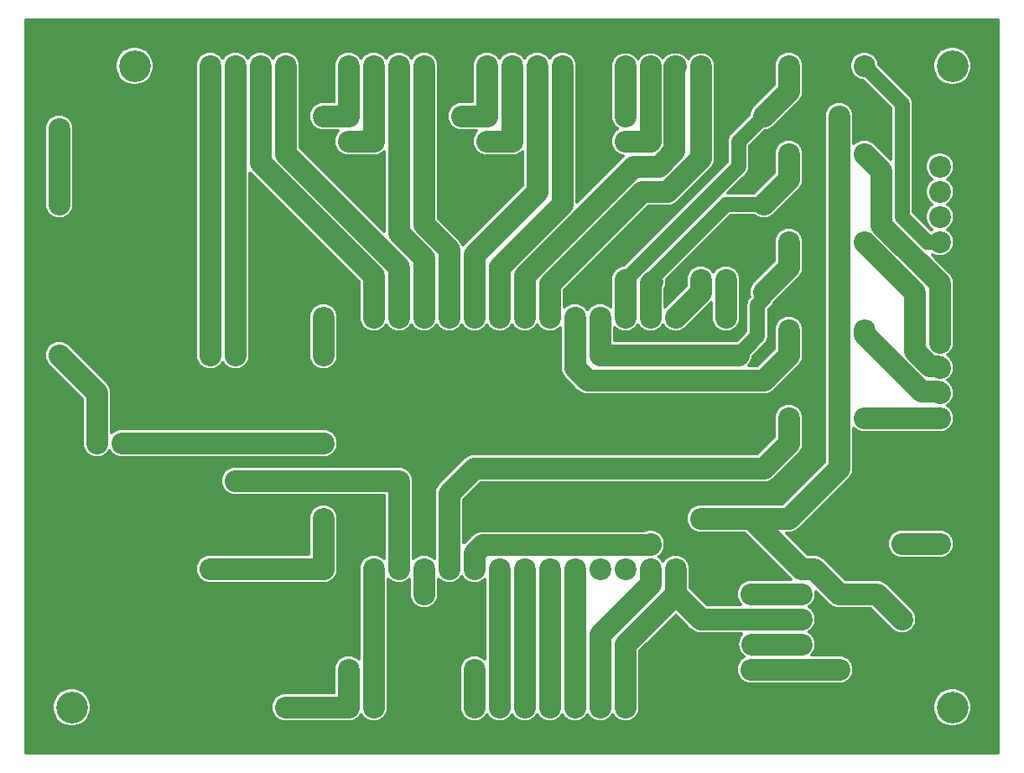
<source format=gbr>
%TF.GenerationSoftware,KiCad,Pcbnew,(5.1.6)-1*%
%TF.CreationDate,2022-08-08T08:16:50-05:00*%
%TF.ProjectId,controller4,636f6e74-726f-46c6-9c65-72342e6b6963,rev?*%
%TF.SameCoordinates,Original*%
%TF.FileFunction,Copper,L2,Bot*%
%TF.FilePolarity,Positive*%
%FSLAX46Y46*%
G04 Gerber Fmt 4.6, Leading zero omitted, Abs format (unit mm)*
G04 Created by KiCad (PCBNEW (5.1.6)-1) date 2022-08-08 08:16:50*
%MOMM*%
%LPD*%
G01*
G04 APERTURE LIST*
%TA.AperFunction,ComponentPad*%
%ADD10C,2.200000*%
%TD*%
%TA.AperFunction,ViaPad*%
%ADD11C,3.200000*%
%TD*%
%TA.AperFunction,ViaPad*%
%ADD12C,2.200000*%
%TD*%
%TA.AperFunction,Conductor*%
%ADD13C,2.200000*%
%TD*%
%TA.AperFunction,Conductor*%
%ADD14C,1.500000*%
%TD*%
%TA.AperFunction,Conductor*%
%ADD15C,0.300000*%
%TD*%
G04 APERTURE END LIST*
D10*
%TO.P,J7,1*%
%TO.N,Net-(J7-Pad1)*%
X92710000Y41910000D03*
%TO.P,J7,2*%
%TO.N,Net-(J7-Pad2)*%
X92710000Y39370000D03*
%TO.P,J7,3*%
%TO.N,Net-(J7-Pad3)*%
X92710000Y36830000D03*
%TO.P,J7,4*%
%TO.N,Net-(J7-Pad4)*%
X92710000Y34290000D03*
%TO.P,J7,5*%
%TO.N,GND*%
X92710000Y31750000D03*
%TD*%
%TO.P,C1,1*%
%TO.N,X_SW*%
X77470000Y31750000D03*
%TO.P,C1,2*%
%TO.N,GND*%
X80010000Y31750000D03*
%TD*%
%TO.P,C2,2*%
%TO.N,GND*%
X80010000Y40640000D03*
%TO.P,C2,1*%
%TO.N,Y_SW*%
X77470000Y40640000D03*
%TD*%
%TO.P,C3,1*%
%TO.N,A_SW*%
X77470000Y49530000D03*
%TO.P,C3,2*%
%TO.N,GND*%
X80010000Y49530000D03*
%TD*%
%TO.P,C4,2*%
%TO.N,GND*%
X80010000Y58420000D03*
%TO.P,C4,1*%
%TO.N,Z_SW*%
X77470000Y58420000D03*
%TD*%
%TO.P,C5,2*%
%TO.N,Net-(C5-Pad2)*%
X68580000Y48260000D03*
%TO.P,C5,1*%
%TO.N,+3V3*%
X71120000Y48260000D03*
%TD*%
%TO.P,C6,1*%
%TO.N,PROBE_SW*%
X77470000Y67310000D03*
%TO.P,C6,2*%
%TO.N,GND*%
X80010000Y67310000D03*
%TD*%
%TO.P,C7,2*%
%TO.N,GND*%
X91440000Y13970000D03*
%TO.P,C7,1*%
%TO.N,+3V3*%
X88900000Y13970000D03*
%TD*%
%TO.P,J1,1*%
%TO.N,GND*%
X3810000Y68580000D03*
%TO.P,J1,2*%
%TO.N,Net-(J1-Pad2)*%
X3810000Y63500000D03*
%TD*%
%TO.P,J2,1*%
%TO.N,+3V3*%
X19050000Y69850000D03*
%TO.P,J2,2*%
%TO.N,STEP_EN*%
X21590000Y69850000D03*
%TO.P,J2,3*%
%TO.N,X_DIR*%
X24130000Y69850000D03*
%TO.P,J2,4*%
%TO.N,X_STEP*%
X26670000Y69850000D03*
%TD*%
%TO.P,J3,4*%
%TO.N,A_STEP*%
X40640000Y69850000D03*
%TO.P,J3,3*%
%TO.N,A_DIR*%
X38100000Y69850000D03*
%TO.P,J3,2*%
%TO.N,STEP_EN*%
X35560000Y69850000D03*
%TO.P,J3,1*%
%TO.N,+3V3*%
X33020000Y69850000D03*
%TD*%
%TO.P,J4,1*%
%TO.N,+3V3*%
X46990000Y69850000D03*
%TO.P,J4,2*%
%TO.N,STEP_EN*%
X49530000Y69850000D03*
%TO.P,J4,3*%
%TO.N,Y_DIR*%
X52070000Y69850000D03*
%TO.P,J4,4*%
%TO.N,Y_STEP*%
X54610000Y69850000D03*
%TD*%
%TO.P,J5,4*%
%TO.N,Z_STEP*%
X68580000Y69789999D03*
%TO.P,J5,3*%
%TO.N,Z_DIR*%
X66040000Y69789999D03*
%TO.P,J5,2*%
%TO.N,STEP_EN*%
X63500000Y69789999D03*
%TO.P,J5,1*%
%TO.N,+3V3*%
X60960000Y69789999D03*
%TD*%
%TO.P,J6,1*%
%TO.N,Net-(J6-Pad1)*%
X92710000Y59690000D03*
%TO.P,J6,2*%
%TO.N,Net-(J6-Pad2)*%
X92710000Y57150000D03*
%TO.P,J6,3*%
%TO.N,Net-(J6-Pad3)*%
X92710000Y54610000D03*
%TO.P,J6,4*%
%TO.N,Net-(J6-Pad4)*%
X92710000Y52070000D03*
%TD*%
%TO.P,J8,1*%
%TO.N,+5V*%
X10160000Y31750000D03*
%TO.P,J8,2*%
%TO.N,Net-(J8-Pad2)*%
X7620000Y31750000D03*
%TD*%
%TO.P,J9,1*%
%TO.N,+5V*%
X33020000Y5080000D03*
%TO.P,J9,2*%
%TO.N,LED*%
X35560000Y5080000D03*
%TO.P,J9,3*%
%TO.N,GND*%
X38100000Y5080000D03*
%TD*%
%TO.P,J10,1*%
%TO.N,GND*%
X63500000Y5080000D03*
%TO.P,J10,2*%
%TO.N,MOSI*%
X60960000Y5080000D03*
%TO.P,J10,3*%
%TO.N,TFT_CS*%
X58420000Y5080000D03*
%TO.P,J10,4*%
%TO.N,TFT_DC*%
X55880000Y5080000D03*
%TO.P,J10,5*%
%TO.N,MISO*%
X53340000Y5080000D03*
%TO.P,J10,6*%
%TO.N,MCLK*%
X50800000Y5080000D03*
%TO.P,J10,7*%
%TO.N,TOUCH_CS*%
X48260000Y5080000D03*
%TO.P,J10,8*%
%TO.N,+5V*%
X45720000Y5080000D03*
%TD*%
%TO.P,J11,1*%
%TO.N,GND*%
X92710000Y24130000D03*
%TO.P,J11,2*%
%TO.N,PWM*%
X92710000Y21590000D03*
%TD*%
%TO.P,M1,1*%
%TO.N,GND*%
X12700000Y55880000D03*
%TO.P,M1,2*%
X12700000Y40640000D03*
%TO.P,M1,3*%
%TO.N,Net-(J8-Pad2)*%
X3810000Y40640000D03*
%TO.P,M1,4*%
%TO.N,Net-(J1-Pad2)*%
X3810000Y55880000D03*
%TD*%
%TO.P,M2,1*%
%TO.N,GND*%
X78740000Y6350000D03*
%TO.P,M2,2*%
%TO.N,MISO*%
X78740000Y8890000D03*
%TO.P,M2,3*%
%TO.N,MCLK*%
X78740000Y11430000D03*
%TO.P,M2,4*%
%TO.N,MOSI*%
X78740000Y13970000D03*
%TO.P,M2,5*%
%TO.N,SD_CS*%
X78740000Y16510000D03*
%TO.P,M2,6*%
%TO.N,+3V3*%
X78740000Y19050000D03*
%TD*%
%TO.P,R1,2*%
%TO.N,Net-(J6-Pad4)*%
X85090000Y69850000D03*
%TO.P,R1,1*%
%TO.N,PROBE_SW*%
X77470000Y69850000D03*
%TD*%
%TO.P,R2,2*%
%TO.N,Net-(J7-Pad1)*%
X85090000Y60960000D03*
%TO.P,R2,1*%
%TO.N,Z_SW*%
X77470000Y60960000D03*
%TD*%
%TO.P,R3,1*%
%TO.N,A_SW*%
X77470000Y52070000D03*
%TO.P,R3,2*%
%TO.N,Net-(J7-Pad2)*%
X85090000Y52070000D03*
%TD*%
%TO.P,R4,2*%
%TO.N,Net-(J7-Pad3)*%
X85090000Y43180000D03*
%TO.P,R4,1*%
%TO.N,Y_SW*%
X77470000Y43180000D03*
%TD*%
%TO.P,R5,1*%
%TO.N,X_SW*%
X77470000Y34290000D03*
%TO.P,R5,2*%
%TO.N,Net-(J7-Pad4)*%
X85090000Y34290000D03*
%TD*%
%TO.P,R6,1*%
%TO.N,+3V3*%
X82550000Y29210000D03*
%TO.P,R6,2*%
%TO.N,X_SW*%
X74930000Y29210000D03*
%TD*%
%TO.P,R7,2*%
%TO.N,Y_SW*%
X74930000Y38100000D03*
%TO.P,R7,1*%
%TO.N,+3V3*%
X82550000Y38100000D03*
%TD*%
%TO.P,R8,1*%
%TO.N,+3V3*%
X82550000Y46990000D03*
%TO.P,R8,2*%
%TO.N,A_SW*%
X74930000Y46990000D03*
%TD*%
%TO.P,R9,2*%
%TO.N,Z_SW*%
X74930000Y55880000D03*
%TO.P,R9,1*%
%TO.N,+3V3*%
X82550000Y55880000D03*
%TD*%
%TO.P,R10,1*%
%TO.N,+3V3*%
X82550000Y64770000D03*
%TO.P,R10,2*%
%TO.N,PROBE_SW*%
X74930000Y64770000D03*
%TD*%
%TO.P,R11,1*%
%TO.N,+3V3*%
X82550000Y16510000D03*
%TO.P,R11,2*%
%TO.N,MISO*%
X82550000Y8890000D03*
%TD*%
%TO.P,U1,1*%
%TO.N,+5V*%
X30480000Y44450000D03*
%TO.P,U1,2*%
%TO.N,GND*%
X33020000Y44450000D03*
%TO.P,U1,3*%
%TO.N,X_DIR*%
X35560000Y44450000D03*
%TO.P,U1,4*%
%TO.N,X_STEP*%
X38100000Y44450000D03*
%TO.P,U1,5*%
%TO.N,A_DIR*%
X40640000Y44450000D03*
%TO.P,U1,6*%
%TO.N,A_STEP*%
X43180000Y44450000D03*
%TO.P,U1,7*%
%TO.N,Y_DIR*%
X45720000Y44450000D03*
%TO.P,U1,8*%
%TO.N,Y_STEP*%
X48260000Y44450000D03*
%TO.P,U1,9*%
%TO.N,Z_DIR*%
X50800000Y44450000D03*
%TO.P,U1,10*%
%TO.N,Z_STEP*%
X53340000Y44450000D03*
%TO.P,U1,11*%
%TO.N,Y_SW*%
X55880000Y44450000D03*
%TO.P,U1,12*%
%TO.N,A_SW*%
X58420000Y44450000D03*
%TO.P,U1,13*%
%TO.N,PROBE_SW*%
X60960000Y44450000D03*
%TO.P,U1,14*%
%TO.N,Z_SW*%
X63500000Y44450000D03*
%TO.P,U1,15*%
%TO.N,Net-(C5-Pad2)*%
X66040000Y44450000D03*
%TO.P,U1,16*%
%TO.N,MOSI*%
X66040000Y19050000D03*
%TO.P,U1,17*%
%TO.N,TFT_CS*%
X63500000Y19050000D03*
%TO.P,U1,18*%
%TO.N,Net-(U1-Pad18)*%
X60960000Y19050000D03*
%TO.P,U1,19*%
%TO.N,Net-(U1-Pad19)*%
X58420000Y19050000D03*
%TO.P,U1,20*%
%TO.N,TFT_DC*%
X55880000Y19050000D03*
%TO.P,U1,21*%
%TO.N,MISO*%
X53340000Y19050000D03*
%TO.P,U1,22*%
%TO.N,MCLK*%
X50800000Y19050000D03*
%TO.P,U1,23*%
%TO.N,TOUCH_CS*%
X48260000Y19050000D03*
%TO.P,U1,24*%
%TO.N,PWM*%
X45720000Y19050000D03*
%TO.P,U1,25*%
%TO.N,X_SW*%
X43180000Y19050000D03*
%TO.P,U1,26*%
%TO.N,SD_CS*%
X40640000Y19050000D03*
%TO.P,U1,27*%
%TO.N,STEP_EN*%
X38100000Y19050000D03*
%TO.P,U1,28*%
%TO.N,LED*%
X35560000Y19050000D03*
%TO.P,U1,29*%
%TO.N,GND*%
X33020000Y19050000D03*
%TO.P,U1,30*%
%TO.N,+3V3*%
X30480000Y19050000D03*
%TD*%
D11*
%TO.N,*%
X5080000Y5080000D03*
X11430000Y69850000D03*
X93980000Y5080000D03*
X93980000Y69850000D03*
D12*
%TO.N,+3V3*%
X19050000Y64770000D03*
X30480000Y64770000D03*
X33020000Y64770000D03*
X44450000Y64770000D03*
X46990000Y64770000D03*
X60960000Y64770000D03*
X19050000Y19050000D03*
X19050000Y40640000D03*
X71120000Y44450000D03*
X71120000Y24130000D03*
X68580000Y24130000D03*
X30480000Y24130000D03*
%TO.N,+5V*%
X26670000Y5080000D03*
X45720000Y8890000D03*
X33020000Y8890000D03*
X26670000Y31750000D03*
X30480000Y31750000D03*
X30480000Y40640000D03*
%TO.N,STEP_EN*%
X21590000Y62230000D03*
X33020000Y62230000D03*
X35560000Y62230000D03*
X46990000Y62230000D03*
X49530000Y62230000D03*
X60960000Y62230000D03*
X21590000Y40640000D03*
X21590000Y27940000D03*
%TO.N,MISO*%
X53340000Y8890000D03*
X73660000Y8890000D03*
%TO.N,MCLK*%
X50800000Y11430000D03*
X73799990Y11430000D03*
%TO.N,SD_CS*%
X73660000Y16510000D03*
X40640000Y16510000D03*
%TO.N,PWM*%
X88900000Y21590000D03*
X63500000Y21590000D03*
%TD*%
D13*
%TO.N,+3V3*%
X19050000Y69850000D02*
X19050000Y64770000D01*
X33020000Y69850000D02*
X33020000Y64770000D01*
X33020000Y64770000D02*
X30480000Y64770000D01*
X46990000Y69850000D02*
X46990000Y64770000D01*
X46990000Y64770000D02*
X44450000Y64770000D01*
X60960000Y69789999D02*
X60960000Y64770000D01*
X19050000Y64770000D02*
X19050000Y64770000D01*
X30480000Y64770000D02*
X30480000Y64770000D01*
X33020000Y64770000D02*
X33020000Y64770000D01*
X44450000Y64770000D02*
X44450000Y64770000D01*
X46990000Y64770000D02*
X46990000Y64770000D01*
X60960000Y64770000D02*
X60960000Y64770000D01*
X19050000Y64770000D02*
X19050000Y62230000D01*
X19050000Y62230000D02*
X19050000Y62230000D01*
X80010000Y19050000D02*
X82550000Y16510000D01*
X78740000Y19050000D02*
X80010000Y19050000D01*
X30480000Y19050000D02*
X19050000Y19050000D01*
X19050000Y19050000D02*
X19050000Y19050000D01*
X19050000Y62230000D02*
X19050000Y62230000D01*
X19050000Y62230000D02*
X19050000Y40640000D01*
X19050000Y40640000D02*
X19050000Y40640000D01*
X71120000Y48260000D02*
X71120000Y44450000D01*
X78740000Y19050000D02*
X73660000Y24130000D01*
X73660000Y24130000D02*
X72390000Y24130000D01*
X71120000Y44450000D02*
X71120000Y44450000D01*
X72390000Y24130000D02*
X69850000Y24130000D01*
X69850000Y24130000D02*
X68580000Y24130000D01*
X68580000Y24130000D02*
X68580000Y24130000D01*
X30480000Y19050000D02*
X30480000Y24130000D01*
X30480000Y24130000D02*
X30480000Y24130000D01*
X77470000Y24130000D02*
X82550000Y29210000D01*
X73660000Y24130000D02*
X77470000Y24130000D01*
X82550000Y29210000D02*
X82550000Y64770000D01*
X86360000Y16510000D02*
X88900000Y13970000D01*
X82550000Y16510000D02*
X86360000Y16510000D01*
%TO.N,+5V*%
X33020000Y5080000D02*
X26670000Y5080000D01*
X33020000Y5080000D02*
X33020000Y8890000D01*
X45720000Y5080000D02*
X45720000Y8890000D01*
X45720000Y8890000D02*
X45720000Y8890000D01*
X33020000Y8890000D02*
X33020000Y8890000D01*
X10160000Y31750000D02*
X26670000Y31750000D01*
X30480000Y44450000D02*
X30480000Y40640000D01*
X26670000Y31750000D02*
X30480000Y31750000D01*
X30480000Y31750000D02*
X30480000Y31750000D01*
X30480000Y40640000D02*
X30480000Y40640000D01*
%TO.N,X_DIR*%
X24130000Y60105874D02*
X24130000Y69850000D01*
X35560000Y48675874D02*
X24130000Y60105874D01*
X35560000Y44450000D02*
X35560000Y48675874D01*
%TO.N,X_STEP*%
X38100000Y49530000D02*
X38100000Y44450000D01*
X26670000Y69850000D02*
X26670000Y60960000D01*
X26670000Y60960000D02*
X38100000Y49530000D01*
%TO.N,STEP_EN*%
X35560000Y69850000D02*
X35560000Y62230000D01*
X35560000Y62230000D02*
X33020000Y62230000D01*
X49530000Y69850000D02*
X49530000Y62230000D01*
X49530000Y62230000D02*
X46990000Y62230000D01*
X63500000Y69789999D02*
X63500000Y62230000D01*
X63500000Y62230000D02*
X60960000Y62230000D01*
X21590000Y69850000D02*
X21590000Y62230000D01*
X21590000Y62230000D02*
X21590000Y59690000D01*
X33020000Y62230000D02*
X33020000Y62230000D01*
X35560000Y62230000D02*
X35560000Y62230000D01*
X46990000Y62230000D02*
X46990000Y62230000D01*
X49530000Y62230000D02*
X49530000Y62230000D01*
X60960000Y62230000D02*
X60960000Y62230000D01*
X21590000Y59690000D02*
X21590000Y59690000D01*
X21590000Y59690000D02*
X21590000Y48260000D01*
X21590000Y48260000D02*
X21590000Y40640000D01*
X21590000Y40640000D02*
X21590000Y40640000D01*
X38100000Y19050000D02*
X38100000Y27940000D01*
X38100000Y27940000D02*
X21590000Y27940000D01*
X21590000Y27940000D02*
X21590000Y27940000D01*
%TO.N,Y_DIR*%
X52070000Y69850000D02*
X52070000Y57150000D01*
X45720000Y50800000D02*
X45720000Y44450000D01*
X52070000Y57150000D02*
X45720000Y50800000D01*
%TO.N,Y_STEP*%
X48260000Y49530000D02*
X48260000Y44450000D01*
X54610000Y69850000D02*
X54610000Y55880000D01*
X54610000Y55880000D02*
X48260000Y49530000D01*
%TO.N,Z_STEP*%
X53340000Y44450000D02*
X53340000Y47821748D01*
X53340000Y47821748D02*
X62668252Y57150000D01*
X68580000Y60521748D02*
X68580000Y69789999D01*
X65208252Y57150000D02*
X68580000Y60521748D01*
X62668252Y57150000D02*
X65208252Y57150000D01*
%TO.N,Z_DIR*%
X66040000Y69789999D02*
X65979999Y69789999D01*
X65900010Y61235884D02*
X64354126Y59690000D01*
X65900010Y69710010D02*
X65900010Y61235884D01*
X65979999Y69789999D02*
X65900010Y69710010D01*
X64354126Y59690000D02*
X61814126Y59690000D01*
X50800000Y48675874D02*
X50800000Y44450000D01*
X61814126Y59690000D02*
X50800000Y48675874D01*
%TO.N,MISO*%
X53340000Y19050000D02*
X53340000Y7620000D01*
X78740000Y8890000D02*
X73660000Y8890000D01*
X53340000Y7620000D02*
X53340000Y5080000D01*
X73660000Y8890000D02*
X73660000Y8890000D01*
X78740000Y8890000D02*
X82550000Y8890000D01*
%TO.N,MCLK*%
X50800000Y19050000D02*
X50800000Y10160000D01*
X78740000Y11430000D02*
X73799990Y11430000D01*
X50800000Y10160000D02*
X50800000Y5080000D01*
X73799990Y11430000D02*
X73799990Y11430000D01*
%TO.N,MOSI*%
X66040000Y19050000D02*
X66040000Y16510000D01*
X60960000Y11430000D02*
X60960000Y5080000D01*
X66040000Y16510000D02*
X62230000Y12700000D01*
X73660000Y13970000D02*
X73660000Y13970000D01*
X62230000Y12700000D02*
X60960000Y11430000D01*
X68580000Y13970000D02*
X66040000Y16510000D01*
X78740000Y13970000D02*
X68580000Y13970000D01*
%TO.N,SD_CS*%
X78740000Y16510000D02*
X73660000Y16510000D01*
X73660000Y16510000D02*
X73660000Y16510000D01*
X40640000Y19050000D02*
X40640000Y16510000D01*
%TO.N,TOUCH_CS*%
X48260000Y19050000D02*
X48260000Y5080000D01*
%TO.N,TFT_DC*%
X55880000Y19050000D02*
X55880000Y5080000D01*
%TO.N,TFT_CS*%
X58420000Y12414366D02*
X58420000Y5080000D01*
X63500000Y17494366D02*
X58420000Y12414366D01*
X63500000Y19050000D02*
X63500000Y17494366D01*
%TO.N,LED*%
X35560000Y19050000D02*
X35560000Y5080000D01*
%TO.N,Net-(J7-Pad1)*%
X85090000Y60960000D02*
X86849990Y59200010D01*
X92710000Y47900849D02*
X92710000Y41910000D01*
X86849990Y53760859D02*
X92710000Y47900849D01*
X86849990Y59200010D02*
X86849990Y53760859D01*
%TO.N,A_STEP*%
X43180000Y51238252D02*
X43180000Y44450000D01*
X40640000Y53778252D02*
X43180000Y51238252D01*
X40640000Y69850000D02*
X40640000Y53778252D01*
%TO.N,A_DIR*%
X40640000Y50384126D02*
X40640000Y44450000D01*
X38100000Y52924126D02*
X40640000Y50384126D01*
X38100000Y69850000D02*
X38100000Y52924126D01*
%TO.N,Net-(J1-Pad2)*%
X3810000Y63500000D02*
X3810000Y55880000D01*
%TO.N,PROBE_SW*%
X74930000Y64770000D02*
X77470000Y67310000D01*
X77470000Y67310000D02*
X77470000Y69850000D01*
D14*
X60960000Y48260000D02*
X72390000Y59690000D01*
X72390000Y59690000D02*
X72390000Y62230000D01*
X72390000Y62230000D02*
X74930000Y64770000D01*
D13*
X60960000Y44450000D02*
X60960000Y48260000D01*
%TO.N,Z_SW*%
X74930000Y55880000D02*
X77470000Y58420000D01*
X77470000Y58420000D02*
X77470000Y60960000D01*
D14*
X71120000Y55880000D02*
X74930000Y55880000D01*
X63500000Y48260000D02*
X71120000Y55880000D01*
D13*
X63500000Y47900850D02*
X63679575Y48080425D01*
X63500000Y44450000D02*
X63500000Y47900850D01*
%TO.N,A_SW*%
X74930000Y46990000D02*
X77470000Y49530000D01*
X77470000Y49530000D02*
X77470000Y52070000D01*
X58420000Y40640000D02*
X59690000Y40640000D01*
X58420000Y44450000D02*
X58420000Y40640000D01*
X59690000Y40640000D02*
X72390000Y40640000D01*
D14*
X74930000Y46990000D02*
X74930000Y46355000D01*
X74930000Y46355000D02*
X74295000Y45720000D01*
X74295000Y42545000D02*
X72390000Y40640000D01*
X74295000Y45720000D02*
X74295000Y42545000D01*
D13*
%TO.N,Y_SW*%
X74930000Y38100000D02*
X77470000Y40640000D01*
X77470000Y40640000D02*
X77470000Y43180000D01*
X55880000Y44450000D02*
X55880000Y39370000D01*
X57150000Y38100000D02*
X74930000Y38100000D01*
X55880000Y39370000D02*
X57150000Y38100000D01*
%TO.N,X_SW*%
X63500000Y29210000D02*
X63500000Y29210000D01*
X43180000Y26670000D02*
X43180000Y19050000D01*
X74930000Y29210000D02*
X45720000Y29210000D01*
X45720000Y29210000D02*
X43180000Y26670000D01*
X74930000Y29210000D02*
X77470000Y31750000D01*
X77470000Y31750000D02*
X77470000Y34290000D01*
%TO.N,Net-(C5-Pad2)*%
X66040000Y44450000D02*
X68580000Y46990000D01*
X68580000Y46990000D02*
X68580000Y48260000D01*
D14*
%TO.N,Net-(J6-Pad4)*%
X85090000Y69850000D02*
X88900000Y66040000D01*
X88900000Y66040000D02*
X88900000Y54610000D01*
X91440000Y52070000D02*
X92710000Y52070000D01*
X88900000Y54610000D02*
X91440000Y52070000D01*
D13*
%TO.N,Net-(J7-Pad2)*%
X91715884Y39509990D02*
X90170000Y41055874D01*
X92710000Y39370000D02*
X92570010Y39509990D01*
X92570010Y39509990D02*
X91715884Y39509990D01*
X90170000Y46990000D02*
X85090000Y52070000D01*
X90170000Y41055874D02*
X90170000Y46990000D01*
%TO.N,Net-(J7-Pad3)*%
X85090000Y42741748D02*
X85090000Y43180000D01*
X90861757Y36969991D02*
X85090000Y42741748D01*
X92570009Y36969991D02*
X90861757Y36969991D01*
X92710000Y36830000D02*
X92570009Y36969991D01*
%TO.N,Net-(J7-Pad4)*%
X92710000Y34290000D02*
X85090000Y34290000D01*
%TO.N,Net-(J8-Pad2)*%
X3810000Y40640000D02*
X7620000Y36830000D01*
X7620000Y36830000D02*
X7620000Y31750000D01*
%TO.N,PWM*%
X92710000Y21590000D02*
X88900000Y21590000D01*
X88900000Y21590000D02*
X88900000Y21590000D01*
X46564367Y21450001D02*
X62347999Y21450001D01*
X45720000Y19050000D02*
X45720000Y20605634D01*
X45720000Y20605634D02*
X46564367Y21450001D01*
X62347999Y21450001D02*
X63500000Y21450001D01*
%TD*%
D15*
%TO.N,GND*%
G36*
X98610000Y450000D02*
G01*
X450000Y450000D01*
X450000Y5276983D01*
X3080000Y5276983D01*
X3080000Y4883017D01*
X3156859Y4496622D01*
X3307623Y4132645D01*
X3526499Y3805074D01*
X3805074Y3526499D01*
X4132645Y3307623D01*
X4496622Y3156859D01*
X4883017Y3080000D01*
X5276983Y3080000D01*
X5663378Y3156859D01*
X6027355Y3307623D01*
X6354926Y3526499D01*
X6633501Y3805074D01*
X6852377Y4132645D01*
X7003141Y4496622D01*
X7080000Y4883017D01*
X7080000Y5276983D01*
X7003141Y5663378D01*
X6852377Y6027355D01*
X6633501Y6354926D01*
X6354926Y6633501D01*
X6027355Y6852377D01*
X5663378Y7003141D01*
X5276983Y7080000D01*
X4883017Y7080000D01*
X4496622Y7003141D01*
X4132645Y6852377D01*
X3805074Y6633501D01*
X3526499Y6354926D01*
X3307623Y6027355D01*
X3156859Y5663378D01*
X3080000Y5276983D01*
X450000Y5276983D01*
X450000Y19050000D01*
X17542743Y19050000D01*
X17550000Y18976321D01*
X17550000Y18902263D01*
X17564448Y18829626D01*
X17571705Y18755949D01*
X17593195Y18685104D01*
X17607644Y18612466D01*
X17635985Y18544044D01*
X17657476Y18473198D01*
X17692375Y18407907D01*
X17720717Y18339483D01*
X17761864Y18277903D01*
X17796762Y18212613D01*
X17843730Y18155382D01*
X17884874Y18093806D01*
X17937236Y18041444D01*
X17984208Y17984208D01*
X18041444Y17937236D01*
X18093806Y17884874D01*
X18155382Y17843730D01*
X18212613Y17796762D01*
X18277903Y17761864D01*
X18339483Y17720717D01*
X18407907Y17692375D01*
X18473198Y17657476D01*
X18544044Y17635985D01*
X18612466Y17607644D01*
X18685104Y17593195D01*
X18755949Y17571705D01*
X18829626Y17564448D01*
X18902263Y17550000D01*
X30406320Y17550000D01*
X30480000Y17542743D01*
X30553680Y17550000D01*
X30627737Y17550000D01*
X30700374Y17564448D01*
X30774051Y17571705D01*
X30844896Y17593195D01*
X30917534Y17607644D01*
X30985956Y17635985D01*
X31056802Y17657476D01*
X31122093Y17692375D01*
X31190517Y17720717D01*
X31252097Y17761864D01*
X31317387Y17796762D01*
X31374618Y17843730D01*
X31436194Y17884874D01*
X31488556Y17937236D01*
X31545792Y17984208D01*
X31592764Y18041444D01*
X31645126Y18093806D01*
X31686270Y18155382D01*
X31733238Y18212613D01*
X31768136Y18277903D01*
X31809283Y18339483D01*
X31837625Y18407907D01*
X31872524Y18473198D01*
X31894015Y18544044D01*
X31922356Y18612466D01*
X31936805Y18685104D01*
X31958295Y18755949D01*
X31965552Y18829626D01*
X31980000Y18902263D01*
X31980000Y18976321D01*
X31987257Y19050000D01*
X31980000Y19123680D01*
X31980000Y24056320D01*
X31987257Y24130000D01*
X31980000Y24203680D01*
X31980000Y24277737D01*
X31965552Y24350374D01*
X31958295Y24424051D01*
X31936805Y24494896D01*
X31922356Y24567534D01*
X31894015Y24635956D01*
X31872524Y24706802D01*
X31837625Y24772093D01*
X31809283Y24840517D01*
X31768136Y24902097D01*
X31733238Y24967387D01*
X31686270Y25024618D01*
X31645126Y25086194D01*
X31592764Y25138556D01*
X31545792Y25195792D01*
X31488556Y25242764D01*
X31436194Y25295126D01*
X31374618Y25336270D01*
X31317387Y25383238D01*
X31252097Y25418136D01*
X31190517Y25459283D01*
X31122093Y25487625D01*
X31056802Y25522524D01*
X30985956Y25544015D01*
X30917534Y25572356D01*
X30844896Y25586805D01*
X30774051Y25608295D01*
X30700374Y25615552D01*
X30627737Y25630000D01*
X30553680Y25630000D01*
X30480000Y25637257D01*
X30406320Y25630000D01*
X30332263Y25630000D01*
X30259626Y25615552D01*
X30185949Y25608295D01*
X30115104Y25586805D01*
X30042466Y25572356D01*
X29974044Y25544015D01*
X29903198Y25522524D01*
X29837907Y25487625D01*
X29769483Y25459283D01*
X29707903Y25418136D01*
X29642613Y25383238D01*
X29585382Y25336270D01*
X29523806Y25295126D01*
X29471444Y25242764D01*
X29414208Y25195792D01*
X29367236Y25138556D01*
X29314874Y25086194D01*
X29273730Y25024618D01*
X29226762Y24967387D01*
X29191864Y24902097D01*
X29150717Y24840517D01*
X29122375Y24772093D01*
X29087476Y24706802D01*
X29065985Y24635956D01*
X29037644Y24567534D01*
X29023195Y24494896D01*
X29001705Y24424051D01*
X28994448Y24350374D01*
X28980000Y24277737D01*
X28980000Y24203680D01*
X28972743Y24130000D01*
X28980000Y24056320D01*
X28980000Y23982263D01*
X28980001Y23982258D01*
X28980000Y20550000D01*
X18902263Y20550000D01*
X18829626Y20535552D01*
X18755949Y20528295D01*
X18685104Y20506805D01*
X18612466Y20492356D01*
X18544044Y20464015D01*
X18473198Y20442524D01*
X18407907Y20407625D01*
X18339483Y20379283D01*
X18277903Y20338136D01*
X18212613Y20303238D01*
X18155382Y20256270D01*
X18093806Y20215126D01*
X18041444Y20162764D01*
X17984208Y20115792D01*
X17937236Y20058556D01*
X17884874Y20006194D01*
X17843730Y19944618D01*
X17796762Y19887387D01*
X17761864Y19822097D01*
X17720717Y19760517D01*
X17692375Y19692093D01*
X17657476Y19626802D01*
X17635985Y19555956D01*
X17607644Y19487534D01*
X17593195Y19414896D01*
X17571705Y19344051D01*
X17564448Y19270374D01*
X17550000Y19197737D01*
X17550000Y19123680D01*
X17542743Y19050000D01*
X450000Y19050000D01*
X450000Y27940000D01*
X20082743Y27940000D01*
X20090000Y27866320D01*
X20090000Y27792263D01*
X20104448Y27719626D01*
X20111705Y27645949D01*
X20133195Y27575104D01*
X20147644Y27502466D01*
X20175985Y27434044D01*
X20197476Y27363198D01*
X20232375Y27297907D01*
X20260717Y27229483D01*
X20301864Y27167903D01*
X20336762Y27102613D01*
X20383730Y27045382D01*
X20424874Y26983806D01*
X20477236Y26931444D01*
X20524208Y26874208D01*
X20581444Y26827236D01*
X20633806Y26774874D01*
X20695382Y26733730D01*
X20752613Y26686762D01*
X20817903Y26651864D01*
X20879483Y26610717D01*
X20947907Y26582375D01*
X21013198Y26547476D01*
X21084044Y26525985D01*
X21152466Y26497644D01*
X21225104Y26483195D01*
X21295949Y26461705D01*
X21369626Y26454448D01*
X21442263Y26440000D01*
X36600001Y26440000D01*
X36600000Y20136959D01*
X36568557Y20162763D01*
X36516194Y20215126D01*
X36454614Y20256273D01*
X36397386Y20303238D01*
X36332101Y20338134D01*
X36270517Y20379283D01*
X36202089Y20407627D01*
X36136801Y20442524D01*
X36065959Y20464014D01*
X35997534Y20492356D01*
X35924893Y20506805D01*
X35854050Y20528295D01*
X35780375Y20535552D01*
X35707737Y20550000D01*
X35633680Y20550000D01*
X35560000Y20557257D01*
X35486320Y20550000D01*
X35412263Y20550000D01*
X35339626Y20535552D01*
X35265949Y20528295D01*
X35195104Y20506805D01*
X35122466Y20492356D01*
X35054044Y20464015D01*
X34983198Y20442524D01*
X34917907Y20407625D01*
X34849483Y20379283D01*
X34787903Y20338136D01*
X34722613Y20303238D01*
X34665382Y20256270D01*
X34603806Y20215126D01*
X34551444Y20162764D01*
X34494208Y20115792D01*
X34447237Y20058557D01*
X34394874Y20006194D01*
X34353727Y19944614D01*
X34306762Y19887386D01*
X34271866Y19822101D01*
X34230717Y19760517D01*
X34202373Y19692089D01*
X34167476Y19626801D01*
X34145986Y19555959D01*
X34117644Y19487534D01*
X34103195Y19414893D01*
X34081705Y19344050D01*
X34074449Y19270375D01*
X34060000Y19197737D01*
X34060000Y19123679D01*
X34060001Y9976958D01*
X34028556Y10002764D01*
X33976194Y10055126D01*
X33914618Y10096270D01*
X33857387Y10143238D01*
X33792097Y10178136D01*
X33730517Y10219283D01*
X33662093Y10247625D01*
X33596802Y10282524D01*
X33525956Y10304015D01*
X33457534Y10332356D01*
X33384896Y10346805D01*
X33314051Y10368295D01*
X33240374Y10375552D01*
X33167737Y10390000D01*
X33093680Y10390000D01*
X33020000Y10397257D01*
X32946320Y10390000D01*
X32872263Y10390000D01*
X32799626Y10375552D01*
X32725949Y10368295D01*
X32655104Y10346805D01*
X32582466Y10332356D01*
X32514044Y10304015D01*
X32443198Y10282524D01*
X32377907Y10247625D01*
X32309483Y10219283D01*
X32247903Y10178136D01*
X32182613Y10143238D01*
X32125382Y10096270D01*
X32063806Y10055126D01*
X32011444Y10002764D01*
X31954208Y9955792D01*
X31907236Y9898556D01*
X31854874Y9846194D01*
X31813730Y9784618D01*
X31766762Y9727387D01*
X31731864Y9662097D01*
X31690717Y9600517D01*
X31662375Y9532093D01*
X31627476Y9466802D01*
X31605985Y9395956D01*
X31577644Y9327534D01*
X31563195Y9254896D01*
X31541705Y9184051D01*
X31534448Y9110374D01*
X31520000Y9037737D01*
X31520000Y8963680D01*
X31512743Y8890000D01*
X31520000Y8816320D01*
X31520000Y8742263D01*
X31520001Y8742258D01*
X31520000Y6580000D01*
X26522263Y6580000D01*
X26449626Y6565552D01*
X26375949Y6558295D01*
X26305104Y6536805D01*
X26232466Y6522356D01*
X26164044Y6494015D01*
X26093198Y6472524D01*
X26027907Y6437625D01*
X25959483Y6409283D01*
X25897903Y6368136D01*
X25832613Y6333238D01*
X25775382Y6286270D01*
X25713806Y6245126D01*
X25661444Y6192764D01*
X25604208Y6145792D01*
X25557236Y6088556D01*
X25504874Y6036194D01*
X25463730Y5974618D01*
X25416762Y5917387D01*
X25381864Y5852097D01*
X25340717Y5790517D01*
X25312375Y5722093D01*
X25277476Y5656802D01*
X25255985Y5585956D01*
X25227644Y5517534D01*
X25213195Y5444896D01*
X25191705Y5374051D01*
X25184448Y5300374D01*
X25170000Y5227737D01*
X25170000Y5153680D01*
X25162743Y5080000D01*
X25170000Y5006321D01*
X25170000Y4932263D01*
X25184448Y4859626D01*
X25191705Y4785949D01*
X25213195Y4715104D01*
X25227644Y4642466D01*
X25255985Y4574044D01*
X25277476Y4503198D01*
X25312375Y4437907D01*
X25340717Y4369483D01*
X25381864Y4307903D01*
X25416762Y4242613D01*
X25463730Y4185382D01*
X25504874Y4123806D01*
X25557236Y4071444D01*
X25604208Y4014208D01*
X25661444Y3967236D01*
X25713806Y3914874D01*
X25775382Y3873730D01*
X25832613Y3826762D01*
X25897903Y3791864D01*
X25959483Y3750717D01*
X26027907Y3722375D01*
X26093198Y3687476D01*
X26164044Y3665985D01*
X26232466Y3637644D01*
X26305104Y3623195D01*
X26375949Y3601705D01*
X26449626Y3594448D01*
X26522263Y3580000D01*
X32946320Y3580000D01*
X33020000Y3572743D01*
X33093680Y3580000D01*
X33167737Y3580000D01*
X33240374Y3594448D01*
X33314051Y3601705D01*
X33384896Y3623195D01*
X33457534Y3637644D01*
X33525956Y3665985D01*
X33596802Y3687476D01*
X33662093Y3722375D01*
X33730517Y3750717D01*
X33792097Y3791864D01*
X33857387Y3826762D01*
X33914618Y3873730D01*
X33976194Y3914874D01*
X34028556Y3967236D01*
X34085792Y4014208D01*
X34132764Y4071444D01*
X34185126Y4123806D01*
X34226270Y4185382D01*
X34273238Y4242613D01*
X34290001Y4273973D01*
X34306763Y4242613D01*
X34353726Y4185388D01*
X34394874Y4123806D01*
X34447241Y4071439D01*
X34494209Y4014208D01*
X34551440Y3967240D01*
X34603806Y3914874D01*
X34665387Y3873727D01*
X34722614Y3826762D01*
X34787899Y3791866D01*
X34849483Y3750717D01*
X34917911Y3722373D01*
X34983199Y3687476D01*
X35054041Y3665986D01*
X35122466Y3637644D01*
X35195107Y3623195D01*
X35265950Y3601705D01*
X35339625Y3594448D01*
X35412263Y3580000D01*
X35486320Y3580000D01*
X35560000Y3572743D01*
X35633680Y3580000D01*
X35707737Y3580000D01*
X35780374Y3594448D01*
X35854051Y3601705D01*
X35924896Y3623195D01*
X35997534Y3637644D01*
X36065956Y3665985D01*
X36136802Y3687476D01*
X36202093Y3722375D01*
X36270517Y3750717D01*
X36332097Y3791864D01*
X36397387Y3826762D01*
X36454618Y3873730D01*
X36516194Y3914874D01*
X36568556Y3967236D01*
X36625792Y4014208D01*
X36672764Y4071444D01*
X36725126Y4123806D01*
X36766270Y4185382D01*
X36813238Y4242613D01*
X36848136Y4307903D01*
X36889283Y4369483D01*
X36917625Y4437907D01*
X36952524Y4503198D01*
X36974015Y4574044D01*
X37002356Y4642466D01*
X37016805Y4715104D01*
X37038295Y4785949D01*
X37045552Y4859626D01*
X37060000Y4932263D01*
X37060000Y17963041D01*
X37091444Y17937236D01*
X37143806Y17884874D01*
X37205382Y17843730D01*
X37262613Y17796762D01*
X37327903Y17761864D01*
X37389483Y17720717D01*
X37457907Y17692375D01*
X37523198Y17657476D01*
X37594044Y17635985D01*
X37662466Y17607644D01*
X37735104Y17593195D01*
X37805949Y17571705D01*
X37879626Y17564448D01*
X37952263Y17550000D01*
X38026320Y17550000D01*
X38100000Y17542743D01*
X38173680Y17550000D01*
X38247737Y17550000D01*
X38320375Y17564448D01*
X38394050Y17571705D01*
X38464893Y17593195D01*
X38537534Y17607644D01*
X38605959Y17635986D01*
X38676801Y17657476D01*
X38742089Y17692373D01*
X38810517Y17720717D01*
X38872101Y17761866D01*
X38937386Y17796762D01*
X38994614Y17843727D01*
X39056194Y17884874D01*
X39108557Y17937237D01*
X39140000Y17963042D01*
X39140001Y16657742D01*
X39140000Y16657737D01*
X39140000Y16362263D01*
X39154450Y16289616D01*
X39161706Y16215949D01*
X39183194Y16145114D01*
X39197644Y16072466D01*
X39225989Y16004035D01*
X39247477Y15933198D01*
X39282372Y15867915D01*
X39310717Y15799483D01*
X39351869Y15737895D01*
X39386763Y15672613D01*
X39433726Y15615388D01*
X39474874Y15553806D01*
X39527240Y15501440D01*
X39574209Y15444208D01*
X39631439Y15397241D01*
X39683806Y15344874D01*
X39745387Y15303727D01*
X39802614Y15256762D01*
X39867899Y15221866D01*
X39929483Y15180717D01*
X39997911Y15152373D01*
X40063199Y15117476D01*
X40134041Y15095986D01*
X40202466Y15067644D01*
X40275107Y15053195D01*
X40345950Y15031705D01*
X40419625Y15024448D01*
X40492263Y15010000D01*
X40566320Y15010000D01*
X40640000Y15002743D01*
X40713680Y15010000D01*
X40787737Y15010000D01*
X40860374Y15024448D01*
X40934051Y15031705D01*
X41004896Y15053195D01*
X41077534Y15067644D01*
X41145956Y15095985D01*
X41216802Y15117476D01*
X41282093Y15152375D01*
X41350517Y15180717D01*
X41412097Y15221864D01*
X41477387Y15256762D01*
X41534618Y15303730D01*
X41596194Y15344874D01*
X41648556Y15397236D01*
X41705792Y15444208D01*
X41752764Y15501444D01*
X41805126Y15553806D01*
X41846270Y15615382D01*
X41893238Y15672613D01*
X41928136Y15737903D01*
X41969283Y15799483D01*
X41997625Y15867907D01*
X42032524Y15933198D01*
X42054015Y16004044D01*
X42082356Y16072466D01*
X42096805Y16145104D01*
X42118295Y16215949D01*
X42125552Y16289626D01*
X42140000Y16362263D01*
X42140000Y17963042D01*
X42171439Y17937241D01*
X42223806Y17884874D01*
X42285387Y17843727D01*
X42342614Y17796762D01*
X42407899Y17761866D01*
X42469483Y17720717D01*
X42537911Y17692373D01*
X42603199Y17657476D01*
X42674041Y17635986D01*
X42742466Y17607644D01*
X42815107Y17593195D01*
X42885950Y17571705D01*
X42959625Y17564448D01*
X43032263Y17550000D01*
X43106320Y17550000D01*
X43180000Y17542743D01*
X43253680Y17550000D01*
X43327737Y17550000D01*
X43400374Y17564448D01*
X43474051Y17571705D01*
X43544896Y17593195D01*
X43617534Y17607644D01*
X43685956Y17635985D01*
X43756802Y17657476D01*
X43822093Y17692375D01*
X43890517Y17720717D01*
X43952097Y17761864D01*
X44017387Y17796762D01*
X44074618Y17843730D01*
X44136194Y17884874D01*
X44188556Y17937236D01*
X44245792Y17984208D01*
X44292764Y18041444D01*
X44345126Y18093806D01*
X44386270Y18155382D01*
X44433238Y18212613D01*
X44450000Y18243973D01*
X44466762Y18212614D01*
X44513727Y18155386D01*
X44554874Y18093806D01*
X44607237Y18041443D01*
X44654208Y17984208D01*
X44711444Y17937236D01*
X44763806Y17884874D01*
X44825382Y17843730D01*
X44882613Y17796762D01*
X44947903Y17761864D01*
X45009483Y17720717D01*
X45077907Y17692375D01*
X45143198Y17657476D01*
X45214044Y17635985D01*
X45282466Y17607644D01*
X45355104Y17593195D01*
X45425949Y17571705D01*
X45499626Y17564448D01*
X45572263Y17550000D01*
X45646320Y17550000D01*
X45720000Y17542743D01*
X45793680Y17550000D01*
X45867737Y17550000D01*
X45940375Y17564448D01*
X46014050Y17571705D01*
X46084893Y17593195D01*
X46157534Y17607644D01*
X46225959Y17635986D01*
X46296801Y17657476D01*
X46362089Y17692373D01*
X46430517Y17720717D01*
X46492101Y17761866D01*
X46557386Y17796762D01*
X46614614Y17843727D01*
X46676194Y17884874D01*
X46728557Y17937237D01*
X46760000Y17963041D01*
X46760001Y9976958D01*
X46728556Y10002764D01*
X46676194Y10055126D01*
X46614618Y10096270D01*
X46557387Y10143238D01*
X46492097Y10178136D01*
X46430517Y10219283D01*
X46362093Y10247625D01*
X46296802Y10282524D01*
X46225956Y10304015D01*
X46157534Y10332356D01*
X46084896Y10346805D01*
X46014051Y10368295D01*
X45940374Y10375552D01*
X45867737Y10390000D01*
X45793680Y10390000D01*
X45720000Y10397257D01*
X45646320Y10390000D01*
X45572263Y10390000D01*
X45499626Y10375552D01*
X45425949Y10368295D01*
X45355104Y10346805D01*
X45282466Y10332356D01*
X45214044Y10304015D01*
X45143198Y10282524D01*
X45077907Y10247625D01*
X45009483Y10219283D01*
X44947903Y10178136D01*
X44882613Y10143238D01*
X44825382Y10096270D01*
X44763806Y10055126D01*
X44711444Y10002764D01*
X44654208Y9955792D01*
X44607236Y9898556D01*
X44554874Y9846194D01*
X44513730Y9784618D01*
X44466762Y9727387D01*
X44431864Y9662097D01*
X44390717Y9600517D01*
X44362375Y9532093D01*
X44327476Y9466802D01*
X44305985Y9395956D01*
X44277644Y9327534D01*
X44263195Y9254896D01*
X44241705Y9184051D01*
X44234448Y9110374D01*
X44220000Y9037737D01*
X44220000Y8963680D01*
X44212743Y8890000D01*
X44220000Y8816320D01*
X44220000Y8742263D01*
X44220001Y8742258D01*
X44220000Y5227737D01*
X44220000Y4932263D01*
X44234449Y4859625D01*
X44241705Y4785950D01*
X44263195Y4715107D01*
X44277644Y4642466D01*
X44305986Y4574041D01*
X44327476Y4503199D01*
X44362373Y4437911D01*
X44390717Y4369483D01*
X44431866Y4307899D01*
X44466762Y4242614D01*
X44513727Y4185386D01*
X44554874Y4123806D01*
X44607237Y4071443D01*
X44654208Y4014208D01*
X44711444Y3967236D01*
X44763806Y3914874D01*
X44825382Y3873730D01*
X44882613Y3826762D01*
X44947903Y3791864D01*
X45009483Y3750717D01*
X45077907Y3722375D01*
X45143198Y3687476D01*
X45214044Y3665985D01*
X45282466Y3637644D01*
X45355104Y3623195D01*
X45425949Y3601705D01*
X45499626Y3594448D01*
X45572263Y3580000D01*
X45646320Y3580000D01*
X45720000Y3572743D01*
X45793680Y3580000D01*
X45867737Y3580000D01*
X45940375Y3594448D01*
X46014050Y3601705D01*
X46084893Y3623195D01*
X46157534Y3637644D01*
X46225959Y3665986D01*
X46296801Y3687476D01*
X46362089Y3722373D01*
X46430517Y3750717D01*
X46492101Y3791866D01*
X46557386Y3826762D01*
X46614614Y3873727D01*
X46676194Y3914874D01*
X46728557Y3967237D01*
X46785792Y4014208D01*
X46832764Y4071444D01*
X46885126Y4123806D01*
X46926270Y4185382D01*
X46973238Y4242613D01*
X46990001Y4273973D01*
X47006763Y4242613D01*
X47053726Y4185388D01*
X47094874Y4123806D01*
X47147241Y4071439D01*
X47194209Y4014208D01*
X47251440Y3967240D01*
X47303806Y3914874D01*
X47365387Y3873727D01*
X47422614Y3826762D01*
X47487899Y3791866D01*
X47549483Y3750717D01*
X47617911Y3722373D01*
X47683199Y3687476D01*
X47754041Y3665986D01*
X47822466Y3637644D01*
X47895107Y3623195D01*
X47965950Y3601705D01*
X48039625Y3594448D01*
X48112263Y3580000D01*
X48186320Y3580000D01*
X48260000Y3572743D01*
X48333680Y3580000D01*
X48407737Y3580000D01*
X48480374Y3594448D01*
X48554051Y3601705D01*
X48624896Y3623195D01*
X48697534Y3637644D01*
X48765956Y3665985D01*
X48836802Y3687476D01*
X48902093Y3722375D01*
X48970517Y3750717D01*
X49032097Y3791864D01*
X49097387Y3826762D01*
X49154618Y3873730D01*
X49216194Y3914874D01*
X49268556Y3967236D01*
X49325792Y4014208D01*
X49372764Y4071444D01*
X49425126Y4123806D01*
X49466270Y4185382D01*
X49513238Y4242613D01*
X49530001Y4273973D01*
X49546763Y4242613D01*
X49593726Y4185388D01*
X49634874Y4123806D01*
X49687241Y4071439D01*
X49734209Y4014208D01*
X49791440Y3967240D01*
X49843806Y3914874D01*
X49905387Y3873727D01*
X49962614Y3826762D01*
X50027899Y3791866D01*
X50089483Y3750717D01*
X50157911Y3722373D01*
X50223199Y3687476D01*
X50294041Y3665986D01*
X50362466Y3637644D01*
X50435107Y3623195D01*
X50505950Y3601705D01*
X50579625Y3594448D01*
X50652263Y3580000D01*
X50726320Y3580000D01*
X50800000Y3572743D01*
X50873680Y3580000D01*
X50947737Y3580000D01*
X51020374Y3594448D01*
X51094051Y3601705D01*
X51164896Y3623195D01*
X51237534Y3637644D01*
X51305956Y3665985D01*
X51376802Y3687476D01*
X51442093Y3722375D01*
X51510517Y3750717D01*
X51572097Y3791864D01*
X51637387Y3826762D01*
X51694618Y3873730D01*
X51756194Y3914874D01*
X51808556Y3967236D01*
X51865792Y4014208D01*
X51912764Y4071444D01*
X51965126Y4123806D01*
X52006270Y4185382D01*
X52053238Y4242613D01*
X52070001Y4273973D01*
X52086763Y4242613D01*
X52133726Y4185388D01*
X52174874Y4123806D01*
X52227241Y4071439D01*
X52274209Y4014208D01*
X52331440Y3967240D01*
X52383806Y3914874D01*
X52445387Y3873727D01*
X52502614Y3826762D01*
X52567899Y3791866D01*
X52629483Y3750717D01*
X52697911Y3722373D01*
X52763199Y3687476D01*
X52834041Y3665986D01*
X52902466Y3637644D01*
X52975107Y3623195D01*
X53045950Y3601705D01*
X53119625Y3594448D01*
X53192263Y3580000D01*
X53266320Y3580000D01*
X53340000Y3572743D01*
X53413680Y3580000D01*
X53487737Y3580000D01*
X53560374Y3594448D01*
X53634051Y3601705D01*
X53704896Y3623195D01*
X53777534Y3637644D01*
X53845956Y3665985D01*
X53916802Y3687476D01*
X53982093Y3722375D01*
X54050517Y3750717D01*
X54112097Y3791864D01*
X54177387Y3826762D01*
X54234618Y3873730D01*
X54296194Y3914874D01*
X54348556Y3967236D01*
X54405792Y4014208D01*
X54452764Y4071444D01*
X54505126Y4123806D01*
X54546270Y4185382D01*
X54593238Y4242613D01*
X54610001Y4273973D01*
X54626763Y4242613D01*
X54673726Y4185388D01*
X54714874Y4123806D01*
X54767241Y4071439D01*
X54814209Y4014208D01*
X54871440Y3967240D01*
X54923806Y3914874D01*
X54985387Y3873727D01*
X55042614Y3826762D01*
X55107899Y3791866D01*
X55169483Y3750717D01*
X55237911Y3722373D01*
X55303199Y3687476D01*
X55374041Y3665986D01*
X55442466Y3637644D01*
X55515107Y3623195D01*
X55585950Y3601705D01*
X55659625Y3594448D01*
X55732263Y3580000D01*
X55806320Y3580000D01*
X55880000Y3572743D01*
X55953680Y3580000D01*
X56027737Y3580000D01*
X56100374Y3594448D01*
X56174051Y3601705D01*
X56244896Y3623195D01*
X56317534Y3637644D01*
X56385956Y3665985D01*
X56456802Y3687476D01*
X56522093Y3722375D01*
X56590517Y3750717D01*
X56652097Y3791864D01*
X56717387Y3826762D01*
X56774618Y3873730D01*
X56836194Y3914874D01*
X56888556Y3967236D01*
X56945792Y4014208D01*
X56992764Y4071444D01*
X57045126Y4123806D01*
X57086270Y4185382D01*
X57133238Y4242613D01*
X57150001Y4273973D01*
X57166763Y4242613D01*
X57213726Y4185388D01*
X57254874Y4123806D01*
X57307241Y4071439D01*
X57354209Y4014208D01*
X57411440Y3967240D01*
X57463806Y3914874D01*
X57525387Y3873727D01*
X57582614Y3826762D01*
X57647899Y3791866D01*
X57709483Y3750717D01*
X57777911Y3722373D01*
X57843199Y3687476D01*
X57914041Y3665986D01*
X57982466Y3637644D01*
X58055107Y3623195D01*
X58125950Y3601705D01*
X58199625Y3594448D01*
X58272263Y3580000D01*
X58346320Y3580000D01*
X58420000Y3572743D01*
X58493680Y3580000D01*
X58567737Y3580000D01*
X58640374Y3594448D01*
X58714051Y3601705D01*
X58784896Y3623195D01*
X58857534Y3637644D01*
X58925956Y3665985D01*
X58996802Y3687476D01*
X59062093Y3722375D01*
X59130517Y3750717D01*
X59192097Y3791864D01*
X59257387Y3826762D01*
X59314618Y3873730D01*
X59376194Y3914874D01*
X59428556Y3967236D01*
X59485792Y4014208D01*
X59532764Y4071444D01*
X59585126Y4123806D01*
X59626270Y4185382D01*
X59673238Y4242613D01*
X59690001Y4273973D01*
X59706763Y4242613D01*
X59753726Y4185388D01*
X59794874Y4123806D01*
X59847241Y4071439D01*
X59894209Y4014208D01*
X59951440Y3967240D01*
X60003806Y3914874D01*
X60065387Y3873727D01*
X60122614Y3826762D01*
X60187899Y3791866D01*
X60249483Y3750717D01*
X60317911Y3722373D01*
X60383199Y3687476D01*
X60454041Y3665986D01*
X60522466Y3637644D01*
X60595107Y3623195D01*
X60665950Y3601705D01*
X60739625Y3594448D01*
X60812263Y3580000D01*
X60886320Y3580000D01*
X60960000Y3572743D01*
X61033680Y3580000D01*
X61107737Y3580000D01*
X61180374Y3594448D01*
X61254051Y3601705D01*
X61324896Y3623195D01*
X61397534Y3637644D01*
X61465956Y3665985D01*
X61536802Y3687476D01*
X61602093Y3722375D01*
X61670517Y3750717D01*
X61732097Y3791864D01*
X61797387Y3826762D01*
X61854618Y3873730D01*
X61916194Y3914874D01*
X61968556Y3967236D01*
X62025792Y4014208D01*
X62072764Y4071444D01*
X62125126Y4123806D01*
X62166270Y4185382D01*
X62213238Y4242613D01*
X62248136Y4307903D01*
X62289283Y4369483D01*
X62317625Y4437907D01*
X62352524Y4503198D01*
X62374015Y4574044D01*
X62402356Y4642466D01*
X62416805Y4715104D01*
X62438295Y4785949D01*
X62445552Y4859626D01*
X62460000Y4932263D01*
X62460000Y5276983D01*
X91980000Y5276983D01*
X91980000Y4883017D01*
X92056859Y4496622D01*
X92207623Y4132645D01*
X92426499Y3805074D01*
X92705074Y3526499D01*
X93032645Y3307623D01*
X93396622Y3156859D01*
X93783017Y3080000D01*
X94176983Y3080000D01*
X94563378Y3156859D01*
X94927355Y3307623D01*
X95254926Y3526499D01*
X95533501Y3805074D01*
X95752377Y4132645D01*
X95903141Y4496622D01*
X95980000Y4883017D01*
X95980000Y5276983D01*
X95903141Y5663378D01*
X95752377Y6027355D01*
X95533501Y6354926D01*
X95254926Y6633501D01*
X94927355Y6852377D01*
X94563378Y7003141D01*
X94176983Y7080000D01*
X93783017Y7080000D01*
X93396622Y7003141D01*
X93032645Y6852377D01*
X92705074Y6633501D01*
X92426499Y6354926D01*
X92207623Y6027355D01*
X92056859Y5663378D01*
X91980000Y5276983D01*
X62460000Y5276983D01*
X62460000Y10808681D01*
X63342759Y11691439D01*
X63342763Y11691444D01*
X66040001Y14388680D01*
X67467235Y12961445D01*
X67514208Y12904208D01*
X67742613Y12716762D01*
X68003198Y12577476D01*
X68285949Y12491705D01*
X68506320Y12470000D01*
X68506321Y12470000D01*
X68579999Y12462743D01*
X68653677Y12470000D01*
X72713031Y12470000D01*
X72687226Y12438556D01*
X72634864Y12386194D01*
X72593720Y12324618D01*
X72546752Y12267387D01*
X72511854Y12202097D01*
X72470707Y12140517D01*
X72442365Y12072093D01*
X72407466Y12006802D01*
X72385975Y11935956D01*
X72357634Y11867534D01*
X72343185Y11794896D01*
X72321695Y11724051D01*
X72314438Y11650374D01*
X72299990Y11577737D01*
X72299990Y11503680D01*
X72292733Y11430000D01*
X72299990Y11356320D01*
X72299990Y11282263D01*
X72314438Y11209626D01*
X72321695Y11135949D01*
X72343185Y11065104D01*
X72357634Y10992466D01*
X72385975Y10924044D01*
X72407466Y10853198D01*
X72442365Y10787907D01*
X72470707Y10719483D01*
X72511854Y10657903D01*
X72546752Y10592613D01*
X72593720Y10535382D01*
X72634864Y10473806D01*
X72687226Y10421444D01*
X72734198Y10364208D01*
X72791434Y10317236D01*
X72843796Y10264874D01*
X72905372Y10223730D01*
X72928155Y10205032D01*
X72887903Y10178136D01*
X72822613Y10143238D01*
X72765382Y10096270D01*
X72703806Y10055126D01*
X72651444Y10002764D01*
X72594208Y9955792D01*
X72547236Y9898556D01*
X72494874Y9846194D01*
X72453730Y9784618D01*
X72406762Y9727387D01*
X72371864Y9662097D01*
X72330717Y9600517D01*
X72302375Y9532093D01*
X72267476Y9466802D01*
X72245985Y9395956D01*
X72217644Y9327534D01*
X72203195Y9254896D01*
X72181705Y9184051D01*
X72174448Y9110374D01*
X72160000Y9037737D01*
X72160000Y8963680D01*
X72152743Y8890000D01*
X72160000Y8816320D01*
X72160000Y8742263D01*
X72174448Y8669626D01*
X72181705Y8595949D01*
X72203195Y8525104D01*
X72217644Y8452466D01*
X72245985Y8384044D01*
X72267476Y8313198D01*
X72302375Y8247907D01*
X72330717Y8179483D01*
X72371864Y8117903D01*
X72406762Y8052613D01*
X72453730Y7995382D01*
X72494874Y7933806D01*
X72547236Y7881444D01*
X72594208Y7824208D01*
X72651444Y7777236D01*
X72703806Y7724874D01*
X72765382Y7683730D01*
X72822613Y7636762D01*
X72887903Y7601864D01*
X72949483Y7560717D01*
X73017907Y7532375D01*
X73083198Y7497476D01*
X73154044Y7475985D01*
X73222466Y7447644D01*
X73295104Y7433195D01*
X73365949Y7411705D01*
X73439626Y7404448D01*
X73512263Y7390000D01*
X82697737Y7390000D01*
X82770374Y7404448D01*
X82844051Y7411705D01*
X82914896Y7433195D01*
X82987534Y7447644D01*
X83055956Y7475985D01*
X83126802Y7497476D01*
X83192093Y7532375D01*
X83260517Y7560717D01*
X83322097Y7601864D01*
X83387387Y7636762D01*
X83444618Y7683730D01*
X83506194Y7724874D01*
X83558556Y7777236D01*
X83615792Y7824208D01*
X83662764Y7881444D01*
X83715126Y7933806D01*
X83756270Y7995382D01*
X83803238Y8052613D01*
X83838136Y8117903D01*
X83879283Y8179483D01*
X83907625Y8247907D01*
X83942524Y8313198D01*
X83964015Y8384044D01*
X83992356Y8452466D01*
X84006805Y8525104D01*
X84028295Y8595949D01*
X84035552Y8669626D01*
X84050000Y8742263D01*
X84050000Y8816320D01*
X84057257Y8890000D01*
X84050000Y8963680D01*
X84050000Y9037737D01*
X84035552Y9110374D01*
X84028295Y9184051D01*
X84006805Y9254896D01*
X83992356Y9327534D01*
X83964015Y9395956D01*
X83942524Y9466802D01*
X83907625Y9532093D01*
X83879283Y9600517D01*
X83838136Y9662097D01*
X83803238Y9727387D01*
X83756270Y9784618D01*
X83715126Y9846194D01*
X83662764Y9898556D01*
X83615792Y9955792D01*
X83558556Y10002764D01*
X83506194Y10055126D01*
X83444618Y10096270D01*
X83387387Y10143238D01*
X83322097Y10178136D01*
X83260517Y10219283D01*
X83192093Y10247625D01*
X83126802Y10282524D01*
X83055956Y10304015D01*
X82987534Y10332356D01*
X82914896Y10346805D01*
X82844051Y10368295D01*
X82770374Y10375552D01*
X82697737Y10390000D01*
X79826959Y10390000D01*
X79852764Y10421444D01*
X79905126Y10473806D01*
X79946270Y10535382D01*
X79993238Y10592613D01*
X80028136Y10657903D01*
X80069283Y10719483D01*
X80097625Y10787907D01*
X80132524Y10853198D01*
X80154015Y10924044D01*
X80182356Y10992466D01*
X80196805Y11065104D01*
X80218295Y11135949D01*
X80225552Y11209626D01*
X80240000Y11282263D01*
X80240000Y11356320D01*
X80247257Y11430000D01*
X80240000Y11503680D01*
X80240000Y11577737D01*
X80225552Y11650374D01*
X80218295Y11724051D01*
X80196805Y11794896D01*
X80182356Y11867534D01*
X80154015Y11935956D01*
X80132524Y12006802D01*
X80097625Y12072093D01*
X80069283Y12140517D01*
X80028136Y12202097D01*
X79993238Y12267387D01*
X79946270Y12324618D01*
X79905126Y12386194D01*
X79852764Y12438556D01*
X79805792Y12495792D01*
X79748556Y12542764D01*
X79696194Y12595126D01*
X79634618Y12636270D01*
X79577387Y12683238D01*
X79546028Y12700000D01*
X79577387Y12716762D01*
X79634618Y12763730D01*
X79696194Y12804874D01*
X79748556Y12857236D01*
X79805792Y12904208D01*
X79852764Y12961444D01*
X79905126Y13013806D01*
X79946270Y13075382D01*
X79993238Y13132613D01*
X80028136Y13197903D01*
X80069283Y13259483D01*
X80097625Y13327907D01*
X80132524Y13393198D01*
X80154015Y13464044D01*
X80182356Y13532466D01*
X80196805Y13605104D01*
X80218295Y13675949D01*
X80225552Y13749626D01*
X80240000Y13822263D01*
X80240000Y13896320D01*
X80247257Y13970000D01*
X80240000Y14043680D01*
X80240000Y14117737D01*
X80225552Y14190374D01*
X80218295Y14264051D01*
X80196805Y14334896D01*
X80182356Y14407534D01*
X80154015Y14475956D01*
X80132524Y14546802D01*
X80097625Y14612093D01*
X80069283Y14680517D01*
X80028136Y14742097D01*
X79993238Y14807387D01*
X79946270Y14864618D01*
X79905126Y14926194D01*
X79852764Y14978556D01*
X79805792Y15035792D01*
X79748556Y15082764D01*
X79696194Y15135126D01*
X79634618Y15176270D01*
X79577387Y15223238D01*
X79546028Y15240000D01*
X79577387Y15256762D01*
X79634618Y15303730D01*
X79696194Y15344874D01*
X79748556Y15397236D01*
X79805792Y15444208D01*
X79852764Y15501444D01*
X79905126Y15553806D01*
X79946270Y15615382D01*
X79993238Y15672613D01*
X80028136Y15737903D01*
X80069283Y15799483D01*
X80097625Y15867907D01*
X80132524Y15933198D01*
X80154015Y16004044D01*
X80182356Y16072466D01*
X80196805Y16145104D01*
X80218295Y16215949D01*
X80225552Y16289626D01*
X80240000Y16362263D01*
X80240000Y16436320D01*
X80247257Y16510000D01*
X80240000Y16583680D01*
X80240000Y16657737D01*
X80229834Y16708847D01*
X81384874Y15553806D01*
X81437236Y15501444D01*
X81484208Y15444208D01*
X81541444Y15397236D01*
X81593806Y15344874D01*
X81655382Y15303730D01*
X81712613Y15256762D01*
X81777903Y15221864D01*
X81839483Y15180717D01*
X81907907Y15152375D01*
X81973198Y15117476D01*
X82044044Y15095985D01*
X82112466Y15067644D01*
X82185104Y15053195D01*
X82255949Y15031705D01*
X82329626Y15024448D01*
X82402263Y15010000D01*
X82476321Y15010000D01*
X82549999Y15002743D01*
X82623677Y15010000D01*
X85738681Y15010000D01*
X87734874Y13013806D01*
X87943806Y12804874D01*
X88005385Y12763728D01*
X88062612Y12716763D01*
X88127899Y12681866D01*
X88189483Y12640717D01*
X88257910Y12612373D01*
X88323197Y12577477D01*
X88394038Y12555988D01*
X88462466Y12527644D01*
X88535111Y12513194D01*
X88605948Y12491706D01*
X88679620Y12484450D01*
X88752263Y12470000D01*
X88826321Y12470000D01*
X88899999Y12462743D01*
X88973677Y12470000D01*
X89047737Y12470000D01*
X89120382Y12484450D01*
X89194050Y12491706D01*
X89264884Y12513193D01*
X89337534Y12527644D01*
X89405966Y12555989D01*
X89476802Y12577477D01*
X89542084Y12612371D01*
X89610517Y12640717D01*
X89672108Y12681871D01*
X89737386Y12716763D01*
X89794606Y12763722D01*
X89856194Y12804874D01*
X89908566Y12857246D01*
X89965791Y12904209D01*
X90012754Y12961434D01*
X90065126Y13013806D01*
X90106278Y13075394D01*
X90153237Y13132614D01*
X90188129Y13197892D01*
X90229283Y13259483D01*
X90257629Y13327916D01*
X90292523Y13393198D01*
X90314011Y13464034D01*
X90342356Y13532466D01*
X90356807Y13605116D01*
X90378294Y13675950D01*
X90385550Y13749618D01*
X90400000Y13822263D01*
X90400000Y13896323D01*
X90407257Y13970001D01*
X90400000Y14043679D01*
X90400000Y14117737D01*
X90385550Y14190380D01*
X90378294Y14264052D01*
X90356806Y14334889D01*
X90342356Y14407534D01*
X90314012Y14475962D01*
X90292523Y14546803D01*
X90257627Y14612090D01*
X90229283Y14680517D01*
X90188134Y14742101D01*
X90153237Y14807388D01*
X90106272Y14864615D01*
X90065126Y14926194D01*
X89856194Y15135126D01*
X87472769Y17518550D01*
X87425792Y17575792D01*
X87197387Y17763238D01*
X86936802Y17902524D01*
X86654051Y17988295D01*
X86433680Y18010000D01*
X86360000Y18017257D01*
X86286320Y18010000D01*
X83171320Y18010000D01*
X81122769Y20058550D01*
X81075792Y20115792D01*
X80847387Y20303238D01*
X80586802Y20442524D01*
X80304051Y20528295D01*
X80083680Y20550000D01*
X80010000Y20557257D01*
X79936320Y20550000D01*
X79361320Y20550000D01*
X78321320Y21590000D01*
X87392743Y21590000D01*
X87400000Y21516320D01*
X87400000Y21442263D01*
X87414448Y21369626D01*
X87421705Y21295949D01*
X87443195Y21225104D01*
X87457644Y21152466D01*
X87485985Y21084044D01*
X87507476Y21013198D01*
X87542375Y20947907D01*
X87570717Y20879483D01*
X87611864Y20817903D01*
X87646762Y20752613D01*
X87693730Y20695382D01*
X87734874Y20633806D01*
X87787236Y20581444D01*
X87834208Y20524208D01*
X87891444Y20477236D01*
X87943806Y20424874D01*
X88005382Y20383730D01*
X88062613Y20336762D01*
X88127903Y20301864D01*
X88189483Y20260717D01*
X88257907Y20232375D01*
X88323198Y20197476D01*
X88394044Y20175985D01*
X88462466Y20147644D01*
X88535104Y20133195D01*
X88605949Y20111705D01*
X88679626Y20104448D01*
X88752263Y20090000D01*
X92857737Y20090000D01*
X92930374Y20104448D01*
X93004051Y20111705D01*
X93074896Y20133195D01*
X93147534Y20147644D01*
X93215956Y20175985D01*
X93286802Y20197476D01*
X93352093Y20232375D01*
X93420517Y20260717D01*
X93482097Y20301864D01*
X93547387Y20336762D01*
X93604618Y20383730D01*
X93666194Y20424874D01*
X93718556Y20477236D01*
X93775792Y20524208D01*
X93822764Y20581444D01*
X93875126Y20633806D01*
X93916270Y20695382D01*
X93963238Y20752613D01*
X93998136Y20817903D01*
X94039283Y20879483D01*
X94067625Y20947907D01*
X94102524Y21013198D01*
X94124015Y21084044D01*
X94152356Y21152466D01*
X94166805Y21225104D01*
X94188295Y21295949D01*
X94195552Y21369626D01*
X94210000Y21442263D01*
X94210000Y21516320D01*
X94217257Y21590000D01*
X94210000Y21663680D01*
X94210000Y21737737D01*
X94195552Y21810374D01*
X94188295Y21884051D01*
X94166805Y21954896D01*
X94152356Y22027534D01*
X94124015Y22095956D01*
X94102524Y22166802D01*
X94067625Y22232093D01*
X94039283Y22300517D01*
X93998136Y22362097D01*
X93963238Y22427387D01*
X93916270Y22484618D01*
X93875126Y22546194D01*
X93822764Y22598556D01*
X93775792Y22655792D01*
X93718556Y22702764D01*
X93666194Y22755126D01*
X93604618Y22796270D01*
X93547387Y22843238D01*
X93482097Y22878136D01*
X93420517Y22919283D01*
X93352093Y22947625D01*
X93286802Y22982524D01*
X93215956Y23004015D01*
X93147534Y23032356D01*
X93074896Y23046805D01*
X93004051Y23068295D01*
X92930374Y23075552D01*
X92857737Y23090000D01*
X88752263Y23090000D01*
X88679626Y23075552D01*
X88605949Y23068295D01*
X88535104Y23046805D01*
X88462466Y23032356D01*
X88394044Y23004015D01*
X88323198Y22982524D01*
X88257907Y22947625D01*
X88189483Y22919283D01*
X88127903Y22878136D01*
X88062613Y22843238D01*
X88005382Y22796270D01*
X87943806Y22755126D01*
X87891444Y22702764D01*
X87834208Y22655792D01*
X87787236Y22598556D01*
X87734874Y22546194D01*
X87693730Y22484618D01*
X87646762Y22427387D01*
X87611864Y22362097D01*
X87570717Y22300517D01*
X87542375Y22232093D01*
X87507476Y22166802D01*
X87485985Y22095956D01*
X87457644Y22027534D01*
X87443195Y21954896D01*
X87421705Y21884051D01*
X87414448Y21810374D01*
X87400000Y21737737D01*
X87400000Y21663680D01*
X87392743Y21590000D01*
X78321320Y21590000D01*
X77281320Y22630000D01*
X77396320Y22630000D01*
X77470000Y22622743D01*
X77543680Y22630000D01*
X77764051Y22651705D01*
X78046802Y22737476D01*
X78307387Y22876762D01*
X78535792Y23064208D01*
X78582769Y23121450D01*
X83558557Y28097237D01*
X83615792Y28144208D01*
X83662764Y28201444D01*
X83715126Y28253806D01*
X83756270Y28315382D01*
X83803238Y28372613D01*
X83838136Y28437903D01*
X83879283Y28499483D01*
X83907625Y28567907D01*
X83942524Y28633198D01*
X83964015Y28704044D01*
X83992356Y28772466D01*
X84006805Y28845104D01*
X84028295Y28915949D01*
X84035552Y28989626D01*
X84050000Y29062263D01*
X84050000Y29136321D01*
X84057257Y29210000D01*
X84050000Y29283680D01*
X84050000Y33203041D01*
X84081444Y33177236D01*
X84133806Y33124874D01*
X84195382Y33083730D01*
X84252613Y33036762D01*
X84317903Y33001864D01*
X84379483Y32960717D01*
X84447907Y32932375D01*
X84513198Y32897476D01*
X84584044Y32875985D01*
X84652466Y32847644D01*
X84725104Y32833195D01*
X84795949Y32811705D01*
X84869626Y32804448D01*
X84942263Y32790000D01*
X92857737Y32790000D01*
X92930374Y32804448D01*
X93004051Y32811705D01*
X93074896Y32833195D01*
X93147534Y32847644D01*
X93215956Y32875985D01*
X93286802Y32897476D01*
X93352093Y32932375D01*
X93420517Y32960717D01*
X93482097Y33001864D01*
X93547387Y33036762D01*
X93604618Y33083730D01*
X93666194Y33124874D01*
X93718556Y33177236D01*
X93775792Y33224208D01*
X93822764Y33281444D01*
X93875126Y33333806D01*
X93916270Y33395382D01*
X93963238Y33452613D01*
X93998136Y33517903D01*
X94039283Y33579483D01*
X94067625Y33647907D01*
X94102524Y33713198D01*
X94124015Y33784044D01*
X94152356Y33852466D01*
X94166805Y33925104D01*
X94188295Y33995949D01*
X94195552Y34069626D01*
X94210000Y34142263D01*
X94210000Y34216320D01*
X94217257Y34290000D01*
X94210000Y34363680D01*
X94210000Y34437737D01*
X94195552Y34510374D01*
X94188295Y34584051D01*
X94166805Y34654896D01*
X94152356Y34727534D01*
X94124015Y34795956D01*
X94102524Y34866802D01*
X94067625Y34932093D01*
X94039283Y35000517D01*
X93998136Y35062097D01*
X93963238Y35127387D01*
X93916270Y35184618D01*
X93875126Y35246194D01*
X93822764Y35298556D01*
X93775792Y35355792D01*
X93718556Y35402764D01*
X93666194Y35455126D01*
X93604618Y35496270D01*
X93547387Y35543238D01*
X93516026Y35560001D01*
X93547386Y35576763D01*
X93604606Y35623722D01*
X93666194Y35664874D01*
X93718566Y35717246D01*
X93775791Y35764209D01*
X93822754Y35821434D01*
X93875126Y35873806D01*
X93916278Y35935394D01*
X93963237Y35992614D01*
X93998129Y36057892D01*
X94039283Y36119483D01*
X94067629Y36187916D01*
X94102523Y36253198D01*
X94124011Y36324034D01*
X94152356Y36392466D01*
X94166807Y36465116D01*
X94188294Y36535950D01*
X94195550Y36609618D01*
X94210000Y36682263D01*
X94210000Y36756323D01*
X94217257Y36830001D01*
X94210000Y36903680D01*
X94210000Y36977737D01*
X94195550Y37050381D01*
X94188294Y37124051D01*
X94166806Y37194886D01*
X94152356Y37267534D01*
X94124011Y37335965D01*
X94102523Y37406802D01*
X94067628Y37472085D01*
X94039283Y37540517D01*
X93998131Y37602105D01*
X93963237Y37667387D01*
X93916275Y37724610D01*
X93875126Y37786194D01*
X93682773Y37978547D01*
X93635801Y38035783D01*
X93541174Y38113441D01*
X93547387Y38116762D01*
X93604615Y38163728D01*
X93666194Y38204874D01*
X93718563Y38257243D01*
X93775791Y38304209D01*
X93822757Y38361437D01*
X93875126Y38413806D01*
X93916272Y38475385D01*
X93963238Y38532613D01*
X93998135Y38597901D01*
X94039283Y38659483D01*
X94067628Y38727913D01*
X94102523Y38793198D01*
X94124012Y38864037D01*
X94152356Y38932466D01*
X94166805Y39005106D01*
X94188295Y39075949D01*
X94195552Y39149626D01*
X94210000Y39222263D01*
X94210000Y39296320D01*
X94217257Y39370000D01*
X94210000Y39443680D01*
X94210000Y39517737D01*
X94195552Y39590375D01*
X94188295Y39664050D01*
X94166805Y39734891D01*
X94152356Y39807534D01*
X94124012Y39875963D01*
X94102523Y39946802D01*
X94067628Y40012086D01*
X94039283Y40080517D01*
X93998133Y40142102D01*
X93963238Y40207386D01*
X93916275Y40264611D01*
X93875126Y40326194D01*
X93682774Y40518546D01*
X93635802Y40575782D01*
X93541174Y40653441D01*
X93547387Y40656762D01*
X93604618Y40703730D01*
X93666194Y40744874D01*
X93718556Y40797236D01*
X93775792Y40844208D01*
X93822764Y40901444D01*
X93875126Y40953806D01*
X93916270Y41015382D01*
X93963238Y41072613D01*
X93998136Y41137903D01*
X94039283Y41199483D01*
X94067625Y41267907D01*
X94102524Y41333198D01*
X94124015Y41404044D01*
X94152356Y41472466D01*
X94166805Y41545104D01*
X94188295Y41615949D01*
X94195552Y41689626D01*
X94210000Y41762263D01*
X94210000Y47827169D01*
X94217257Y47900849D01*
X94188295Y48194900D01*
X94102524Y48477652D01*
X93963238Y48738236D01*
X93822760Y48909410D01*
X93775792Y48966641D01*
X93718562Y49013608D01*
X91975281Y50756888D01*
X91999483Y50740717D01*
X92272466Y50627644D01*
X92562263Y50570000D01*
X92857737Y50570000D01*
X93147534Y50627644D01*
X93420517Y50740717D01*
X93666194Y50904874D01*
X93875126Y51113806D01*
X94039283Y51359483D01*
X94152356Y51632466D01*
X94210000Y51922263D01*
X94210000Y52217737D01*
X94152356Y52507534D01*
X94039283Y52780517D01*
X93875126Y53026194D01*
X93666194Y53235126D01*
X93509240Y53340000D01*
X93666194Y53444874D01*
X93875126Y53653806D01*
X94039283Y53899483D01*
X94152356Y54172466D01*
X94210000Y54462263D01*
X94210000Y54757737D01*
X94152356Y55047534D01*
X94039283Y55320517D01*
X93875126Y55566194D01*
X93666194Y55775126D01*
X93509240Y55880000D01*
X93666194Y55984874D01*
X93875126Y56193806D01*
X94039283Y56439483D01*
X94152356Y56712466D01*
X94210000Y57002263D01*
X94210000Y57297737D01*
X94152356Y57587534D01*
X94039283Y57860517D01*
X93875126Y58106194D01*
X93666194Y58315126D01*
X93509240Y58420000D01*
X93666194Y58524874D01*
X93875126Y58733806D01*
X94039283Y58979483D01*
X94152356Y59252466D01*
X94210000Y59542263D01*
X94210000Y59837737D01*
X94152356Y60127534D01*
X94039283Y60400517D01*
X93875126Y60646194D01*
X93666194Y60855126D01*
X93420517Y61019283D01*
X93147534Y61132356D01*
X92857737Y61190000D01*
X92562263Y61190000D01*
X92272466Y61132356D01*
X91999483Y61019283D01*
X91753806Y60855126D01*
X91544874Y60646194D01*
X91380717Y60400517D01*
X91267644Y60127534D01*
X91210000Y59837737D01*
X91210000Y59542263D01*
X91267644Y59252466D01*
X91380717Y58979483D01*
X91544874Y58733806D01*
X91753806Y58524874D01*
X91910760Y58420000D01*
X91753806Y58315126D01*
X91544874Y58106194D01*
X91380717Y57860517D01*
X91267644Y57587534D01*
X91210000Y57297737D01*
X91210000Y57002263D01*
X91267644Y56712466D01*
X91380717Y56439483D01*
X91544874Y56193806D01*
X91753806Y55984874D01*
X91910760Y55880000D01*
X91753806Y55775126D01*
X91544874Y55566194D01*
X91380717Y55320517D01*
X91267644Y55047534D01*
X91210000Y54757737D01*
X91210000Y54462263D01*
X91267644Y54172466D01*
X91380717Y53899483D01*
X91544874Y53653806D01*
X91753806Y53444874D01*
X91910760Y53340000D01*
X91842174Y53294172D01*
X90050000Y55086344D01*
X90050000Y65983508D01*
X90055564Y66040000D01*
X90033360Y66265439D01*
X89967602Y66482216D01*
X89860816Y66681997D01*
X89818796Y66733198D01*
X89717107Y66857107D01*
X89673226Y66893119D01*
X86590000Y69976344D01*
X86590000Y69997737D01*
X86580205Y70046983D01*
X91980000Y70046983D01*
X91980000Y69653017D01*
X92056859Y69266622D01*
X92207623Y68902645D01*
X92426499Y68575074D01*
X92705074Y68296499D01*
X93032645Y68077623D01*
X93396622Y67926859D01*
X93783017Y67850000D01*
X94176983Y67850000D01*
X94563378Y67926859D01*
X94927355Y68077623D01*
X95254926Y68296499D01*
X95533501Y68575074D01*
X95752377Y68902645D01*
X95903141Y69266622D01*
X95980000Y69653017D01*
X95980000Y70046983D01*
X95903141Y70433378D01*
X95752377Y70797355D01*
X95533501Y71124926D01*
X95254926Y71403501D01*
X94927355Y71622377D01*
X94563378Y71773141D01*
X94176983Y71850000D01*
X93783017Y71850000D01*
X93396622Y71773141D01*
X93032645Y71622377D01*
X92705074Y71403501D01*
X92426499Y71124926D01*
X92207623Y70797355D01*
X92056859Y70433378D01*
X91980000Y70046983D01*
X86580205Y70046983D01*
X86532356Y70287534D01*
X86419283Y70560517D01*
X86255126Y70806194D01*
X86046194Y71015126D01*
X85800517Y71179283D01*
X85527534Y71292356D01*
X85237737Y71350000D01*
X84942263Y71350000D01*
X84652466Y71292356D01*
X84379483Y71179283D01*
X84133806Y71015126D01*
X83924874Y70806194D01*
X83760717Y70560517D01*
X83647644Y70287534D01*
X83590000Y69997737D01*
X83590000Y69702263D01*
X83647644Y69412466D01*
X83760717Y69139483D01*
X83924874Y68893806D01*
X84133806Y68684874D01*
X84379483Y68520717D01*
X84652466Y68407644D01*
X84942263Y68350000D01*
X84963656Y68350000D01*
X87750000Y65563655D01*
X87750000Y60421319D01*
X86255128Y61916191D01*
X86255126Y61916194D01*
X86046194Y62125126D01*
X85984606Y62166278D01*
X85927386Y62213237D01*
X85862108Y62248129D01*
X85800517Y62289283D01*
X85732084Y62317629D01*
X85666802Y62352523D01*
X85595963Y62374012D01*
X85527534Y62402356D01*
X85454894Y62416805D01*
X85384051Y62438295D01*
X85310374Y62445552D01*
X85237737Y62460000D01*
X85163680Y62460000D01*
X85090000Y62467257D01*
X85016320Y62460000D01*
X84942263Y62460000D01*
X84869626Y62445552D01*
X84795949Y62438295D01*
X84725106Y62416805D01*
X84652466Y62402356D01*
X84584037Y62374012D01*
X84513198Y62352523D01*
X84447916Y62317629D01*
X84379483Y62289283D01*
X84317892Y62248129D01*
X84252614Y62213237D01*
X84195394Y62166278D01*
X84133806Y62125126D01*
X84081434Y62072754D01*
X84050000Y62046957D01*
X84050000Y64917737D01*
X84035552Y64990374D01*
X84028295Y65064051D01*
X84006805Y65134896D01*
X83992356Y65207534D01*
X83964015Y65275956D01*
X83942524Y65346802D01*
X83907625Y65412093D01*
X83879283Y65480517D01*
X83838136Y65542097D01*
X83803238Y65607387D01*
X83756270Y65664618D01*
X83715126Y65726194D01*
X83662764Y65778556D01*
X83615792Y65835792D01*
X83558556Y65882764D01*
X83506194Y65935126D01*
X83444618Y65976270D01*
X83387387Y66023238D01*
X83322097Y66058136D01*
X83260517Y66099283D01*
X83192093Y66127625D01*
X83126802Y66162524D01*
X83055956Y66184015D01*
X82987534Y66212356D01*
X82914896Y66226805D01*
X82844051Y66248295D01*
X82770374Y66255552D01*
X82697737Y66270000D01*
X82623680Y66270000D01*
X82550000Y66277257D01*
X82476320Y66270000D01*
X82402263Y66270000D01*
X82329625Y66255552D01*
X82255950Y66248295D01*
X82185107Y66226805D01*
X82112466Y66212356D01*
X82044041Y66184014D01*
X81973199Y66162524D01*
X81907911Y66127627D01*
X81839483Y66099283D01*
X81777899Y66058134D01*
X81712614Y66023238D01*
X81655387Y65976273D01*
X81593806Y65935126D01*
X81541440Y65882760D01*
X81484209Y65835792D01*
X81437241Y65778561D01*
X81384874Y65726194D01*
X81343726Y65664612D01*
X81296763Y65607387D01*
X81261869Y65542105D01*
X81220717Y65480517D01*
X81192372Y65412085D01*
X81157477Y65346802D01*
X81135989Y65275965D01*
X81107644Y65207534D01*
X81093194Y65134886D01*
X81071706Y65064051D01*
X81064450Y64990384D01*
X81050000Y64917737D01*
X81050000Y64622263D01*
X81050001Y64622258D01*
X81050001Y56027741D01*
X81050000Y56027737D01*
X81050000Y55732263D01*
X81050001Y55732259D01*
X81050001Y47137740D01*
X81050000Y47137737D01*
X81050000Y29831320D01*
X76848681Y25630000D01*
X73733680Y25630000D01*
X73660000Y25637257D01*
X73586320Y25630000D01*
X68432263Y25630000D01*
X68359626Y25615552D01*
X68285949Y25608295D01*
X68215104Y25586805D01*
X68142466Y25572356D01*
X68074044Y25544015D01*
X68003198Y25522524D01*
X67937907Y25487625D01*
X67869483Y25459283D01*
X67807903Y25418136D01*
X67742613Y25383238D01*
X67685382Y25336270D01*
X67623806Y25295126D01*
X67571444Y25242764D01*
X67514208Y25195792D01*
X67467236Y25138556D01*
X67414874Y25086194D01*
X67373730Y25024618D01*
X67326762Y24967387D01*
X67291864Y24902097D01*
X67250717Y24840517D01*
X67222375Y24772093D01*
X67187476Y24706802D01*
X67165985Y24635956D01*
X67137644Y24567534D01*
X67123195Y24494896D01*
X67101705Y24424051D01*
X67094448Y24350374D01*
X67080000Y24277737D01*
X67080000Y24203680D01*
X67072743Y24130000D01*
X67080000Y24056320D01*
X67080000Y23982263D01*
X67094448Y23909626D01*
X67101705Y23835949D01*
X67123195Y23765104D01*
X67137644Y23692466D01*
X67165985Y23624044D01*
X67187476Y23553198D01*
X67222375Y23487907D01*
X67250717Y23419483D01*
X67291864Y23357903D01*
X67326762Y23292613D01*
X67373730Y23235382D01*
X67414874Y23173806D01*
X67467236Y23121444D01*
X67514208Y23064208D01*
X67571444Y23017236D01*
X67623806Y22964874D01*
X67685382Y22923730D01*
X67742613Y22876762D01*
X67807903Y22841864D01*
X67869483Y22800717D01*
X67937907Y22772375D01*
X68003198Y22737476D01*
X68074044Y22715985D01*
X68142466Y22687644D01*
X68215104Y22673195D01*
X68285949Y22651705D01*
X68359626Y22644448D01*
X68432263Y22630000D01*
X73038681Y22630000D01*
X77574874Y18093806D01*
X77627236Y18041444D01*
X77653041Y18010000D01*
X73512263Y18010000D01*
X73439626Y17995552D01*
X73365949Y17988295D01*
X73295104Y17966805D01*
X73222466Y17952356D01*
X73154044Y17924015D01*
X73083198Y17902524D01*
X73017907Y17867625D01*
X72949483Y17839283D01*
X72887903Y17798136D01*
X72822613Y17763238D01*
X72765382Y17716270D01*
X72703806Y17675126D01*
X72651444Y17622764D01*
X72594208Y17575792D01*
X72547236Y17518556D01*
X72494874Y17466194D01*
X72453730Y17404618D01*
X72406762Y17347387D01*
X72371864Y17282097D01*
X72330717Y17220517D01*
X72302375Y17152093D01*
X72267476Y17086802D01*
X72245985Y17015956D01*
X72217644Y16947534D01*
X72203195Y16874896D01*
X72181705Y16804051D01*
X72174448Y16730374D01*
X72160000Y16657737D01*
X72160000Y16583680D01*
X72152743Y16510000D01*
X72160000Y16436320D01*
X72160000Y16362263D01*
X72174448Y16289626D01*
X72181705Y16215949D01*
X72203195Y16145104D01*
X72217644Y16072466D01*
X72245985Y16004044D01*
X72267476Y15933198D01*
X72302375Y15867907D01*
X72330717Y15799483D01*
X72371864Y15737903D01*
X72406762Y15672613D01*
X72453730Y15615382D01*
X72494874Y15553806D01*
X72547236Y15501444D01*
X72573041Y15470000D01*
X69201320Y15470000D01*
X67540000Y17131319D01*
X67540000Y19197737D01*
X67525552Y19270374D01*
X67518295Y19344051D01*
X67496805Y19414896D01*
X67482356Y19487534D01*
X67454015Y19555956D01*
X67432524Y19626802D01*
X67397625Y19692093D01*
X67369283Y19760517D01*
X67328136Y19822097D01*
X67293238Y19887387D01*
X67246270Y19944618D01*
X67205126Y20006194D01*
X67152764Y20058556D01*
X67105792Y20115792D01*
X67048557Y20162763D01*
X66996194Y20215126D01*
X66934614Y20256273D01*
X66877386Y20303238D01*
X66812101Y20338134D01*
X66750517Y20379283D01*
X66682089Y20407627D01*
X66616801Y20442524D01*
X66545959Y20464014D01*
X66477534Y20492356D01*
X66404893Y20506805D01*
X66334050Y20528295D01*
X66260375Y20535552D01*
X66187737Y20550000D01*
X66113680Y20550000D01*
X66040000Y20557257D01*
X65966320Y20550000D01*
X65892263Y20550000D01*
X65819626Y20535552D01*
X65745949Y20528295D01*
X65675104Y20506805D01*
X65602466Y20492356D01*
X65534044Y20464015D01*
X65463198Y20442524D01*
X65397907Y20407625D01*
X65329483Y20379283D01*
X65267903Y20338136D01*
X65202613Y20303238D01*
X65145382Y20256270D01*
X65083806Y20215126D01*
X65031444Y20162764D01*
X64974208Y20115792D01*
X64927237Y20058557D01*
X64874874Y20006194D01*
X64833727Y19944614D01*
X64786762Y19887386D01*
X64770000Y19856027D01*
X64753238Y19887387D01*
X64706270Y19944618D01*
X64665126Y20006194D01*
X64612764Y20058556D01*
X64565792Y20115792D01*
X64508557Y20162763D01*
X64456194Y20215126D01*
X64403040Y20250643D01*
X64565792Y20384209D01*
X64753238Y20612614D01*
X64892524Y20873199D01*
X64978295Y21155950D01*
X65007257Y21450001D01*
X65000000Y21523681D01*
X65000000Y21737737D01*
X64942356Y22027534D01*
X64829283Y22300517D01*
X64665126Y22546194D01*
X64456194Y22755126D01*
X64210517Y22919283D01*
X63937534Y23032356D01*
X63647737Y23090000D01*
X63352263Y23090000D01*
X63062466Y23032356D01*
X62863643Y22950001D01*
X46638044Y22950001D01*
X46564366Y22957258D01*
X46490688Y22950001D01*
X46490687Y22950001D01*
X46270316Y22928296D01*
X45987565Y22842525D01*
X45726980Y22703239D01*
X45498575Y22515793D01*
X45451598Y22458551D01*
X44711445Y21718398D01*
X44680000Y21692592D01*
X44680000Y26048681D01*
X46341320Y27710000D01*
X74856320Y27710000D01*
X74930000Y27702743D01*
X75003680Y27710000D01*
X75077737Y27710000D01*
X75150374Y27724448D01*
X75224051Y27731705D01*
X75294896Y27753195D01*
X75367534Y27767644D01*
X75435956Y27795985D01*
X75506802Y27817476D01*
X75572093Y27852375D01*
X75640517Y27880717D01*
X75702097Y27921864D01*
X75767387Y27956762D01*
X75824618Y28003730D01*
X75886194Y28044874D01*
X75938556Y28097236D01*
X75995792Y28144208D01*
X76042764Y28201444D01*
X76095126Y28253806D01*
X76095128Y28253809D01*
X78478556Y30637236D01*
X78535792Y30684208D01*
X78582764Y30741444D01*
X78635126Y30793806D01*
X78676270Y30855382D01*
X78723238Y30912613D01*
X78758136Y30977903D01*
X78799283Y31039483D01*
X78827625Y31107907D01*
X78862524Y31173198D01*
X78884015Y31244044D01*
X78912356Y31312466D01*
X78926805Y31385104D01*
X78948295Y31455949D01*
X78955552Y31529626D01*
X78970000Y31602263D01*
X78970000Y31676321D01*
X78977257Y31749999D01*
X78970000Y31823677D01*
X78970000Y34437737D01*
X78955552Y34510374D01*
X78948295Y34584051D01*
X78926805Y34654896D01*
X78912356Y34727534D01*
X78884015Y34795956D01*
X78862524Y34866802D01*
X78827625Y34932093D01*
X78799283Y35000517D01*
X78758136Y35062097D01*
X78723238Y35127387D01*
X78676270Y35184618D01*
X78635126Y35246194D01*
X78582764Y35298556D01*
X78535792Y35355792D01*
X78478556Y35402764D01*
X78426194Y35455126D01*
X78364618Y35496270D01*
X78307387Y35543238D01*
X78242097Y35578136D01*
X78180517Y35619283D01*
X78112093Y35647625D01*
X78046802Y35682524D01*
X77975956Y35704015D01*
X77907534Y35732356D01*
X77834896Y35746805D01*
X77764051Y35768295D01*
X77690374Y35775552D01*
X77617737Y35790000D01*
X77543680Y35790000D01*
X77470000Y35797257D01*
X77396320Y35790000D01*
X77322263Y35790000D01*
X77249625Y35775552D01*
X77175950Y35768295D01*
X77105107Y35746805D01*
X77032466Y35732356D01*
X76964041Y35704014D01*
X76893199Y35682524D01*
X76827911Y35647627D01*
X76759483Y35619283D01*
X76697899Y35578134D01*
X76632614Y35543238D01*
X76575387Y35496273D01*
X76513806Y35455126D01*
X76461440Y35402760D01*
X76404209Y35355792D01*
X76357241Y35298561D01*
X76304874Y35246194D01*
X76263726Y35184612D01*
X76216763Y35127387D01*
X76181869Y35062105D01*
X76140717Y35000517D01*
X76112372Y34932085D01*
X76077477Y34866802D01*
X76055989Y34795965D01*
X76027644Y34727534D01*
X76013194Y34654886D01*
X75991706Y34584051D01*
X75984450Y34510384D01*
X75970000Y34437737D01*
X75970000Y34142263D01*
X75970001Y34142258D01*
X75970000Y32371320D01*
X74308681Y30710000D01*
X45793677Y30710000D01*
X45719999Y30717257D01*
X45646321Y30710000D01*
X45646320Y30710000D01*
X45425949Y30688295D01*
X45143198Y30602524D01*
X44882613Y30463238D01*
X44654208Y30275792D01*
X44607235Y30218555D01*
X42171450Y27782769D01*
X42114208Y27735792D01*
X41926762Y27507386D01*
X41787476Y27246801D01*
X41727723Y27049822D01*
X41701705Y26964051D01*
X41672743Y26670000D01*
X41680000Y26596320D01*
X41680001Y20136958D01*
X41648557Y20162763D01*
X41596194Y20215126D01*
X41534614Y20256273D01*
X41477386Y20303238D01*
X41412101Y20338134D01*
X41350517Y20379283D01*
X41282089Y20407627D01*
X41216801Y20442524D01*
X41145959Y20464014D01*
X41077534Y20492356D01*
X41004893Y20506805D01*
X40934050Y20528295D01*
X40860375Y20535552D01*
X40787737Y20550000D01*
X40713680Y20550000D01*
X40640000Y20557257D01*
X40566320Y20550000D01*
X40492263Y20550000D01*
X40419626Y20535552D01*
X40345949Y20528295D01*
X40275104Y20506805D01*
X40202466Y20492356D01*
X40134044Y20464015D01*
X40063198Y20442524D01*
X39997907Y20407625D01*
X39929483Y20379283D01*
X39867903Y20338136D01*
X39802613Y20303238D01*
X39745382Y20256270D01*
X39683806Y20215126D01*
X39631444Y20162764D01*
X39600000Y20136959D01*
X39600000Y27866320D01*
X39607257Y27940000D01*
X39578295Y28234051D01*
X39492524Y28516802D01*
X39353238Y28777387D01*
X39165792Y29005792D01*
X38937387Y29193238D01*
X38676802Y29332524D01*
X38394051Y29418295D01*
X38173680Y29440000D01*
X38100000Y29447257D01*
X38026320Y29440000D01*
X21442263Y29440000D01*
X21369626Y29425552D01*
X21295949Y29418295D01*
X21225104Y29396805D01*
X21152466Y29382356D01*
X21084044Y29354015D01*
X21013198Y29332524D01*
X20947907Y29297625D01*
X20879483Y29269283D01*
X20817903Y29228136D01*
X20752613Y29193238D01*
X20695382Y29146270D01*
X20633806Y29105126D01*
X20581444Y29052764D01*
X20524208Y29005792D01*
X20477236Y28948556D01*
X20424874Y28896194D01*
X20383730Y28834618D01*
X20336762Y28777387D01*
X20301864Y28712097D01*
X20260717Y28650517D01*
X20232375Y28582093D01*
X20197476Y28516802D01*
X20175985Y28445956D01*
X20147644Y28377534D01*
X20133195Y28304896D01*
X20111705Y28234051D01*
X20104448Y28160374D01*
X20090000Y28087737D01*
X20090000Y28013680D01*
X20082743Y27940000D01*
X450000Y27940000D01*
X450000Y40640000D01*
X2302743Y40640000D01*
X2310000Y40566321D01*
X2310000Y40492263D01*
X2324448Y40419626D01*
X2331705Y40345949D01*
X2353195Y40275106D01*
X2367644Y40202466D01*
X2395988Y40134037D01*
X2417477Y40063198D01*
X2452371Y39997916D01*
X2480717Y39929483D01*
X2521871Y39867892D01*
X2556763Y39802614D01*
X2603722Y39745394D01*
X2644874Y39683806D01*
X2853806Y39474874D01*
X2853809Y39474872D01*
X6120000Y36208679D01*
X6120001Y31897742D01*
X6120000Y31897737D01*
X6120000Y31602263D01*
X6134450Y31529616D01*
X6141706Y31455949D01*
X6163194Y31385114D01*
X6177644Y31312466D01*
X6205989Y31244035D01*
X6227477Y31173198D01*
X6262372Y31107915D01*
X6290717Y31039483D01*
X6331869Y30977895D01*
X6366763Y30912613D01*
X6413726Y30855388D01*
X6454874Y30793806D01*
X6507241Y30741439D01*
X6554209Y30684208D01*
X6611440Y30637240D01*
X6663806Y30584874D01*
X6725387Y30543727D01*
X6782614Y30496762D01*
X6847899Y30461866D01*
X6909483Y30420717D01*
X6977911Y30392373D01*
X7043199Y30357476D01*
X7114041Y30335986D01*
X7182466Y30307644D01*
X7255107Y30293195D01*
X7325950Y30271705D01*
X7399625Y30264448D01*
X7472263Y30250000D01*
X7546320Y30250000D01*
X7620000Y30242743D01*
X7693680Y30250000D01*
X7767737Y30250000D01*
X7840374Y30264448D01*
X7914051Y30271705D01*
X7984896Y30293195D01*
X8057534Y30307644D01*
X8125956Y30335985D01*
X8196802Y30357476D01*
X8262093Y30392375D01*
X8330517Y30420717D01*
X8392097Y30461864D01*
X8457387Y30496762D01*
X8514618Y30543730D01*
X8576194Y30584874D01*
X8628556Y30637236D01*
X8685792Y30684208D01*
X8732764Y30741444D01*
X8785126Y30793806D01*
X8826270Y30855382D01*
X8873238Y30912613D01*
X8890000Y30943972D01*
X8906762Y30912613D01*
X8953730Y30855382D01*
X8994874Y30793806D01*
X9047236Y30741444D01*
X9094208Y30684208D01*
X9151444Y30637236D01*
X9203806Y30584874D01*
X9265382Y30543730D01*
X9322613Y30496762D01*
X9387903Y30461864D01*
X9449483Y30420717D01*
X9517907Y30392375D01*
X9583198Y30357476D01*
X9654044Y30335985D01*
X9722466Y30307644D01*
X9795104Y30293195D01*
X9865949Y30271705D01*
X9939626Y30264448D01*
X10012263Y30250000D01*
X30627737Y30250000D01*
X30700374Y30264448D01*
X30774051Y30271705D01*
X30844896Y30293195D01*
X30917534Y30307644D01*
X30985956Y30335985D01*
X31056802Y30357476D01*
X31122093Y30392375D01*
X31190517Y30420717D01*
X31252097Y30461864D01*
X31317387Y30496762D01*
X31374618Y30543730D01*
X31436194Y30584874D01*
X31488556Y30637236D01*
X31545792Y30684208D01*
X31592764Y30741444D01*
X31645126Y30793806D01*
X31686270Y30855382D01*
X31733238Y30912613D01*
X31768136Y30977903D01*
X31809283Y31039483D01*
X31837625Y31107907D01*
X31872524Y31173198D01*
X31894015Y31244044D01*
X31922356Y31312466D01*
X31936805Y31385104D01*
X31958295Y31455949D01*
X31965552Y31529626D01*
X31980000Y31602263D01*
X31980000Y31676321D01*
X31987257Y31750000D01*
X31980000Y31823680D01*
X31980000Y31897737D01*
X31965552Y31970374D01*
X31958295Y32044051D01*
X31936805Y32114896D01*
X31922356Y32187534D01*
X31894015Y32255956D01*
X31872524Y32326802D01*
X31837625Y32392093D01*
X31809283Y32460517D01*
X31768136Y32522097D01*
X31733238Y32587387D01*
X31686270Y32644618D01*
X31645126Y32706194D01*
X31592764Y32758556D01*
X31545792Y32815792D01*
X31488556Y32862764D01*
X31436194Y32915126D01*
X31374618Y32956270D01*
X31317387Y33003238D01*
X31252097Y33038136D01*
X31190517Y33079283D01*
X31122093Y33107625D01*
X31056802Y33142524D01*
X30985956Y33164015D01*
X30917534Y33192356D01*
X30844896Y33206805D01*
X30774051Y33228295D01*
X30700374Y33235552D01*
X30627737Y33250000D01*
X10012263Y33250000D01*
X9939626Y33235552D01*
X9865949Y33228295D01*
X9795104Y33206805D01*
X9722466Y33192356D01*
X9654044Y33164015D01*
X9583198Y33142524D01*
X9517907Y33107625D01*
X9449483Y33079283D01*
X9387903Y33038136D01*
X9322613Y33003238D01*
X9265382Y32956270D01*
X9203806Y32915126D01*
X9151444Y32862764D01*
X9120000Y32836959D01*
X9120000Y36756320D01*
X9127257Y36830000D01*
X9098295Y37124051D01*
X9012524Y37406803D01*
X8873238Y37667387D01*
X8732760Y37838561D01*
X8685792Y37895792D01*
X8628562Y37942759D01*
X4975128Y41596191D01*
X4975126Y41596194D01*
X4766194Y41805126D01*
X4704606Y41846278D01*
X4647386Y41893237D01*
X4582108Y41928129D01*
X4520517Y41969283D01*
X4452084Y41997629D01*
X4386802Y42032523D01*
X4315963Y42054012D01*
X4247534Y42082356D01*
X4174894Y42096805D01*
X4104051Y42118295D01*
X4030374Y42125552D01*
X3957737Y42140000D01*
X3883680Y42140000D01*
X3810000Y42147257D01*
X3736320Y42140000D01*
X3662263Y42140000D01*
X3589626Y42125552D01*
X3515949Y42118295D01*
X3445106Y42096805D01*
X3372466Y42082356D01*
X3304037Y42054012D01*
X3233198Y42032523D01*
X3167916Y41997629D01*
X3099483Y41969283D01*
X3037892Y41928129D01*
X2972614Y41893237D01*
X2915394Y41846278D01*
X2853806Y41805126D01*
X2801434Y41752754D01*
X2744209Y41705791D01*
X2697246Y41648566D01*
X2644874Y41596194D01*
X2603722Y41534606D01*
X2556763Y41477386D01*
X2521871Y41412108D01*
X2480717Y41350517D01*
X2452371Y41282084D01*
X2417477Y41216802D01*
X2395988Y41145963D01*
X2367644Y41077534D01*
X2353195Y41004894D01*
X2331705Y40934051D01*
X2324448Y40860374D01*
X2310000Y40787737D01*
X2310000Y40713680D01*
X2302743Y40640000D01*
X450000Y40640000D01*
X450000Y63647737D01*
X2310000Y63647737D01*
X2310000Y63573679D01*
X2310001Y56027742D01*
X2310000Y56027737D01*
X2310000Y55732263D01*
X2324450Y55659616D01*
X2331706Y55585949D01*
X2353194Y55515114D01*
X2367644Y55442466D01*
X2395989Y55374035D01*
X2417477Y55303198D01*
X2452372Y55237915D01*
X2480717Y55169483D01*
X2521869Y55107895D01*
X2556763Y55042613D01*
X2603726Y54985388D01*
X2644874Y54923806D01*
X2697241Y54871439D01*
X2744209Y54814208D01*
X2801439Y54767241D01*
X2853806Y54714874D01*
X2915387Y54673727D01*
X2972614Y54626762D01*
X3037899Y54591866D01*
X3099483Y54550717D01*
X3167911Y54522373D01*
X3233199Y54487476D01*
X3304041Y54465986D01*
X3372466Y54437644D01*
X3445107Y54423195D01*
X3515950Y54401705D01*
X3589625Y54394448D01*
X3662263Y54380000D01*
X3736320Y54380000D01*
X3810000Y54372743D01*
X3883680Y54380000D01*
X3957737Y54380000D01*
X4030374Y54394448D01*
X4104051Y54401705D01*
X4174896Y54423195D01*
X4247534Y54437644D01*
X4315956Y54465985D01*
X4386802Y54487476D01*
X4452093Y54522375D01*
X4520517Y54550717D01*
X4582097Y54591864D01*
X4647387Y54626762D01*
X4704618Y54673730D01*
X4766194Y54714874D01*
X4818556Y54767236D01*
X4875792Y54814208D01*
X4922764Y54871444D01*
X4975126Y54923806D01*
X5016270Y54985382D01*
X5063238Y55042613D01*
X5098136Y55107903D01*
X5139283Y55169483D01*
X5167625Y55237907D01*
X5202524Y55303198D01*
X5224015Y55374044D01*
X5252356Y55442466D01*
X5266805Y55515104D01*
X5288295Y55585949D01*
X5295552Y55659626D01*
X5310000Y55732263D01*
X5310000Y63647737D01*
X5295552Y63720374D01*
X5288295Y63794051D01*
X5266805Y63864896D01*
X5252356Y63937534D01*
X5224015Y64005956D01*
X5202524Y64076802D01*
X5167625Y64142093D01*
X5139283Y64210517D01*
X5098136Y64272097D01*
X5063238Y64337387D01*
X5016270Y64394618D01*
X4975126Y64456194D01*
X4922764Y64508556D01*
X4875792Y64565792D01*
X4818557Y64612763D01*
X4766194Y64665126D01*
X4704614Y64706273D01*
X4647386Y64753238D01*
X4616027Y64770000D01*
X17542743Y64770000D01*
X17550000Y64696320D01*
X17550001Y62303690D01*
X17542743Y62230000D01*
X17550000Y62156320D01*
X17550001Y40787742D01*
X17550000Y40787737D01*
X17550000Y40713680D01*
X17542743Y40640000D01*
X17550000Y40566321D01*
X17550000Y40492263D01*
X17564448Y40419626D01*
X17571705Y40345949D01*
X17593195Y40275104D01*
X17607644Y40202466D01*
X17635985Y40134044D01*
X17657476Y40063198D01*
X17692375Y39997907D01*
X17720717Y39929483D01*
X17761864Y39867903D01*
X17796762Y39802613D01*
X17843730Y39745382D01*
X17884874Y39683806D01*
X17937236Y39631444D01*
X17984208Y39574208D01*
X18041444Y39527236D01*
X18093806Y39474874D01*
X18155382Y39433730D01*
X18212613Y39386762D01*
X18277903Y39351864D01*
X18339483Y39310717D01*
X18407907Y39282375D01*
X18473198Y39247476D01*
X18544044Y39225985D01*
X18612466Y39197644D01*
X18685104Y39183195D01*
X18755949Y39161705D01*
X18829626Y39154448D01*
X18902263Y39140000D01*
X18976320Y39140000D01*
X19050000Y39132743D01*
X19123680Y39140000D01*
X19197737Y39140000D01*
X19270374Y39154448D01*
X19344051Y39161705D01*
X19414896Y39183195D01*
X19487534Y39197644D01*
X19555956Y39225985D01*
X19626802Y39247476D01*
X19692093Y39282375D01*
X19760517Y39310717D01*
X19822097Y39351864D01*
X19887387Y39386762D01*
X19944618Y39433730D01*
X20006194Y39474874D01*
X20058556Y39527236D01*
X20115792Y39574208D01*
X20162764Y39631444D01*
X20215126Y39683806D01*
X20256270Y39745382D01*
X20303238Y39802613D01*
X20320000Y39833972D01*
X20336762Y39802613D01*
X20383730Y39745382D01*
X20424874Y39683806D01*
X20477236Y39631444D01*
X20524208Y39574208D01*
X20581444Y39527236D01*
X20633806Y39474874D01*
X20695382Y39433730D01*
X20752613Y39386762D01*
X20817903Y39351864D01*
X20879483Y39310717D01*
X20947907Y39282375D01*
X21013198Y39247476D01*
X21084044Y39225985D01*
X21152466Y39197644D01*
X21225104Y39183195D01*
X21295949Y39161705D01*
X21369626Y39154448D01*
X21442263Y39140000D01*
X21516320Y39140000D01*
X21590000Y39132743D01*
X21663680Y39140000D01*
X21737737Y39140000D01*
X21810374Y39154448D01*
X21884051Y39161705D01*
X21954896Y39183195D01*
X22027534Y39197644D01*
X22095956Y39225985D01*
X22166802Y39247476D01*
X22232093Y39282375D01*
X22300517Y39310717D01*
X22362097Y39351864D01*
X22427387Y39386762D01*
X22484618Y39433730D01*
X22546194Y39474874D01*
X22598556Y39527236D01*
X22655792Y39574208D01*
X22702764Y39631444D01*
X22755126Y39683806D01*
X22796270Y39745382D01*
X22843238Y39802613D01*
X22878136Y39867903D01*
X22919283Y39929483D01*
X22947625Y39997907D01*
X22982524Y40063198D01*
X23004015Y40134044D01*
X23032356Y40202466D01*
X23046805Y40275104D01*
X23068295Y40345949D01*
X23075552Y40419626D01*
X23090000Y40492263D01*
X23090000Y40566321D01*
X23097257Y40640000D01*
X28972743Y40640000D01*
X28980000Y40566321D01*
X28980000Y40492263D01*
X28994448Y40419626D01*
X29001705Y40345949D01*
X29023195Y40275104D01*
X29037644Y40202466D01*
X29065985Y40134044D01*
X29087476Y40063198D01*
X29122375Y39997907D01*
X29150717Y39929483D01*
X29191864Y39867903D01*
X29226762Y39802613D01*
X29273730Y39745382D01*
X29314874Y39683806D01*
X29367236Y39631444D01*
X29414208Y39574208D01*
X29471444Y39527236D01*
X29523806Y39474874D01*
X29585382Y39433730D01*
X29642613Y39386762D01*
X29707903Y39351864D01*
X29769483Y39310717D01*
X29837907Y39282375D01*
X29903198Y39247476D01*
X29974044Y39225985D01*
X30042466Y39197644D01*
X30115104Y39183195D01*
X30185949Y39161705D01*
X30259626Y39154448D01*
X30332263Y39140000D01*
X30406320Y39140000D01*
X30480000Y39132743D01*
X30553680Y39140000D01*
X30627737Y39140000D01*
X30700374Y39154448D01*
X30774051Y39161705D01*
X30844896Y39183195D01*
X30917534Y39197644D01*
X30985956Y39225985D01*
X31056802Y39247476D01*
X31122093Y39282375D01*
X31190517Y39310717D01*
X31252097Y39351864D01*
X31317387Y39386762D01*
X31374618Y39433730D01*
X31436194Y39474874D01*
X31488556Y39527236D01*
X31545792Y39574208D01*
X31592764Y39631444D01*
X31645126Y39683806D01*
X31686270Y39745382D01*
X31733238Y39802613D01*
X31768136Y39867903D01*
X31809283Y39929483D01*
X31837625Y39997907D01*
X31872524Y40063198D01*
X31894015Y40134044D01*
X31922356Y40202466D01*
X31936805Y40275104D01*
X31958295Y40345949D01*
X31965552Y40419626D01*
X31980000Y40492263D01*
X31980000Y40566321D01*
X31987257Y40640000D01*
X31980000Y40713680D01*
X31980000Y44597737D01*
X31965552Y44670374D01*
X31958295Y44744051D01*
X31936805Y44814896D01*
X31922356Y44887534D01*
X31894015Y44955956D01*
X31872524Y45026802D01*
X31837625Y45092093D01*
X31809283Y45160517D01*
X31768136Y45222097D01*
X31733238Y45287387D01*
X31686270Y45344618D01*
X31645126Y45406194D01*
X31592764Y45458556D01*
X31545792Y45515792D01*
X31488557Y45562763D01*
X31436194Y45615126D01*
X31374614Y45656273D01*
X31317386Y45703238D01*
X31252101Y45738134D01*
X31190517Y45779283D01*
X31122089Y45807627D01*
X31056801Y45842524D01*
X30985959Y45864014D01*
X30917534Y45892356D01*
X30844893Y45906805D01*
X30774050Y45928295D01*
X30700375Y45935552D01*
X30627737Y45950000D01*
X30553680Y45950000D01*
X30480000Y45957257D01*
X30406320Y45950000D01*
X30332263Y45950000D01*
X30259626Y45935552D01*
X30185949Y45928295D01*
X30115104Y45906805D01*
X30042466Y45892356D01*
X29974044Y45864015D01*
X29903198Y45842524D01*
X29837907Y45807625D01*
X29769483Y45779283D01*
X29707903Y45738136D01*
X29642613Y45703238D01*
X29585382Y45656270D01*
X29523806Y45615126D01*
X29471444Y45562764D01*
X29414208Y45515792D01*
X29367237Y45458557D01*
X29314874Y45406194D01*
X29273727Y45344614D01*
X29226762Y45287386D01*
X29191866Y45222101D01*
X29150717Y45160517D01*
X29122373Y45092089D01*
X29087476Y45026801D01*
X29065986Y44955959D01*
X29037644Y44887534D01*
X29023195Y44814893D01*
X29001705Y44744050D01*
X28994449Y44670375D01*
X28980000Y44597737D01*
X28980000Y44523679D01*
X28980001Y40787742D01*
X28980000Y40787737D01*
X28980000Y40713680D01*
X28972743Y40640000D01*
X23097257Y40640000D01*
X23090000Y40713680D01*
X23090000Y59018915D01*
X23121450Y58993105D01*
X34060001Y48054553D01*
X34060000Y44597737D01*
X34060000Y44302263D01*
X34074449Y44229625D01*
X34081705Y44155950D01*
X34103195Y44085107D01*
X34117644Y44012466D01*
X34145986Y43944041D01*
X34167476Y43873199D01*
X34202373Y43807911D01*
X34230717Y43739483D01*
X34271866Y43677899D01*
X34306762Y43612614D01*
X34353727Y43555386D01*
X34394874Y43493806D01*
X34447237Y43441443D01*
X34494208Y43384208D01*
X34551444Y43337236D01*
X34603806Y43284874D01*
X34665382Y43243730D01*
X34722613Y43196762D01*
X34787903Y43161864D01*
X34849483Y43120717D01*
X34917907Y43092375D01*
X34983198Y43057476D01*
X35054044Y43035985D01*
X35122466Y43007644D01*
X35195104Y42993195D01*
X35265949Y42971705D01*
X35339626Y42964448D01*
X35412263Y42950000D01*
X35486320Y42950000D01*
X35560000Y42942743D01*
X35633680Y42950000D01*
X35707737Y42950000D01*
X35780375Y42964448D01*
X35854050Y42971705D01*
X35924893Y42993195D01*
X35997534Y43007644D01*
X36065959Y43035986D01*
X36136801Y43057476D01*
X36202089Y43092373D01*
X36270517Y43120717D01*
X36332101Y43161866D01*
X36397386Y43196762D01*
X36454614Y43243727D01*
X36516194Y43284874D01*
X36568557Y43337237D01*
X36625792Y43384208D01*
X36672764Y43441444D01*
X36725126Y43493806D01*
X36766270Y43555382D01*
X36813238Y43612613D01*
X36830001Y43643973D01*
X36846763Y43612613D01*
X36893726Y43555388D01*
X36934874Y43493806D01*
X36987241Y43441439D01*
X37034209Y43384208D01*
X37091439Y43337241D01*
X37143806Y43284874D01*
X37205387Y43243727D01*
X37262614Y43196762D01*
X37327899Y43161866D01*
X37389483Y43120717D01*
X37457911Y43092373D01*
X37523199Y43057476D01*
X37594041Y43035986D01*
X37662466Y43007644D01*
X37735107Y42993195D01*
X37805950Y42971705D01*
X37879625Y42964448D01*
X37952263Y42950000D01*
X38026320Y42950000D01*
X38100000Y42942743D01*
X38173680Y42950000D01*
X38247737Y42950000D01*
X38320374Y42964448D01*
X38394051Y42971705D01*
X38464896Y42993195D01*
X38537534Y43007644D01*
X38605956Y43035985D01*
X38676802Y43057476D01*
X38742093Y43092375D01*
X38810517Y43120717D01*
X38872097Y43161864D01*
X38937387Y43196762D01*
X38994618Y43243730D01*
X39056194Y43284874D01*
X39108556Y43337236D01*
X39165792Y43384208D01*
X39212764Y43441444D01*
X39265126Y43493806D01*
X39306270Y43555382D01*
X39353238Y43612613D01*
X39370001Y43643973D01*
X39386763Y43612613D01*
X39433726Y43555388D01*
X39474874Y43493806D01*
X39527241Y43441439D01*
X39574209Y43384208D01*
X39631439Y43337241D01*
X39683806Y43284874D01*
X39745387Y43243727D01*
X39802614Y43196762D01*
X39867899Y43161866D01*
X39929483Y43120717D01*
X39997911Y43092373D01*
X40063199Y43057476D01*
X40134041Y43035986D01*
X40202466Y43007644D01*
X40275107Y42993195D01*
X40345950Y42971705D01*
X40419625Y42964448D01*
X40492263Y42950000D01*
X40566320Y42950000D01*
X40640000Y42942743D01*
X40713680Y42950000D01*
X40787737Y42950000D01*
X40860374Y42964448D01*
X40934051Y42971705D01*
X41004896Y42993195D01*
X41077534Y43007644D01*
X41145956Y43035985D01*
X41216802Y43057476D01*
X41282093Y43092375D01*
X41350517Y43120717D01*
X41412097Y43161864D01*
X41477387Y43196762D01*
X41534618Y43243730D01*
X41596194Y43284874D01*
X41648556Y43337236D01*
X41705792Y43384208D01*
X41752764Y43441444D01*
X41805126Y43493806D01*
X41846270Y43555382D01*
X41893238Y43612613D01*
X41910001Y43643973D01*
X41926763Y43612613D01*
X41973726Y43555388D01*
X42014874Y43493806D01*
X42067241Y43441439D01*
X42114209Y43384208D01*
X42171439Y43337241D01*
X42223806Y43284874D01*
X42285387Y43243727D01*
X42342614Y43196762D01*
X42407899Y43161866D01*
X42469483Y43120717D01*
X42537911Y43092373D01*
X42603199Y43057476D01*
X42674041Y43035986D01*
X42742466Y43007644D01*
X42815107Y42993195D01*
X42885950Y42971705D01*
X42959625Y42964448D01*
X43032263Y42950000D01*
X43106320Y42950000D01*
X43180000Y42942743D01*
X43253680Y42950000D01*
X43327737Y42950000D01*
X43400374Y42964448D01*
X43474051Y42971705D01*
X43544896Y42993195D01*
X43617534Y43007644D01*
X43685956Y43035985D01*
X43756802Y43057476D01*
X43822093Y43092375D01*
X43890517Y43120717D01*
X43952097Y43161864D01*
X44017387Y43196762D01*
X44074618Y43243730D01*
X44136194Y43284874D01*
X44188556Y43337236D01*
X44245792Y43384208D01*
X44292764Y43441444D01*
X44345126Y43493806D01*
X44386270Y43555382D01*
X44433238Y43612613D01*
X44450001Y43643973D01*
X44466763Y43612613D01*
X44513726Y43555388D01*
X44554874Y43493806D01*
X44607241Y43441439D01*
X44654209Y43384208D01*
X44711439Y43337241D01*
X44763806Y43284874D01*
X44825387Y43243727D01*
X44882614Y43196762D01*
X44947899Y43161866D01*
X45009483Y43120717D01*
X45077911Y43092373D01*
X45143199Y43057476D01*
X45214041Y43035986D01*
X45282466Y43007644D01*
X45355107Y42993195D01*
X45425950Y42971705D01*
X45499625Y42964448D01*
X45572263Y42950000D01*
X45646320Y42950000D01*
X45720000Y42942743D01*
X45793680Y42950000D01*
X45867737Y42950000D01*
X45940374Y42964448D01*
X46014051Y42971705D01*
X46084896Y42993195D01*
X46157534Y43007644D01*
X46225956Y43035985D01*
X46296802Y43057476D01*
X46362093Y43092375D01*
X46430517Y43120717D01*
X46492097Y43161864D01*
X46557387Y43196762D01*
X46614618Y43243730D01*
X46676194Y43284874D01*
X46728556Y43337236D01*
X46785792Y43384208D01*
X46832764Y43441444D01*
X46885126Y43493806D01*
X46926270Y43555382D01*
X46973238Y43612613D01*
X46990001Y43643973D01*
X47006763Y43612613D01*
X47053726Y43555388D01*
X47094874Y43493806D01*
X47147241Y43441439D01*
X47194209Y43384208D01*
X47251439Y43337241D01*
X47303806Y43284874D01*
X47365387Y43243727D01*
X47422614Y43196762D01*
X47487899Y43161866D01*
X47549483Y43120717D01*
X47617911Y43092373D01*
X47683199Y43057476D01*
X47754041Y43035986D01*
X47822466Y43007644D01*
X47895107Y42993195D01*
X47965950Y42971705D01*
X48039625Y42964448D01*
X48112263Y42950000D01*
X48186320Y42950000D01*
X48260000Y42942743D01*
X48333680Y42950000D01*
X48407737Y42950000D01*
X48480374Y42964448D01*
X48554051Y42971705D01*
X48624896Y42993195D01*
X48697534Y43007644D01*
X48765956Y43035985D01*
X48836802Y43057476D01*
X48902093Y43092375D01*
X48970517Y43120717D01*
X49032097Y43161864D01*
X49097387Y43196762D01*
X49154618Y43243730D01*
X49216194Y43284874D01*
X49268556Y43337236D01*
X49325792Y43384208D01*
X49372764Y43441444D01*
X49425126Y43493806D01*
X49466270Y43555382D01*
X49513238Y43612613D01*
X49530001Y43643973D01*
X49546763Y43612613D01*
X49593726Y43555388D01*
X49634874Y43493806D01*
X49687241Y43441439D01*
X49734209Y43384208D01*
X49791439Y43337241D01*
X49843806Y43284874D01*
X49905387Y43243727D01*
X49962614Y43196762D01*
X50027899Y43161866D01*
X50089483Y43120717D01*
X50157911Y43092373D01*
X50223199Y43057476D01*
X50294041Y43035986D01*
X50362466Y43007644D01*
X50435107Y42993195D01*
X50505950Y42971705D01*
X50579625Y42964448D01*
X50652263Y42950000D01*
X50726320Y42950000D01*
X50800000Y42942743D01*
X50873680Y42950000D01*
X50947737Y42950000D01*
X51020374Y42964448D01*
X51094051Y42971705D01*
X51164896Y42993195D01*
X51237534Y43007644D01*
X51305956Y43035985D01*
X51376802Y43057476D01*
X51442093Y43092375D01*
X51510517Y43120717D01*
X51572097Y43161864D01*
X51637387Y43196762D01*
X51694618Y43243730D01*
X51756194Y43284874D01*
X51808556Y43337236D01*
X51865792Y43384208D01*
X51912764Y43441444D01*
X51965126Y43493806D01*
X52006270Y43555382D01*
X52053238Y43612613D01*
X52070000Y43643973D01*
X52086762Y43612614D01*
X52133727Y43555386D01*
X52174874Y43493806D01*
X52227237Y43441443D01*
X52274208Y43384208D01*
X52331444Y43337236D01*
X52383806Y43284874D01*
X52445382Y43243730D01*
X52502613Y43196762D01*
X52567903Y43161864D01*
X52629483Y43120717D01*
X52697907Y43092375D01*
X52763198Y43057476D01*
X52834044Y43035985D01*
X52902466Y43007644D01*
X52975104Y42993195D01*
X53045949Y42971705D01*
X53119626Y42964448D01*
X53192263Y42950000D01*
X53266320Y42950000D01*
X53340000Y42942743D01*
X53413680Y42950000D01*
X53487737Y42950000D01*
X53560375Y42964448D01*
X53634050Y42971705D01*
X53704893Y42993195D01*
X53777534Y43007644D01*
X53845959Y43035986D01*
X53916801Y43057476D01*
X53982089Y43092373D01*
X54050517Y43120717D01*
X54112101Y43161866D01*
X54177386Y43196762D01*
X54234614Y43243727D01*
X54296194Y43284874D01*
X54348557Y43337237D01*
X54380000Y43363041D01*
X54380001Y39443690D01*
X54372743Y39370000D01*
X54401705Y39075949D01*
X54482223Y38810517D01*
X54487477Y38793198D01*
X54626763Y38532613D01*
X54814209Y38304208D01*
X54871445Y38257236D01*
X56037235Y37091445D01*
X56084208Y37034208D01*
X56312613Y36846762D01*
X56573198Y36707476D01*
X56855949Y36621705D01*
X57076320Y36600000D01*
X57076321Y36600000D01*
X57149999Y36592743D01*
X57223677Y36600000D01*
X74856320Y36600000D01*
X74930000Y36592743D01*
X75003680Y36600000D01*
X75077737Y36600000D01*
X75150374Y36614448D01*
X75224051Y36621705D01*
X75294896Y36643195D01*
X75367534Y36657644D01*
X75435956Y36685985D01*
X75506802Y36707476D01*
X75572093Y36742375D01*
X75640517Y36770717D01*
X75702097Y36811864D01*
X75767387Y36846762D01*
X75824618Y36893730D01*
X75886194Y36934874D01*
X75938556Y36987236D01*
X75995792Y37034208D01*
X76042764Y37091444D01*
X76095126Y37143806D01*
X76095128Y37143809D01*
X78478556Y39527236D01*
X78535792Y39574208D01*
X78582764Y39631444D01*
X78635126Y39683806D01*
X78676270Y39745382D01*
X78723238Y39802613D01*
X78758136Y39867903D01*
X78799283Y39929483D01*
X78827625Y39997907D01*
X78862524Y40063198D01*
X78884015Y40134044D01*
X78912356Y40202466D01*
X78926805Y40275104D01*
X78948295Y40345949D01*
X78955552Y40419626D01*
X78970000Y40492263D01*
X78970000Y40566321D01*
X78977257Y40639999D01*
X78970000Y40713677D01*
X78970000Y43327737D01*
X78955552Y43400374D01*
X78948295Y43474051D01*
X78926805Y43544896D01*
X78912356Y43617534D01*
X78884015Y43685956D01*
X78862524Y43756802D01*
X78827625Y43822093D01*
X78799283Y43890517D01*
X78758136Y43952097D01*
X78723238Y44017387D01*
X78676270Y44074618D01*
X78635126Y44136194D01*
X78582764Y44188556D01*
X78535792Y44245792D01*
X78478556Y44292764D01*
X78426194Y44345126D01*
X78364618Y44386270D01*
X78307387Y44433238D01*
X78242097Y44468136D01*
X78180517Y44509283D01*
X78112093Y44537625D01*
X78046802Y44572524D01*
X77975956Y44594015D01*
X77907534Y44622356D01*
X77834896Y44636805D01*
X77764051Y44658295D01*
X77690374Y44665552D01*
X77617737Y44680000D01*
X77543680Y44680000D01*
X77470000Y44687257D01*
X77396320Y44680000D01*
X77322263Y44680000D01*
X77249625Y44665552D01*
X77175950Y44658295D01*
X77105107Y44636805D01*
X77032466Y44622356D01*
X76964041Y44594014D01*
X76893199Y44572524D01*
X76827911Y44537627D01*
X76759483Y44509283D01*
X76697899Y44468134D01*
X76632614Y44433238D01*
X76575387Y44386273D01*
X76513806Y44345126D01*
X76461440Y44292760D01*
X76404209Y44245792D01*
X76357241Y44188561D01*
X76304874Y44136194D01*
X76263726Y44074612D01*
X76216763Y44017387D01*
X76181869Y43952105D01*
X76140717Y43890517D01*
X76112372Y43822085D01*
X76077477Y43756802D01*
X76055989Y43685965D01*
X76027644Y43617534D01*
X76013194Y43544886D01*
X75991706Y43474051D01*
X75984450Y43400384D01*
X75970000Y43327737D01*
X75970000Y43032263D01*
X75970001Y43032258D01*
X75970000Y41261320D01*
X74308681Y39600000D01*
X73476959Y39600000D01*
X73643238Y39802613D01*
X73782524Y40063198D01*
X73868295Y40345949D01*
X73884246Y40507902D01*
X75068225Y41691880D01*
X75112107Y41727893D01*
X75255816Y41903003D01*
X75362602Y42102785D01*
X75428360Y42319561D01*
X75445000Y42488508D01*
X75445000Y42488516D01*
X75450563Y42545000D01*
X75445000Y42601484D01*
X75445000Y45243656D01*
X75703219Y45501875D01*
X75747107Y45537893D01*
X75890816Y45713003D01*
X75944209Y45812894D01*
X75997602Y45912784D01*
X76007834Y45946514D01*
X76095126Y46033806D01*
X76095128Y46033809D01*
X78478556Y48417236D01*
X78535792Y48464208D01*
X78582764Y48521444D01*
X78635126Y48573806D01*
X78676270Y48635382D01*
X78723238Y48692613D01*
X78758136Y48757903D01*
X78799283Y48819483D01*
X78827625Y48887907D01*
X78862524Y48953198D01*
X78884015Y49024044D01*
X78912356Y49092466D01*
X78926805Y49165104D01*
X78948295Y49235949D01*
X78955552Y49309626D01*
X78970000Y49382263D01*
X78970000Y49456321D01*
X78977257Y49529999D01*
X78970000Y49603680D01*
X78970000Y52217737D01*
X78955552Y52290374D01*
X78948295Y52364051D01*
X78926805Y52434896D01*
X78912356Y52507534D01*
X78884015Y52575956D01*
X78862524Y52646802D01*
X78827625Y52712093D01*
X78799283Y52780517D01*
X78758136Y52842097D01*
X78723238Y52907387D01*
X78676270Y52964618D01*
X78635126Y53026194D01*
X78582764Y53078556D01*
X78535792Y53135792D01*
X78478556Y53182764D01*
X78426194Y53235126D01*
X78364618Y53276270D01*
X78307387Y53323238D01*
X78242097Y53358136D01*
X78180517Y53399283D01*
X78112093Y53427625D01*
X78046802Y53462524D01*
X77975956Y53484015D01*
X77907534Y53512356D01*
X77834896Y53526805D01*
X77764051Y53548295D01*
X77690374Y53555552D01*
X77617737Y53570000D01*
X77543680Y53570000D01*
X77470000Y53577257D01*
X77396320Y53570000D01*
X77322263Y53570000D01*
X77249625Y53555552D01*
X77175950Y53548295D01*
X77105107Y53526805D01*
X77032466Y53512356D01*
X76964041Y53484014D01*
X76893199Y53462524D01*
X76827911Y53427627D01*
X76759483Y53399283D01*
X76697899Y53358134D01*
X76632614Y53323238D01*
X76575387Y53276273D01*
X76513806Y53235126D01*
X76461440Y53182760D01*
X76404209Y53135792D01*
X76357241Y53078561D01*
X76304874Y53026194D01*
X76263726Y52964612D01*
X76216763Y52907387D01*
X76181869Y52842105D01*
X76140717Y52780517D01*
X76112372Y52712085D01*
X76077477Y52646802D01*
X76055989Y52575965D01*
X76027644Y52507534D01*
X76013194Y52434886D01*
X75991706Y52364051D01*
X75984450Y52290384D01*
X75970000Y52217737D01*
X75970000Y51922263D01*
X75970001Y51922258D01*
X75970000Y50151320D01*
X73973809Y48155128D01*
X73973806Y48155126D01*
X73764874Y47946194D01*
X73723722Y47884606D01*
X73676763Y47827386D01*
X73641871Y47762108D01*
X73600717Y47700517D01*
X73572371Y47632084D01*
X73537477Y47566802D01*
X73515988Y47495963D01*
X73487644Y47427534D01*
X73473195Y47354894D01*
X73451705Y47284051D01*
X73444448Y47210374D01*
X73430000Y47137737D01*
X73430000Y47063680D01*
X73422743Y46990000D01*
X73430000Y46916321D01*
X73430000Y46842263D01*
X73444448Y46769626D01*
X73451705Y46695949D01*
X73473195Y46625106D01*
X73487644Y46552466D01*
X73489918Y46546976D01*
X73477893Y46537107D01*
X73334184Y46361996D01*
X73227398Y46162214D01*
X73161640Y45945438D01*
X73145000Y45776491D01*
X73145000Y45776482D01*
X73139437Y45720000D01*
X73145000Y45663518D01*
X73145001Y43021346D01*
X72263656Y42140000D01*
X59920000Y42140000D01*
X59920000Y43363041D01*
X59951444Y43337236D01*
X60003806Y43284874D01*
X60065382Y43243730D01*
X60122613Y43196762D01*
X60187903Y43161864D01*
X60249483Y43120717D01*
X60317907Y43092375D01*
X60383198Y43057476D01*
X60454044Y43035985D01*
X60522466Y43007644D01*
X60595104Y42993195D01*
X60665949Y42971705D01*
X60739626Y42964448D01*
X60812263Y42950000D01*
X60886320Y42950000D01*
X60960000Y42942743D01*
X61033680Y42950000D01*
X61107737Y42950000D01*
X61180375Y42964448D01*
X61254050Y42971705D01*
X61324893Y42993195D01*
X61397534Y43007644D01*
X61465959Y43035986D01*
X61536801Y43057476D01*
X61602089Y43092373D01*
X61670517Y43120717D01*
X61732101Y43161866D01*
X61797386Y43196762D01*
X61854614Y43243727D01*
X61916194Y43284874D01*
X61968557Y43337237D01*
X62025792Y43384208D01*
X62072764Y43441444D01*
X62125126Y43493806D01*
X62166270Y43555382D01*
X62213238Y43612613D01*
X62230000Y43643973D01*
X62246762Y43612614D01*
X62293727Y43555386D01*
X62334874Y43493806D01*
X62387237Y43441443D01*
X62434208Y43384208D01*
X62491444Y43337236D01*
X62543806Y43284874D01*
X62605382Y43243730D01*
X62662613Y43196762D01*
X62727903Y43161864D01*
X62789483Y43120717D01*
X62857907Y43092375D01*
X62923198Y43057476D01*
X62994044Y43035985D01*
X63062466Y43007644D01*
X63135104Y42993195D01*
X63205949Y42971705D01*
X63279626Y42964448D01*
X63352263Y42950000D01*
X63426320Y42950000D01*
X63500000Y42942743D01*
X63573680Y42950000D01*
X63647737Y42950000D01*
X63720375Y42964448D01*
X63794050Y42971705D01*
X63864893Y42993195D01*
X63937534Y43007644D01*
X64005959Y43035986D01*
X64076801Y43057476D01*
X64142089Y43092373D01*
X64210517Y43120717D01*
X64272101Y43161866D01*
X64337386Y43196762D01*
X64394614Y43243727D01*
X64456194Y43284874D01*
X64508557Y43337237D01*
X64565792Y43384208D01*
X64612764Y43441444D01*
X64665126Y43493806D01*
X64706270Y43555382D01*
X64753238Y43612613D01*
X64770001Y43643974D01*
X64786763Y43612614D01*
X64833722Y43555394D01*
X64874874Y43493806D01*
X64927246Y43441434D01*
X64974209Y43384209D01*
X65031434Y43337246D01*
X65083806Y43284874D01*
X65145394Y43243722D01*
X65202614Y43196763D01*
X65267892Y43161871D01*
X65329483Y43120717D01*
X65397916Y43092371D01*
X65463198Y43057477D01*
X65534037Y43035988D01*
X65602466Y43007644D01*
X65675106Y42993195D01*
X65745949Y42971705D01*
X65819626Y42964448D01*
X65892263Y42950000D01*
X65966320Y42950000D01*
X66040000Y42942743D01*
X66113680Y42950000D01*
X66187737Y42950000D01*
X66260374Y42964448D01*
X66334051Y42971705D01*
X66404894Y42993195D01*
X66477534Y43007644D01*
X66545963Y43035988D01*
X66616802Y43057477D01*
X66682084Y43092371D01*
X66750517Y43120717D01*
X66812108Y43161871D01*
X66877386Y43196763D01*
X66934606Y43243722D01*
X66996194Y43284874D01*
X67205126Y43493806D01*
X67205128Y43493809D01*
X69588556Y45877236D01*
X69620001Y45903042D01*
X69620001Y44597742D01*
X69620000Y44597737D01*
X69620000Y44523680D01*
X69612743Y44450000D01*
X69620000Y44376321D01*
X69620000Y44302263D01*
X69634448Y44229626D01*
X69641705Y44155949D01*
X69663195Y44085104D01*
X69677644Y44012466D01*
X69705985Y43944044D01*
X69727476Y43873198D01*
X69762375Y43807907D01*
X69790717Y43739483D01*
X69831864Y43677903D01*
X69866762Y43612613D01*
X69913730Y43555382D01*
X69954874Y43493806D01*
X70007236Y43441444D01*
X70054208Y43384208D01*
X70111444Y43337236D01*
X70163806Y43284874D01*
X70225382Y43243730D01*
X70282613Y43196762D01*
X70347903Y43161864D01*
X70409483Y43120717D01*
X70477907Y43092375D01*
X70543198Y43057476D01*
X70614044Y43035985D01*
X70682466Y43007644D01*
X70755104Y42993195D01*
X70825949Y42971705D01*
X70899626Y42964448D01*
X70972263Y42950000D01*
X71046320Y42950000D01*
X71120000Y42942743D01*
X71193680Y42950000D01*
X71267737Y42950000D01*
X71340374Y42964448D01*
X71414051Y42971705D01*
X71484896Y42993195D01*
X71557534Y43007644D01*
X71625956Y43035985D01*
X71696802Y43057476D01*
X71762093Y43092375D01*
X71830517Y43120717D01*
X71892097Y43161864D01*
X71957387Y43196762D01*
X72014618Y43243730D01*
X72076194Y43284874D01*
X72128556Y43337236D01*
X72185792Y43384208D01*
X72232764Y43441444D01*
X72285126Y43493806D01*
X72326270Y43555382D01*
X72373238Y43612613D01*
X72408136Y43677903D01*
X72449283Y43739483D01*
X72477625Y43807907D01*
X72512524Y43873198D01*
X72534015Y43944044D01*
X72562356Y44012466D01*
X72576805Y44085104D01*
X72598295Y44155949D01*
X72605552Y44229626D01*
X72620000Y44302263D01*
X72620000Y44376321D01*
X72627257Y44450000D01*
X72620000Y44523680D01*
X72620000Y48407737D01*
X72605552Y48480374D01*
X72598295Y48554051D01*
X72576805Y48624896D01*
X72562356Y48697534D01*
X72534015Y48765956D01*
X72512524Y48836802D01*
X72477625Y48902093D01*
X72449283Y48970517D01*
X72408136Y49032097D01*
X72373238Y49097387D01*
X72326270Y49154618D01*
X72285126Y49216194D01*
X72232764Y49268556D01*
X72185792Y49325792D01*
X72128557Y49372763D01*
X72076194Y49425126D01*
X72014614Y49466273D01*
X71957386Y49513238D01*
X71892101Y49548134D01*
X71830517Y49589283D01*
X71762089Y49617627D01*
X71696801Y49652524D01*
X71625959Y49674014D01*
X71557534Y49702356D01*
X71484893Y49716805D01*
X71414050Y49738295D01*
X71340375Y49745552D01*
X71267737Y49760000D01*
X71193680Y49760000D01*
X71120000Y49767257D01*
X71046320Y49760000D01*
X70972263Y49760000D01*
X70899626Y49745552D01*
X70825949Y49738295D01*
X70755104Y49716805D01*
X70682466Y49702356D01*
X70614044Y49674015D01*
X70543198Y49652524D01*
X70477907Y49617625D01*
X70409483Y49589283D01*
X70347903Y49548136D01*
X70282613Y49513238D01*
X70225382Y49466270D01*
X70163806Y49425126D01*
X70111444Y49372764D01*
X70054208Y49325792D01*
X70007237Y49268557D01*
X69954874Y49216194D01*
X69913727Y49154614D01*
X69866762Y49097386D01*
X69850000Y49066027D01*
X69833238Y49097387D01*
X69786270Y49154618D01*
X69745126Y49216194D01*
X69692764Y49268556D01*
X69645792Y49325792D01*
X69588556Y49372764D01*
X69536194Y49425126D01*
X69474618Y49466270D01*
X69417387Y49513238D01*
X69352097Y49548136D01*
X69290517Y49589283D01*
X69222093Y49617625D01*
X69156802Y49652524D01*
X69085956Y49674015D01*
X69017534Y49702356D01*
X68944896Y49716805D01*
X68874051Y49738295D01*
X68800374Y49745552D01*
X68727737Y49760000D01*
X68653680Y49760000D01*
X68580000Y49767257D01*
X68506320Y49760000D01*
X68432263Y49760000D01*
X68359625Y49745552D01*
X68285950Y49738295D01*
X68215107Y49716805D01*
X68142466Y49702356D01*
X68074041Y49674014D01*
X68003199Y49652524D01*
X67937911Y49617627D01*
X67869483Y49589283D01*
X67807899Y49548134D01*
X67742614Y49513238D01*
X67685387Y49466273D01*
X67623806Y49425126D01*
X67571440Y49372760D01*
X67514209Y49325792D01*
X67467241Y49268561D01*
X67414874Y49216194D01*
X67373726Y49154612D01*
X67326763Y49097387D01*
X67291867Y49032103D01*
X67250717Y48970517D01*
X67222374Y48902091D01*
X67187476Y48836802D01*
X67165985Y48765956D01*
X67137644Y48697534D01*
X67123195Y48624896D01*
X67101705Y48554051D01*
X67094448Y48480374D01*
X67080000Y48407737D01*
X67080000Y47611320D01*
X65083809Y45615128D01*
X65083806Y45615126D01*
X65000000Y45531320D01*
X65000000Y47368738D01*
X65072098Y47503623D01*
X65157869Y47786374D01*
X65186832Y48080424D01*
X65165307Y48298962D01*
X71596346Y54730000D01*
X73958680Y54730000D01*
X73973806Y54714874D01*
X74035394Y54673722D01*
X74092614Y54626763D01*
X74157892Y54591871D01*
X74219483Y54550717D01*
X74287916Y54522371D01*
X74353198Y54487477D01*
X74424037Y54465988D01*
X74492466Y54437644D01*
X74565106Y54423195D01*
X74635949Y54401705D01*
X74709626Y54394448D01*
X74782263Y54380000D01*
X74856320Y54380000D01*
X74930000Y54372743D01*
X75003680Y54380000D01*
X75077737Y54380000D01*
X75150374Y54394448D01*
X75224051Y54401705D01*
X75294894Y54423195D01*
X75367534Y54437644D01*
X75435963Y54465988D01*
X75506802Y54487477D01*
X75572084Y54522371D01*
X75640517Y54550717D01*
X75702108Y54591871D01*
X75767386Y54626763D01*
X75824606Y54673722D01*
X75886194Y54714874D01*
X76095126Y54923806D01*
X76095128Y54923809D01*
X78478556Y57307236D01*
X78535792Y57354208D01*
X78582764Y57411444D01*
X78635126Y57463806D01*
X78676270Y57525382D01*
X78723238Y57582613D01*
X78758136Y57647903D01*
X78799283Y57709483D01*
X78827625Y57777907D01*
X78862524Y57843198D01*
X78884015Y57914044D01*
X78912356Y57982466D01*
X78926805Y58055104D01*
X78948295Y58125949D01*
X78955552Y58199626D01*
X78970000Y58272263D01*
X78970000Y58346321D01*
X78977257Y58419999D01*
X78970000Y58493677D01*
X78970000Y61107737D01*
X78955552Y61180374D01*
X78948295Y61254051D01*
X78926805Y61324896D01*
X78912356Y61397534D01*
X78884015Y61465956D01*
X78862524Y61536802D01*
X78827625Y61602093D01*
X78799283Y61670517D01*
X78758136Y61732097D01*
X78723238Y61797387D01*
X78676270Y61854618D01*
X78635126Y61916194D01*
X78582764Y61968556D01*
X78535792Y62025792D01*
X78478556Y62072764D01*
X78426194Y62125126D01*
X78364618Y62166270D01*
X78307387Y62213238D01*
X78242097Y62248136D01*
X78180517Y62289283D01*
X78112093Y62317625D01*
X78046802Y62352524D01*
X77975956Y62374015D01*
X77907534Y62402356D01*
X77834896Y62416805D01*
X77764051Y62438295D01*
X77690374Y62445552D01*
X77617737Y62460000D01*
X77543680Y62460000D01*
X77470000Y62467257D01*
X77396320Y62460000D01*
X77322263Y62460000D01*
X77249625Y62445552D01*
X77175950Y62438295D01*
X77105107Y62416805D01*
X77032466Y62402356D01*
X76964041Y62374014D01*
X76893199Y62352524D01*
X76827911Y62317627D01*
X76759483Y62289283D01*
X76697899Y62248134D01*
X76632614Y62213238D01*
X76575387Y62166273D01*
X76513806Y62125126D01*
X76461440Y62072760D01*
X76404209Y62025792D01*
X76357241Y61968561D01*
X76304874Y61916194D01*
X76263726Y61854612D01*
X76216763Y61797387D01*
X76181869Y61732105D01*
X76140717Y61670517D01*
X76112372Y61602085D01*
X76077477Y61536802D01*
X76055989Y61465965D01*
X76027644Y61397534D01*
X76013194Y61324886D01*
X75991706Y61254051D01*
X75984450Y61180384D01*
X75970000Y61107737D01*
X75970000Y60812263D01*
X75970001Y60812258D01*
X75970000Y59041320D01*
X73973809Y57045128D01*
X73973806Y57045126D01*
X73958680Y57030000D01*
X71356345Y57030000D01*
X73163226Y58836881D01*
X73207107Y58872893D01*
X73350816Y59048003D01*
X73457602Y59247785D01*
X73523360Y59464561D01*
X73540000Y59633508D01*
X73540000Y59633517D01*
X73545563Y59689999D01*
X73540000Y59746481D01*
X73540000Y61753656D01*
X75056345Y63270000D01*
X75077737Y63270000D01*
X75150374Y63284448D01*
X75224051Y63291705D01*
X75294894Y63313195D01*
X75367534Y63327644D01*
X75435963Y63355988D01*
X75506802Y63377477D01*
X75572084Y63412371D01*
X75640517Y63440717D01*
X75702108Y63481871D01*
X75767386Y63516763D01*
X75824606Y63563722D01*
X75886194Y63604874D01*
X76095126Y63813806D01*
X76095128Y63813809D01*
X78478556Y66197236D01*
X78535792Y66244208D01*
X78582764Y66301444D01*
X78635126Y66353806D01*
X78676270Y66415382D01*
X78723238Y66472613D01*
X78758136Y66537903D01*
X78799283Y66599483D01*
X78827625Y66667907D01*
X78862524Y66733198D01*
X78884015Y66804044D01*
X78912356Y66872466D01*
X78926805Y66945104D01*
X78948295Y67015949D01*
X78955552Y67089626D01*
X78970000Y67162263D01*
X78970000Y67236321D01*
X78977257Y67309999D01*
X78970000Y67383677D01*
X78970000Y69997737D01*
X78955552Y70070374D01*
X78948295Y70144051D01*
X78926805Y70214896D01*
X78912356Y70287534D01*
X78884015Y70355956D01*
X78862524Y70426802D01*
X78827625Y70492093D01*
X78799283Y70560517D01*
X78758136Y70622097D01*
X78723238Y70687387D01*
X78676270Y70744618D01*
X78635126Y70806194D01*
X78582764Y70858556D01*
X78535792Y70915792D01*
X78478556Y70962764D01*
X78426194Y71015126D01*
X78364618Y71056270D01*
X78307387Y71103238D01*
X78242097Y71138136D01*
X78180517Y71179283D01*
X78112093Y71207625D01*
X78046802Y71242524D01*
X77975956Y71264015D01*
X77907534Y71292356D01*
X77834896Y71306805D01*
X77764051Y71328295D01*
X77690374Y71335552D01*
X77617737Y71350000D01*
X77543680Y71350000D01*
X77470000Y71357257D01*
X77396320Y71350000D01*
X77322263Y71350000D01*
X77249625Y71335552D01*
X77175950Y71328295D01*
X77105107Y71306805D01*
X77032466Y71292356D01*
X76964041Y71264014D01*
X76893199Y71242524D01*
X76827911Y71207627D01*
X76759483Y71179283D01*
X76697899Y71138134D01*
X76632614Y71103238D01*
X76575387Y71056273D01*
X76513806Y71015126D01*
X76461440Y70962760D01*
X76404209Y70915792D01*
X76357241Y70858561D01*
X76304874Y70806194D01*
X76263726Y70744612D01*
X76216763Y70687387D01*
X76181869Y70622105D01*
X76140717Y70560517D01*
X76112372Y70492085D01*
X76077477Y70426802D01*
X76055989Y70355965D01*
X76027644Y70287534D01*
X76013194Y70214886D01*
X75991706Y70144051D01*
X75984450Y70070384D01*
X75970000Y69997737D01*
X75970000Y69702263D01*
X75970001Y69702258D01*
X75970000Y67931320D01*
X73973809Y65935128D01*
X73973806Y65935126D01*
X73764874Y65726194D01*
X73723722Y65664606D01*
X73676763Y65607386D01*
X73641871Y65542108D01*
X73600717Y65480517D01*
X73572371Y65412084D01*
X73537477Y65346802D01*
X73515988Y65275963D01*
X73487644Y65207534D01*
X73473195Y65134894D01*
X73451705Y65064051D01*
X73444448Y64990374D01*
X73430000Y64917737D01*
X73430000Y64896345D01*
X71616776Y63083120D01*
X71572894Y63047107D01*
X71536882Y63003226D01*
X71429185Y62871997D01*
X71322399Y62672215D01*
X71256641Y62455439D01*
X71234437Y62230000D01*
X71240001Y62173509D01*
X71240000Y60166345D01*
X60827902Y49754246D01*
X60665950Y49738295D01*
X60383199Y49652524D01*
X60122614Y49513238D01*
X59894209Y49325792D01*
X59706763Y49097387D01*
X59567477Y48836802D01*
X59481706Y48554051D01*
X59460001Y48333680D01*
X59460000Y45536958D01*
X59428557Y45562763D01*
X59376194Y45615126D01*
X59314614Y45656273D01*
X59257386Y45703238D01*
X59192101Y45738134D01*
X59130517Y45779283D01*
X59062089Y45807627D01*
X58996801Y45842524D01*
X58925959Y45864014D01*
X58857534Y45892356D01*
X58784893Y45906805D01*
X58714050Y45928295D01*
X58640375Y45935552D01*
X58567737Y45950000D01*
X58493680Y45950000D01*
X58420000Y45957257D01*
X58346320Y45950000D01*
X58272263Y45950000D01*
X58199626Y45935552D01*
X58125949Y45928295D01*
X58055104Y45906805D01*
X57982466Y45892356D01*
X57914044Y45864015D01*
X57843198Y45842524D01*
X57777907Y45807625D01*
X57709483Y45779283D01*
X57647903Y45738136D01*
X57582613Y45703238D01*
X57525382Y45656270D01*
X57463806Y45615126D01*
X57411444Y45562764D01*
X57354208Y45515792D01*
X57307237Y45458557D01*
X57254874Y45406194D01*
X57213727Y45344614D01*
X57166762Y45287386D01*
X57150000Y45256027D01*
X57133238Y45287387D01*
X57086270Y45344618D01*
X57045126Y45406194D01*
X56992764Y45458556D01*
X56945792Y45515792D01*
X56888557Y45562763D01*
X56836194Y45615126D01*
X56774614Y45656273D01*
X56717386Y45703238D01*
X56652101Y45738134D01*
X56590517Y45779283D01*
X56522089Y45807627D01*
X56456801Y45842524D01*
X56385959Y45864014D01*
X56317534Y45892356D01*
X56244893Y45906805D01*
X56174050Y45928295D01*
X56100375Y45935552D01*
X56027737Y45950000D01*
X55953680Y45950000D01*
X55880000Y45957257D01*
X55806320Y45950000D01*
X55732263Y45950000D01*
X55659626Y45935552D01*
X55585949Y45928295D01*
X55515104Y45906805D01*
X55442466Y45892356D01*
X55374044Y45864015D01*
X55303198Y45842524D01*
X55237907Y45807625D01*
X55169483Y45779283D01*
X55107903Y45738136D01*
X55042613Y45703238D01*
X54985382Y45656270D01*
X54923806Y45615126D01*
X54871444Y45562764D01*
X54840000Y45536959D01*
X54840000Y47200429D01*
X63289572Y55650000D01*
X65134572Y55650000D01*
X65208252Y55642743D01*
X65281932Y55650000D01*
X65502303Y55671705D01*
X65785054Y55757476D01*
X66045639Y55896762D01*
X66274044Y56084208D01*
X66321021Y56141450D01*
X69588557Y59408985D01*
X69645792Y59455956D01*
X69833238Y59684361D01*
X69972524Y59944946D01*
X70058295Y60227697D01*
X70080000Y60448068D01*
X70080000Y60448069D01*
X70087257Y60521748D01*
X70080000Y60595428D01*
X70080000Y69937736D01*
X70065552Y70010373D01*
X70058295Y70084050D01*
X70036805Y70154895D01*
X70022356Y70227533D01*
X69994015Y70295955D01*
X69972524Y70366801D01*
X69937625Y70432092D01*
X69909283Y70500516D01*
X69868136Y70562096D01*
X69833238Y70627386D01*
X69786270Y70684617D01*
X69745126Y70746193D01*
X69692764Y70798555D01*
X69645792Y70855791D01*
X69588556Y70902763D01*
X69536194Y70955125D01*
X69474618Y70996269D01*
X69417387Y71043237D01*
X69352097Y71078135D01*
X69290517Y71119282D01*
X69222093Y71147624D01*
X69156802Y71182523D01*
X69085956Y71204014D01*
X69017534Y71232355D01*
X68944896Y71246804D01*
X68874051Y71268294D01*
X68800374Y71275551D01*
X68727737Y71289999D01*
X68653680Y71289999D01*
X68580000Y71297256D01*
X68506320Y71289999D01*
X68432263Y71289999D01*
X68359625Y71275551D01*
X68285950Y71268294D01*
X68215107Y71246804D01*
X68142466Y71232355D01*
X68074041Y71204013D01*
X68003199Y71182523D01*
X67937911Y71147626D01*
X67869483Y71119282D01*
X67807899Y71078133D01*
X67742614Y71043237D01*
X67685387Y70996272D01*
X67623806Y70955125D01*
X67571440Y70902759D01*
X67514209Y70855791D01*
X67467241Y70798560D01*
X67414874Y70746193D01*
X67373726Y70684611D01*
X67326763Y70627386D01*
X67310001Y70596026D01*
X67293238Y70627386D01*
X67246270Y70684617D01*
X67205126Y70746193D01*
X67152764Y70798555D01*
X67105792Y70855791D01*
X67048556Y70902763D01*
X66996194Y70955125D01*
X66934618Y70996269D01*
X66877387Y71043237D01*
X66812097Y71078135D01*
X66750517Y71119282D01*
X66682093Y71147624D01*
X66616802Y71182523D01*
X66545956Y71204014D01*
X66477534Y71232355D01*
X66404896Y71246804D01*
X66334051Y71268294D01*
X66260374Y71275551D01*
X66187737Y71289999D01*
X66053679Y71289999D01*
X65979999Y71297256D01*
X65906319Y71289999D01*
X65892263Y71289999D01*
X65878477Y71287257D01*
X65685948Y71268294D01*
X65403197Y71182523D01*
X65142612Y71043237D01*
X64914207Y70855791D01*
X64878152Y70811857D01*
X64834218Y70775802D01*
X64732828Y70652256D01*
X64706270Y70684617D01*
X64665126Y70746193D01*
X64612764Y70798555D01*
X64565792Y70855791D01*
X64508557Y70902762D01*
X64456194Y70955125D01*
X64394614Y70996272D01*
X64337386Y71043237D01*
X64272101Y71078133D01*
X64210517Y71119282D01*
X64142089Y71147626D01*
X64076801Y71182523D01*
X64005959Y71204013D01*
X63937534Y71232355D01*
X63864893Y71246804D01*
X63794050Y71268294D01*
X63720375Y71275551D01*
X63647737Y71289999D01*
X63573680Y71289999D01*
X63500000Y71297256D01*
X63426320Y71289999D01*
X63352263Y71289999D01*
X63279626Y71275551D01*
X63205949Y71268294D01*
X63135104Y71246804D01*
X63062466Y71232355D01*
X62994044Y71204014D01*
X62923198Y71182523D01*
X62857907Y71147624D01*
X62789483Y71119282D01*
X62727903Y71078135D01*
X62662613Y71043237D01*
X62605382Y70996269D01*
X62543806Y70955125D01*
X62491444Y70902763D01*
X62434208Y70855791D01*
X62387237Y70798556D01*
X62334874Y70746193D01*
X62293727Y70684613D01*
X62246762Y70627385D01*
X62230000Y70596026D01*
X62213238Y70627386D01*
X62166270Y70684617D01*
X62125126Y70746193D01*
X62072764Y70798555D01*
X62025792Y70855791D01*
X61968557Y70902762D01*
X61916194Y70955125D01*
X61854614Y70996272D01*
X61797386Y71043237D01*
X61732101Y71078133D01*
X61670517Y71119282D01*
X61602089Y71147626D01*
X61536801Y71182523D01*
X61465959Y71204013D01*
X61397534Y71232355D01*
X61324893Y71246804D01*
X61254050Y71268294D01*
X61180375Y71275551D01*
X61107737Y71289999D01*
X61033680Y71289999D01*
X60960000Y71297256D01*
X60886320Y71289999D01*
X60812263Y71289999D01*
X60739626Y71275551D01*
X60665949Y71268294D01*
X60595104Y71246804D01*
X60522466Y71232355D01*
X60454044Y71204014D01*
X60383198Y71182523D01*
X60317907Y71147624D01*
X60249483Y71119282D01*
X60187903Y71078135D01*
X60122613Y71043237D01*
X60065382Y70996269D01*
X60003806Y70955125D01*
X59951444Y70902763D01*
X59894208Y70855791D01*
X59847237Y70798556D01*
X59794874Y70746193D01*
X59753727Y70684613D01*
X59706762Y70627385D01*
X59671866Y70562100D01*
X59630717Y70500516D01*
X59602373Y70432088D01*
X59567476Y70366800D01*
X59545986Y70295958D01*
X59517644Y70227533D01*
X59503195Y70154892D01*
X59481705Y70084049D01*
X59474449Y70010374D01*
X59460000Y69937736D01*
X59460000Y69863678D01*
X59460001Y64917742D01*
X59460000Y64917737D01*
X59460000Y64843680D01*
X59452743Y64770000D01*
X59460000Y64696320D01*
X59460000Y64622263D01*
X59474448Y64549626D01*
X59481705Y64475949D01*
X59503195Y64405104D01*
X59517644Y64332466D01*
X59545985Y64264044D01*
X59567476Y64193198D01*
X59602375Y64127907D01*
X59630717Y64059483D01*
X59671864Y63997903D01*
X59706762Y63932613D01*
X59753730Y63875382D01*
X59794874Y63813806D01*
X59847236Y63761444D01*
X59894208Y63704208D01*
X59951444Y63657236D01*
X60003806Y63604874D01*
X60065382Y63563730D01*
X60122613Y63516762D01*
X60153972Y63500000D01*
X60122613Y63483238D01*
X60065382Y63436270D01*
X60003806Y63395126D01*
X59951444Y63342764D01*
X59894208Y63295792D01*
X59847236Y63238556D01*
X59794874Y63186194D01*
X59753730Y63124618D01*
X59706762Y63067387D01*
X59671864Y63002097D01*
X59630717Y62940517D01*
X59602375Y62872093D01*
X59567476Y62806802D01*
X59545985Y62735956D01*
X59517644Y62667534D01*
X59503195Y62594896D01*
X59481705Y62524051D01*
X59474448Y62450374D01*
X59460000Y62377737D01*
X59460000Y62303680D01*
X59452743Y62230000D01*
X59460000Y62156320D01*
X59460000Y62082263D01*
X59474448Y62009626D01*
X59481705Y61935949D01*
X59503195Y61865104D01*
X59517644Y61792466D01*
X59545985Y61724044D01*
X59567476Y61653198D01*
X59602375Y61587907D01*
X59630717Y61519483D01*
X59671864Y61457903D01*
X59706762Y61392613D01*
X59753730Y61335382D01*
X59794874Y61273806D01*
X59847236Y61221444D01*
X59894208Y61164208D01*
X59951444Y61117236D01*
X60003806Y61064874D01*
X60065382Y61023730D01*
X60122613Y60976762D01*
X60187903Y60941864D01*
X60249483Y60900717D01*
X60317907Y60872375D01*
X60383198Y60837476D01*
X60454044Y60815985D01*
X60522466Y60787644D01*
X60595104Y60773195D01*
X60665949Y60751705D01*
X60739070Y60744503D01*
X60701361Y60698555D01*
X56110000Y56107194D01*
X56110000Y69997737D01*
X56095552Y70070374D01*
X56088295Y70144051D01*
X56066805Y70214896D01*
X56052356Y70287534D01*
X56024015Y70355956D01*
X56002524Y70426802D01*
X55967625Y70492093D01*
X55939283Y70560517D01*
X55898136Y70622097D01*
X55863238Y70687387D01*
X55816270Y70744618D01*
X55775126Y70806194D01*
X55722764Y70858556D01*
X55675792Y70915792D01*
X55618557Y70962763D01*
X55566194Y71015126D01*
X55504614Y71056273D01*
X55447386Y71103238D01*
X55382101Y71138134D01*
X55320517Y71179283D01*
X55252089Y71207627D01*
X55186801Y71242524D01*
X55115959Y71264014D01*
X55047534Y71292356D01*
X54974893Y71306805D01*
X54904050Y71328295D01*
X54830375Y71335552D01*
X54757737Y71350000D01*
X54683680Y71350000D01*
X54610000Y71357257D01*
X54536320Y71350000D01*
X54462263Y71350000D01*
X54389626Y71335552D01*
X54315949Y71328295D01*
X54245104Y71306805D01*
X54172466Y71292356D01*
X54104044Y71264015D01*
X54033198Y71242524D01*
X53967907Y71207625D01*
X53899483Y71179283D01*
X53837903Y71138136D01*
X53772613Y71103238D01*
X53715382Y71056270D01*
X53653806Y71015126D01*
X53601444Y70962764D01*
X53544208Y70915792D01*
X53497237Y70858557D01*
X53444874Y70806194D01*
X53403727Y70744614D01*
X53356762Y70687386D01*
X53340000Y70656027D01*
X53323238Y70687387D01*
X53276270Y70744618D01*
X53235126Y70806194D01*
X53182764Y70858556D01*
X53135792Y70915792D01*
X53078557Y70962763D01*
X53026194Y71015126D01*
X52964614Y71056273D01*
X52907386Y71103238D01*
X52842101Y71138134D01*
X52780517Y71179283D01*
X52712089Y71207627D01*
X52646801Y71242524D01*
X52575959Y71264014D01*
X52507534Y71292356D01*
X52434893Y71306805D01*
X52364050Y71328295D01*
X52290375Y71335552D01*
X52217737Y71350000D01*
X52143680Y71350000D01*
X52070000Y71357257D01*
X51996320Y71350000D01*
X51922263Y71350000D01*
X51849626Y71335552D01*
X51775949Y71328295D01*
X51705104Y71306805D01*
X51632466Y71292356D01*
X51564044Y71264015D01*
X51493198Y71242524D01*
X51427907Y71207625D01*
X51359483Y71179283D01*
X51297903Y71138136D01*
X51232613Y71103238D01*
X51175382Y71056270D01*
X51113806Y71015126D01*
X51061444Y70962764D01*
X51004208Y70915792D01*
X50957237Y70858557D01*
X50904874Y70806194D01*
X50863727Y70744614D01*
X50816762Y70687386D01*
X50800000Y70656027D01*
X50783238Y70687387D01*
X50736270Y70744618D01*
X50695126Y70806194D01*
X50642764Y70858556D01*
X50595792Y70915792D01*
X50538557Y70962763D01*
X50486194Y71015126D01*
X50424614Y71056273D01*
X50367386Y71103238D01*
X50302101Y71138134D01*
X50240517Y71179283D01*
X50172089Y71207627D01*
X50106801Y71242524D01*
X50035959Y71264014D01*
X49967534Y71292356D01*
X49894893Y71306805D01*
X49824050Y71328295D01*
X49750375Y71335552D01*
X49677737Y71350000D01*
X49603680Y71350000D01*
X49530000Y71357257D01*
X49456320Y71350000D01*
X49382263Y71350000D01*
X49309626Y71335552D01*
X49235949Y71328295D01*
X49165104Y71306805D01*
X49092466Y71292356D01*
X49024044Y71264015D01*
X48953198Y71242524D01*
X48887907Y71207625D01*
X48819483Y71179283D01*
X48757903Y71138136D01*
X48692613Y71103238D01*
X48635382Y71056270D01*
X48573806Y71015126D01*
X48521444Y70962764D01*
X48464208Y70915792D01*
X48417237Y70858557D01*
X48364874Y70806194D01*
X48323727Y70744614D01*
X48276762Y70687386D01*
X48260000Y70656027D01*
X48243238Y70687387D01*
X48196270Y70744618D01*
X48155126Y70806194D01*
X48102764Y70858556D01*
X48055792Y70915792D01*
X47998557Y70962763D01*
X47946194Y71015126D01*
X47884614Y71056273D01*
X47827386Y71103238D01*
X47762101Y71138134D01*
X47700517Y71179283D01*
X47632089Y71207627D01*
X47566801Y71242524D01*
X47495959Y71264014D01*
X47427534Y71292356D01*
X47354893Y71306805D01*
X47284050Y71328295D01*
X47210375Y71335552D01*
X47137737Y71350000D01*
X47063680Y71350000D01*
X46990000Y71357257D01*
X46916320Y71350000D01*
X46842263Y71350000D01*
X46769626Y71335552D01*
X46695949Y71328295D01*
X46625104Y71306805D01*
X46552466Y71292356D01*
X46484044Y71264015D01*
X46413198Y71242524D01*
X46347907Y71207625D01*
X46279483Y71179283D01*
X46217903Y71138136D01*
X46152613Y71103238D01*
X46095382Y71056270D01*
X46033806Y71015126D01*
X45981444Y70962764D01*
X45924208Y70915792D01*
X45877237Y70858557D01*
X45824874Y70806194D01*
X45783727Y70744614D01*
X45736762Y70687386D01*
X45701866Y70622101D01*
X45660717Y70560517D01*
X45632373Y70492089D01*
X45597476Y70426801D01*
X45575986Y70355959D01*
X45547644Y70287534D01*
X45533195Y70214893D01*
X45511705Y70144050D01*
X45504449Y70070375D01*
X45490000Y69997737D01*
X45490000Y69923679D01*
X45490001Y66270000D01*
X44302263Y66270000D01*
X44229626Y66255552D01*
X44155949Y66248295D01*
X44085104Y66226805D01*
X44012466Y66212356D01*
X43944044Y66184015D01*
X43873198Y66162524D01*
X43807907Y66127625D01*
X43739483Y66099283D01*
X43677903Y66058136D01*
X43612613Y66023238D01*
X43555382Y65976270D01*
X43493806Y65935126D01*
X43441444Y65882764D01*
X43384208Y65835792D01*
X43337236Y65778556D01*
X43284874Y65726194D01*
X43243730Y65664618D01*
X43196762Y65607387D01*
X43161864Y65542097D01*
X43120717Y65480517D01*
X43092375Y65412093D01*
X43057476Y65346802D01*
X43035985Y65275956D01*
X43007644Y65207534D01*
X42993195Y65134896D01*
X42971705Y65064051D01*
X42964448Y64990374D01*
X42950000Y64917737D01*
X42950000Y64843680D01*
X42942743Y64770000D01*
X42950000Y64696320D01*
X42950000Y64622263D01*
X42964448Y64549626D01*
X42971705Y64475949D01*
X42993195Y64405104D01*
X43007644Y64332466D01*
X43035985Y64264044D01*
X43057476Y64193198D01*
X43092375Y64127907D01*
X43120717Y64059483D01*
X43161864Y63997903D01*
X43196762Y63932613D01*
X43243730Y63875382D01*
X43284874Y63813806D01*
X43337236Y63761444D01*
X43384208Y63704208D01*
X43441444Y63657236D01*
X43493806Y63604874D01*
X43555382Y63563730D01*
X43612613Y63516762D01*
X43677903Y63481864D01*
X43739483Y63440717D01*
X43807907Y63412375D01*
X43873198Y63377476D01*
X43944044Y63355985D01*
X44012466Y63327644D01*
X44085104Y63313195D01*
X44155949Y63291705D01*
X44229626Y63284448D01*
X44302263Y63270000D01*
X45903041Y63270000D01*
X45877236Y63238556D01*
X45824874Y63186194D01*
X45783730Y63124618D01*
X45736762Y63067387D01*
X45701864Y63002097D01*
X45660717Y62940517D01*
X45632375Y62872093D01*
X45597476Y62806802D01*
X45575985Y62735956D01*
X45547644Y62667534D01*
X45533195Y62594896D01*
X45511705Y62524051D01*
X45504448Y62450374D01*
X45490000Y62377737D01*
X45490000Y62303680D01*
X45482743Y62230000D01*
X45490000Y62156320D01*
X45490000Y62082263D01*
X45504448Y62009626D01*
X45511705Y61935949D01*
X45533195Y61865104D01*
X45547644Y61792466D01*
X45575985Y61724044D01*
X45597476Y61653198D01*
X45632375Y61587907D01*
X45660717Y61519483D01*
X45701864Y61457903D01*
X45736762Y61392613D01*
X45783730Y61335382D01*
X45824874Y61273806D01*
X45877236Y61221444D01*
X45924208Y61164208D01*
X45981444Y61117236D01*
X46033806Y61064874D01*
X46095382Y61023730D01*
X46152613Y60976762D01*
X46217903Y60941864D01*
X46279483Y60900717D01*
X46347907Y60872375D01*
X46413198Y60837476D01*
X46484044Y60815985D01*
X46552466Y60787644D01*
X46625104Y60773195D01*
X46695949Y60751705D01*
X46769626Y60744448D01*
X46842263Y60730000D01*
X49456320Y60730000D01*
X49530000Y60722743D01*
X49603680Y60730000D01*
X49677737Y60730000D01*
X49750374Y60744448D01*
X49824051Y60751705D01*
X49894896Y60773195D01*
X49967534Y60787644D01*
X50035956Y60815985D01*
X50106802Y60837476D01*
X50172093Y60872375D01*
X50240517Y60900717D01*
X50302097Y60941864D01*
X50367387Y60976762D01*
X50424618Y61023730D01*
X50486194Y61064874D01*
X50538556Y61117236D01*
X50570001Y61143042D01*
X50570001Y57771321D01*
X44711450Y51912769D01*
X44654208Y51865792D01*
X44583331Y51779427D01*
X44572524Y51815054D01*
X44433238Y52075639D01*
X44245792Y52304044D01*
X44188556Y52351016D01*
X42140000Y54399571D01*
X42140000Y69997737D01*
X42125552Y70070374D01*
X42118295Y70144051D01*
X42096805Y70214896D01*
X42082356Y70287534D01*
X42054015Y70355956D01*
X42032524Y70426802D01*
X41997625Y70492093D01*
X41969283Y70560517D01*
X41928136Y70622097D01*
X41893238Y70687387D01*
X41846270Y70744618D01*
X41805126Y70806194D01*
X41752764Y70858556D01*
X41705792Y70915792D01*
X41648557Y70962763D01*
X41596194Y71015126D01*
X41534614Y71056273D01*
X41477386Y71103238D01*
X41412101Y71138134D01*
X41350517Y71179283D01*
X41282089Y71207627D01*
X41216801Y71242524D01*
X41145959Y71264014D01*
X41077534Y71292356D01*
X41004893Y71306805D01*
X40934050Y71328295D01*
X40860375Y71335552D01*
X40787737Y71350000D01*
X40713680Y71350000D01*
X40640000Y71357257D01*
X40566320Y71350000D01*
X40492263Y71350000D01*
X40419626Y71335552D01*
X40345949Y71328295D01*
X40275104Y71306805D01*
X40202466Y71292356D01*
X40134044Y71264015D01*
X40063198Y71242524D01*
X39997907Y71207625D01*
X39929483Y71179283D01*
X39867903Y71138136D01*
X39802613Y71103238D01*
X39745382Y71056270D01*
X39683806Y71015126D01*
X39631444Y70962764D01*
X39574208Y70915792D01*
X39527237Y70858557D01*
X39474874Y70806194D01*
X39433727Y70744614D01*
X39386762Y70687386D01*
X39370000Y70656027D01*
X39353238Y70687387D01*
X39306270Y70744618D01*
X39265126Y70806194D01*
X39212764Y70858556D01*
X39165792Y70915792D01*
X39108557Y70962763D01*
X39056194Y71015126D01*
X38994614Y71056273D01*
X38937386Y71103238D01*
X38872101Y71138134D01*
X38810517Y71179283D01*
X38742089Y71207627D01*
X38676801Y71242524D01*
X38605959Y71264014D01*
X38537534Y71292356D01*
X38464893Y71306805D01*
X38394050Y71328295D01*
X38320375Y71335552D01*
X38247737Y71350000D01*
X38173680Y71350000D01*
X38100000Y71357257D01*
X38026320Y71350000D01*
X37952263Y71350000D01*
X37879626Y71335552D01*
X37805949Y71328295D01*
X37735104Y71306805D01*
X37662466Y71292356D01*
X37594044Y71264015D01*
X37523198Y71242524D01*
X37457907Y71207625D01*
X37389483Y71179283D01*
X37327903Y71138136D01*
X37262613Y71103238D01*
X37205382Y71056270D01*
X37143806Y71015126D01*
X37091444Y70962764D01*
X37034208Y70915792D01*
X36987237Y70858557D01*
X36934874Y70806194D01*
X36893727Y70744614D01*
X36846762Y70687386D01*
X36830000Y70656027D01*
X36813238Y70687387D01*
X36766270Y70744618D01*
X36725126Y70806194D01*
X36672764Y70858556D01*
X36625792Y70915792D01*
X36568557Y70962763D01*
X36516194Y71015126D01*
X36454614Y71056273D01*
X36397386Y71103238D01*
X36332101Y71138134D01*
X36270517Y71179283D01*
X36202089Y71207627D01*
X36136801Y71242524D01*
X36065959Y71264014D01*
X35997534Y71292356D01*
X35924893Y71306805D01*
X35854050Y71328295D01*
X35780375Y71335552D01*
X35707737Y71350000D01*
X35633680Y71350000D01*
X35560000Y71357257D01*
X35486320Y71350000D01*
X35412263Y71350000D01*
X35339626Y71335552D01*
X35265949Y71328295D01*
X35195104Y71306805D01*
X35122466Y71292356D01*
X35054044Y71264015D01*
X34983198Y71242524D01*
X34917907Y71207625D01*
X34849483Y71179283D01*
X34787903Y71138136D01*
X34722613Y71103238D01*
X34665382Y71056270D01*
X34603806Y71015126D01*
X34551444Y70962764D01*
X34494208Y70915792D01*
X34447237Y70858557D01*
X34394874Y70806194D01*
X34353727Y70744614D01*
X34306762Y70687386D01*
X34290000Y70656027D01*
X34273238Y70687387D01*
X34226270Y70744618D01*
X34185126Y70806194D01*
X34132764Y70858556D01*
X34085792Y70915792D01*
X34028557Y70962763D01*
X33976194Y71015126D01*
X33914614Y71056273D01*
X33857386Y71103238D01*
X33792101Y71138134D01*
X33730517Y71179283D01*
X33662089Y71207627D01*
X33596801Y71242524D01*
X33525959Y71264014D01*
X33457534Y71292356D01*
X33384893Y71306805D01*
X33314050Y71328295D01*
X33240375Y71335552D01*
X33167737Y71350000D01*
X33093680Y71350000D01*
X33020000Y71357257D01*
X32946320Y71350000D01*
X32872263Y71350000D01*
X32799626Y71335552D01*
X32725949Y71328295D01*
X32655104Y71306805D01*
X32582466Y71292356D01*
X32514044Y71264015D01*
X32443198Y71242524D01*
X32377907Y71207625D01*
X32309483Y71179283D01*
X32247903Y71138136D01*
X32182613Y71103238D01*
X32125382Y71056270D01*
X32063806Y71015126D01*
X32011444Y70962764D01*
X31954208Y70915792D01*
X31907237Y70858557D01*
X31854874Y70806194D01*
X31813727Y70744614D01*
X31766762Y70687386D01*
X31731866Y70622101D01*
X31690717Y70560517D01*
X31662373Y70492089D01*
X31627476Y70426801D01*
X31605986Y70355959D01*
X31577644Y70287534D01*
X31563195Y70214893D01*
X31541705Y70144050D01*
X31534449Y70070375D01*
X31520000Y69997737D01*
X31520000Y69923679D01*
X31520001Y66270000D01*
X30332263Y66270000D01*
X30259626Y66255552D01*
X30185949Y66248295D01*
X30115104Y66226805D01*
X30042466Y66212356D01*
X29974044Y66184015D01*
X29903198Y66162524D01*
X29837907Y66127625D01*
X29769483Y66099283D01*
X29707903Y66058136D01*
X29642613Y66023238D01*
X29585382Y65976270D01*
X29523806Y65935126D01*
X29471444Y65882764D01*
X29414208Y65835792D01*
X29367236Y65778556D01*
X29314874Y65726194D01*
X29273730Y65664618D01*
X29226762Y65607387D01*
X29191864Y65542097D01*
X29150717Y65480517D01*
X29122375Y65412093D01*
X29087476Y65346802D01*
X29065985Y65275956D01*
X29037644Y65207534D01*
X29023195Y65134896D01*
X29001705Y65064051D01*
X28994448Y64990374D01*
X28980000Y64917737D01*
X28980000Y64843680D01*
X28972743Y64770000D01*
X28980000Y64696320D01*
X28980000Y64622263D01*
X28994448Y64549626D01*
X29001705Y64475949D01*
X29023195Y64405104D01*
X29037644Y64332466D01*
X29065985Y64264044D01*
X29087476Y64193198D01*
X29122375Y64127907D01*
X29150717Y64059483D01*
X29191864Y63997903D01*
X29226762Y63932613D01*
X29273730Y63875382D01*
X29314874Y63813806D01*
X29367236Y63761444D01*
X29414208Y63704208D01*
X29471444Y63657236D01*
X29523806Y63604874D01*
X29585382Y63563730D01*
X29642613Y63516762D01*
X29707903Y63481864D01*
X29769483Y63440717D01*
X29837907Y63412375D01*
X29903198Y63377476D01*
X29974044Y63355985D01*
X30042466Y63327644D01*
X30115104Y63313195D01*
X30185949Y63291705D01*
X30259626Y63284448D01*
X30332263Y63270000D01*
X31933041Y63270000D01*
X31907236Y63238556D01*
X31854874Y63186194D01*
X31813730Y63124618D01*
X31766762Y63067387D01*
X31731864Y63002097D01*
X31690717Y62940517D01*
X31662375Y62872093D01*
X31627476Y62806802D01*
X31605985Y62735956D01*
X31577644Y62667534D01*
X31563195Y62594896D01*
X31541705Y62524051D01*
X31534448Y62450374D01*
X31520000Y62377737D01*
X31520000Y62303680D01*
X31512743Y62230000D01*
X31520000Y62156320D01*
X31520000Y62082263D01*
X31534448Y62009626D01*
X31541705Y61935949D01*
X31563195Y61865104D01*
X31577644Y61792466D01*
X31605985Y61724044D01*
X31627476Y61653198D01*
X31662375Y61587907D01*
X31690717Y61519483D01*
X31731864Y61457903D01*
X31766762Y61392613D01*
X31813730Y61335382D01*
X31854874Y61273806D01*
X31907236Y61221444D01*
X31954208Y61164208D01*
X32011444Y61117236D01*
X32063806Y61064874D01*
X32125382Y61023730D01*
X32182613Y60976762D01*
X32247903Y60941864D01*
X32309483Y60900717D01*
X32377907Y60872375D01*
X32443198Y60837476D01*
X32514044Y60815985D01*
X32582466Y60787644D01*
X32655104Y60773195D01*
X32725949Y60751705D01*
X32799626Y60744448D01*
X32872263Y60730000D01*
X35486320Y60730000D01*
X35560000Y60722743D01*
X35633680Y60730000D01*
X35707737Y60730000D01*
X35780374Y60744448D01*
X35854051Y60751705D01*
X35924896Y60773195D01*
X35997534Y60787644D01*
X36065956Y60815985D01*
X36136802Y60837476D01*
X36202093Y60872375D01*
X36270517Y60900717D01*
X36332097Y60941864D01*
X36397387Y60976762D01*
X36454618Y61023730D01*
X36516194Y61064874D01*
X36568556Y61117236D01*
X36600001Y61143042D01*
X36600001Y53151319D01*
X28170000Y61581319D01*
X28170000Y69997737D01*
X28155552Y70070374D01*
X28148295Y70144051D01*
X28126805Y70214896D01*
X28112356Y70287534D01*
X28084015Y70355956D01*
X28062524Y70426802D01*
X28027625Y70492093D01*
X27999283Y70560517D01*
X27958136Y70622097D01*
X27923238Y70687387D01*
X27876270Y70744618D01*
X27835126Y70806194D01*
X27782764Y70858556D01*
X27735792Y70915792D01*
X27678557Y70962763D01*
X27626194Y71015126D01*
X27564614Y71056273D01*
X27507386Y71103238D01*
X27442101Y71138134D01*
X27380517Y71179283D01*
X27312089Y71207627D01*
X27246801Y71242524D01*
X27175959Y71264014D01*
X27107534Y71292356D01*
X27034893Y71306805D01*
X26964050Y71328295D01*
X26890375Y71335552D01*
X26817737Y71350000D01*
X26743680Y71350000D01*
X26670000Y71357257D01*
X26596320Y71350000D01*
X26522263Y71350000D01*
X26449626Y71335552D01*
X26375949Y71328295D01*
X26305104Y71306805D01*
X26232466Y71292356D01*
X26164044Y71264015D01*
X26093198Y71242524D01*
X26027907Y71207625D01*
X25959483Y71179283D01*
X25897903Y71138136D01*
X25832613Y71103238D01*
X25775382Y71056270D01*
X25713806Y71015126D01*
X25661444Y70962764D01*
X25604208Y70915792D01*
X25557237Y70858557D01*
X25504874Y70806194D01*
X25463727Y70744614D01*
X25416762Y70687386D01*
X25400000Y70656027D01*
X25383238Y70687387D01*
X25336270Y70744618D01*
X25295126Y70806194D01*
X25242764Y70858556D01*
X25195792Y70915792D01*
X25138556Y70962764D01*
X25086194Y71015126D01*
X25024618Y71056270D01*
X24967387Y71103238D01*
X24902097Y71138136D01*
X24840517Y71179283D01*
X24772093Y71207625D01*
X24706802Y71242524D01*
X24635956Y71264015D01*
X24567534Y71292356D01*
X24494896Y71306805D01*
X24424051Y71328295D01*
X24350374Y71335552D01*
X24277737Y71350000D01*
X24203680Y71350000D01*
X24130000Y71357257D01*
X24056320Y71350000D01*
X23982263Y71350000D01*
X23909625Y71335552D01*
X23835950Y71328295D01*
X23765107Y71306805D01*
X23692466Y71292356D01*
X23624041Y71264014D01*
X23553199Y71242524D01*
X23487911Y71207627D01*
X23419483Y71179283D01*
X23357899Y71138134D01*
X23292614Y71103238D01*
X23235387Y71056273D01*
X23173806Y71015126D01*
X23121440Y70962760D01*
X23064209Y70915792D01*
X23017241Y70858561D01*
X22964874Y70806194D01*
X22923726Y70744612D01*
X22876763Y70687387D01*
X22860001Y70656027D01*
X22843238Y70687387D01*
X22796270Y70744618D01*
X22755126Y70806194D01*
X22702764Y70858556D01*
X22655792Y70915792D01*
X22598557Y70962763D01*
X22546194Y71015126D01*
X22484614Y71056273D01*
X22427386Y71103238D01*
X22362101Y71138134D01*
X22300517Y71179283D01*
X22232089Y71207627D01*
X22166801Y71242524D01*
X22095959Y71264014D01*
X22027534Y71292356D01*
X21954893Y71306805D01*
X21884050Y71328295D01*
X21810375Y71335552D01*
X21737737Y71350000D01*
X21663680Y71350000D01*
X21590000Y71357257D01*
X21516320Y71350000D01*
X21442263Y71350000D01*
X21369626Y71335552D01*
X21295949Y71328295D01*
X21225104Y71306805D01*
X21152466Y71292356D01*
X21084044Y71264015D01*
X21013198Y71242524D01*
X20947907Y71207625D01*
X20879483Y71179283D01*
X20817903Y71138136D01*
X20752613Y71103238D01*
X20695382Y71056270D01*
X20633806Y71015126D01*
X20581444Y70962764D01*
X20524208Y70915792D01*
X20477237Y70858557D01*
X20424874Y70806194D01*
X20383727Y70744614D01*
X20336762Y70687386D01*
X20320000Y70656027D01*
X20303238Y70687387D01*
X20256270Y70744618D01*
X20215126Y70806194D01*
X20162764Y70858556D01*
X20115792Y70915792D01*
X20058557Y70962763D01*
X20006194Y71015126D01*
X19944614Y71056273D01*
X19887386Y71103238D01*
X19822101Y71138134D01*
X19760517Y71179283D01*
X19692089Y71207627D01*
X19626801Y71242524D01*
X19555959Y71264014D01*
X19487534Y71292356D01*
X19414893Y71306805D01*
X19344050Y71328295D01*
X19270375Y71335552D01*
X19197737Y71350000D01*
X19123680Y71350000D01*
X19050000Y71357257D01*
X18976320Y71350000D01*
X18902263Y71350000D01*
X18829626Y71335552D01*
X18755949Y71328295D01*
X18685104Y71306805D01*
X18612466Y71292356D01*
X18544044Y71264015D01*
X18473198Y71242524D01*
X18407907Y71207625D01*
X18339483Y71179283D01*
X18277903Y71138136D01*
X18212613Y71103238D01*
X18155382Y71056270D01*
X18093806Y71015126D01*
X18041444Y70962764D01*
X17984208Y70915792D01*
X17937237Y70858557D01*
X17884874Y70806194D01*
X17843727Y70744614D01*
X17796762Y70687386D01*
X17761866Y70622101D01*
X17720717Y70560517D01*
X17692373Y70492089D01*
X17657476Y70426801D01*
X17635986Y70355959D01*
X17607644Y70287534D01*
X17593195Y70214893D01*
X17571705Y70144050D01*
X17564449Y70070375D01*
X17550000Y69997737D01*
X17550000Y69923679D01*
X17550001Y64917742D01*
X17550000Y64917737D01*
X17550000Y64843680D01*
X17542743Y64770000D01*
X4616027Y64770000D01*
X4582101Y64788134D01*
X4520517Y64829283D01*
X4452089Y64857627D01*
X4386801Y64892524D01*
X4315959Y64914014D01*
X4247534Y64942356D01*
X4174893Y64956805D01*
X4104050Y64978295D01*
X4030375Y64985552D01*
X3957737Y65000000D01*
X3883680Y65000000D01*
X3810000Y65007257D01*
X3736320Y65000000D01*
X3662263Y65000000D01*
X3589626Y64985552D01*
X3515949Y64978295D01*
X3445104Y64956805D01*
X3372466Y64942356D01*
X3304044Y64914015D01*
X3233198Y64892524D01*
X3167907Y64857625D01*
X3099483Y64829283D01*
X3037903Y64788136D01*
X2972613Y64753238D01*
X2915382Y64706270D01*
X2853806Y64665126D01*
X2801444Y64612764D01*
X2744208Y64565792D01*
X2697237Y64508557D01*
X2644874Y64456194D01*
X2603727Y64394614D01*
X2556762Y64337386D01*
X2521866Y64272101D01*
X2480717Y64210517D01*
X2452373Y64142089D01*
X2417476Y64076801D01*
X2395986Y64005959D01*
X2367644Y63937534D01*
X2353195Y63864893D01*
X2331705Y63794050D01*
X2324449Y63720375D01*
X2310000Y63647737D01*
X450000Y63647737D01*
X450000Y70046983D01*
X9430000Y70046983D01*
X9430000Y69653017D01*
X9506859Y69266622D01*
X9657623Y68902645D01*
X9876499Y68575074D01*
X10155074Y68296499D01*
X10482645Y68077623D01*
X10846622Y67926859D01*
X11233017Y67850000D01*
X11626983Y67850000D01*
X12013378Y67926859D01*
X12377355Y68077623D01*
X12704926Y68296499D01*
X12983501Y68575074D01*
X13202377Y68902645D01*
X13353141Y69266622D01*
X13430000Y69653017D01*
X13430000Y70046983D01*
X13353141Y70433378D01*
X13202377Y70797355D01*
X12983501Y71124926D01*
X12704926Y71403501D01*
X12377355Y71622377D01*
X12013378Y71773141D01*
X11626983Y71850000D01*
X11233017Y71850000D01*
X10846622Y71773141D01*
X10482645Y71622377D01*
X10155074Y71403501D01*
X9876499Y71124926D01*
X9657623Y70797355D01*
X9506859Y70433378D01*
X9430000Y70046983D01*
X450000Y70046983D01*
X450000Y74480000D01*
X98610001Y74480000D01*
X98610000Y450000D01*
G37*
X98610000Y450000D02*
X450000Y450000D01*
X450000Y5276983D01*
X3080000Y5276983D01*
X3080000Y4883017D01*
X3156859Y4496622D01*
X3307623Y4132645D01*
X3526499Y3805074D01*
X3805074Y3526499D01*
X4132645Y3307623D01*
X4496622Y3156859D01*
X4883017Y3080000D01*
X5276983Y3080000D01*
X5663378Y3156859D01*
X6027355Y3307623D01*
X6354926Y3526499D01*
X6633501Y3805074D01*
X6852377Y4132645D01*
X7003141Y4496622D01*
X7080000Y4883017D01*
X7080000Y5276983D01*
X7003141Y5663378D01*
X6852377Y6027355D01*
X6633501Y6354926D01*
X6354926Y6633501D01*
X6027355Y6852377D01*
X5663378Y7003141D01*
X5276983Y7080000D01*
X4883017Y7080000D01*
X4496622Y7003141D01*
X4132645Y6852377D01*
X3805074Y6633501D01*
X3526499Y6354926D01*
X3307623Y6027355D01*
X3156859Y5663378D01*
X3080000Y5276983D01*
X450000Y5276983D01*
X450000Y19050000D01*
X17542743Y19050000D01*
X17550000Y18976321D01*
X17550000Y18902263D01*
X17564448Y18829626D01*
X17571705Y18755949D01*
X17593195Y18685104D01*
X17607644Y18612466D01*
X17635985Y18544044D01*
X17657476Y18473198D01*
X17692375Y18407907D01*
X17720717Y18339483D01*
X17761864Y18277903D01*
X17796762Y18212613D01*
X17843730Y18155382D01*
X17884874Y18093806D01*
X17937236Y18041444D01*
X17984208Y17984208D01*
X18041444Y17937236D01*
X18093806Y17884874D01*
X18155382Y17843730D01*
X18212613Y17796762D01*
X18277903Y17761864D01*
X18339483Y17720717D01*
X18407907Y17692375D01*
X18473198Y17657476D01*
X18544044Y17635985D01*
X18612466Y17607644D01*
X18685104Y17593195D01*
X18755949Y17571705D01*
X18829626Y17564448D01*
X18902263Y17550000D01*
X30406320Y17550000D01*
X30480000Y17542743D01*
X30553680Y17550000D01*
X30627737Y17550000D01*
X30700374Y17564448D01*
X30774051Y17571705D01*
X30844896Y17593195D01*
X30917534Y17607644D01*
X30985956Y17635985D01*
X31056802Y17657476D01*
X31122093Y17692375D01*
X31190517Y17720717D01*
X31252097Y17761864D01*
X31317387Y17796762D01*
X31374618Y17843730D01*
X31436194Y17884874D01*
X31488556Y17937236D01*
X31545792Y17984208D01*
X31592764Y18041444D01*
X31645126Y18093806D01*
X31686270Y18155382D01*
X31733238Y18212613D01*
X31768136Y18277903D01*
X31809283Y18339483D01*
X31837625Y18407907D01*
X31872524Y18473198D01*
X31894015Y18544044D01*
X31922356Y18612466D01*
X31936805Y18685104D01*
X31958295Y18755949D01*
X31965552Y18829626D01*
X31980000Y18902263D01*
X31980000Y18976321D01*
X31987257Y19050000D01*
X31980000Y19123680D01*
X31980000Y24056320D01*
X31987257Y24130000D01*
X31980000Y24203680D01*
X31980000Y24277737D01*
X31965552Y24350374D01*
X31958295Y24424051D01*
X31936805Y24494896D01*
X31922356Y24567534D01*
X31894015Y24635956D01*
X31872524Y24706802D01*
X31837625Y24772093D01*
X31809283Y24840517D01*
X31768136Y24902097D01*
X31733238Y24967387D01*
X31686270Y25024618D01*
X31645126Y25086194D01*
X31592764Y25138556D01*
X31545792Y25195792D01*
X31488556Y25242764D01*
X31436194Y25295126D01*
X31374618Y25336270D01*
X31317387Y25383238D01*
X31252097Y25418136D01*
X31190517Y25459283D01*
X31122093Y25487625D01*
X31056802Y25522524D01*
X30985956Y25544015D01*
X30917534Y25572356D01*
X30844896Y25586805D01*
X30774051Y25608295D01*
X30700374Y25615552D01*
X30627737Y25630000D01*
X30553680Y25630000D01*
X30480000Y25637257D01*
X30406320Y25630000D01*
X30332263Y25630000D01*
X30259626Y25615552D01*
X30185949Y25608295D01*
X30115104Y25586805D01*
X30042466Y25572356D01*
X29974044Y25544015D01*
X29903198Y25522524D01*
X29837907Y25487625D01*
X29769483Y25459283D01*
X29707903Y25418136D01*
X29642613Y25383238D01*
X29585382Y25336270D01*
X29523806Y25295126D01*
X29471444Y25242764D01*
X29414208Y25195792D01*
X29367236Y25138556D01*
X29314874Y25086194D01*
X29273730Y25024618D01*
X29226762Y24967387D01*
X29191864Y24902097D01*
X29150717Y24840517D01*
X29122375Y24772093D01*
X29087476Y24706802D01*
X29065985Y24635956D01*
X29037644Y24567534D01*
X29023195Y24494896D01*
X29001705Y24424051D01*
X28994448Y24350374D01*
X28980000Y24277737D01*
X28980000Y24203680D01*
X28972743Y24130000D01*
X28980000Y24056320D01*
X28980000Y23982263D01*
X28980001Y23982258D01*
X28980000Y20550000D01*
X18902263Y20550000D01*
X18829626Y20535552D01*
X18755949Y20528295D01*
X18685104Y20506805D01*
X18612466Y20492356D01*
X18544044Y20464015D01*
X18473198Y20442524D01*
X18407907Y20407625D01*
X18339483Y20379283D01*
X18277903Y20338136D01*
X18212613Y20303238D01*
X18155382Y20256270D01*
X18093806Y20215126D01*
X18041444Y20162764D01*
X17984208Y20115792D01*
X17937236Y20058556D01*
X17884874Y20006194D01*
X17843730Y19944618D01*
X17796762Y19887387D01*
X17761864Y19822097D01*
X17720717Y19760517D01*
X17692375Y19692093D01*
X17657476Y19626802D01*
X17635985Y19555956D01*
X17607644Y19487534D01*
X17593195Y19414896D01*
X17571705Y19344051D01*
X17564448Y19270374D01*
X17550000Y19197737D01*
X17550000Y19123680D01*
X17542743Y19050000D01*
X450000Y19050000D01*
X450000Y27940000D01*
X20082743Y27940000D01*
X20090000Y27866320D01*
X20090000Y27792263D01*
X20104448Y27719626D01*
X20111705Y27645949D01*
X20133195Y27575104D01*
X20147644Y27502466D01*
X20175985Y27434044D01*
X20197476Y27363198D01*
X20232375Y27297907D01*
X20260717Y27229483D01*
X20301864Y27167903D01*
X20336762Y27102613D01*
X20383730Y27045382D01*
X20424874Y26983806D01*
X20477236Y26931444D01*
X20524208Y26874208D01*
X20581444Y26827236D01*
X20633806Y26774874D01*
X20695382Y26733730D01*
X20752613Y26686762D01*
X20817903Y26651864D01*
X20879483Y26610717D01*
X20947907Y26582375D01*
X21013198Y26547476D01*
X21084044Y26525985D01*
X21152466Y26497644D01*
X21225104Y26483195D01*
X21295949Y26461705D01*
X21369626Y26454448D01*
X21442263Y26440000D01*
X36600001Y26440000D01*
X36600000Y20136959D01*
X36568557Y20162763D01*
X36516194Y20215126D01*
X36454614Y20256273D01*
X36397386Y20303238D01*
X36332101Y20338134D01*
X36270517Y20379283D01*
X36202089Y20407627D01*
X36136801Y20442524D01*
X36065959Y20464014D01*
X35997534Y20492356D01*
X35924893Y20506805D01*
X35854050Y20528295D01*
X35780375Y20535552D01*
X35707737Y20550000D01*
X35633680Y20550000D01*
X35560000Y20557257D01*
X35486320Y20550000D01*
X35412263Y20550000D01*
X35339626Y20535552D01*
X35265949Y20528295D01*
X35195104Y20506805D01*
X35122466Y20492356D01*
X35054044Y20464015D01*
X34983198Y20442524D01*
X34917907Y20407625D01*
X34849483Y20379283D01*
X34787903Y20338136D01*
X34722613Y20303238D01*
X34665382Y20256270D01*
X34603806Y20215126D01*
X34551444Y20162764D01*
X34494208Y20115792D01*
X34447237Y20058557D01*
X34394874Y20006194D01*
X34353727Y19944614D01*
X34306762Y19887386D01*
X34271866Y19822101D01*
X34230717Y19760517D01*
X34202373Y19692089D01*
X34167476Y19626801D01*
X34145986Y19555959D01*
X34117644Y19487534D01*
X34103195Y19414893D01*
X34081705Y19344050D01*
X34074449Y19270375D01*
X34060000Y19197737D01*
X34060000Y19123679D01*
X34060001Y9976958D01*
X34028556Y10002764D01*
X33976194Y10055126D01*
X33914618Y10096270D01*
X33857387Y10143238D01*
X33792097Y10178136D01*
X33730517Y10219283D01*
X33662093Y10247625D01*
X33596802Y10282524D01*
X33525956Y10304015D01*
X33457534Y10332356D01*
X33384896Y10346805D01*
X33314051Y10368295D01*
X33240374Y10375552D01*
X33167737Y10390000D01*
X33093680Y10390000D01*
X33020000Y10397257D01*
X32946320Y10390000D01*
X32872263Y10390000D01*
X32799626Y10375552D01*
X32725949Y10368295D01*
X32655104Y10346805D01*
X32582466Y10332356D01*
X32514044Y10304015D01*
X32443198Y10282524D01*
X32377907Y10247625D01*
X32309483Y10219283D01*
X32247903Y10178136D01*
X32182613Y10143238D01*
X32125382Y10096270D01*
X32063806Y10055126D01*
X32011444Y10002764D01*
X31954208Y9955792D01*
X31907236Y9898556D01*
X31854874Y9846194D01*
X31813730Y9784618D01*
X31766762Y9727387D01*
X31731864Y9662097D01*
X31690717Y9600517D01*
X31662375Y9532093D01*
X31627476Y9466802D01*
X31605985Y9395956D01*
X31577644Y9327534D01*
X31563195Y9254896D01*
X31541705Y9184051D01*
X31534448Y9110374D01*
X31520000Y9037737D01*
X31520000Y8963680D01*
X31512743Y8890000D01*
X31520000Y8816320D01*
X31520000Y8742263D01*
X31520001Y8742258D01*
X31520000Y6580000D01*
X26522263Y6580000D01*
X26449626Y6565552D01*
X26375949Y6558295D01*
X26305104Y6536805D01*
X26232466Y6522356D01*
X26164044Y6494015D01*
X26093198Y6472524D01*
X26027907Y6437625D01*
X25959483Y6409283D01*
X25897903Y6368136D01*
X25832613Y6333238D01*
X25775382Y6286270D01*
X25713806Y6245126D01*
X25661444Y6192764D01*
X25604208Y6145792D01*
X25557236Y6088556D01*
X25504874Y6036194D01*
X25463730Y5974618D01*
X25416762Y5917387D01*
X25381864Y5852097D01*
X25340717Y5790517D01*
X25312375Y5722093D01*
X25277476Y5656802D01*
X25255985Y5585956D01*
X25227644Y5517534D01*
X25213195Y5444896D01*
X25191705Y5374051D01*
X25184448Y5300374D01*
X25170000Y5227737D01*
X25170000Y5153680D01*
X25162743Y5080000D01*
X25170000Y5006321D01*
X25170000Y4932263D01*
X25184448Y4859626D01*
X25191705Y4785949D01*
X25213195Y4715104D01*
X25227644Y4642466D01*
X25255985Y4574044D01*
X25277476Y4503198D01*
X25312375Y4437907D01*
X25340717Y4369483D01*
X25381864Y4307903D01*
X25416762Y4242613D01*
X25463730Y4185382D01*
X25504874Y4123806D01*
X25557236Y4071444D01*
X25604208Y4014208D01*
X25661444Y3967236D01*
X25713806Y3914874D01*
X25775382Y3873730D01*
X25832613Y3826762D01*
X25897903Y3791864D01*
X25959483Y3750717D01*
X26027907Y3722375D01*
X26093198Y3687476D01*
X26164044Y3665985D01*
X26232466Y3637644D01*
X26305104Y3623195D01*
X26375949Y3601705D01*
X26449626Y3594448D01*
X26522263Y3580000D01*
X32946320Y3580000D01*
X33020000Y3572743D01*
X33093680Y3580000D01*
X33167737Y3580000D01*
X33240374Y3594448D01*
X33314051Y3601705D01*
X33384896Y3623195D01*
X33457534Y3637644D01*
X33525956Y3665985D01*
X33596802Y3687476D01*
X33662093Y3722375D01*
X33730517Y3750717D01*
X33792097Y3791864D01*
X33857387Y3826762D01*
X33914618Y3873730D01*
X33976194Y3914874D01*
X34028556Y3967236D01*
X34085792Y4014208D01*
X34132764Y4071444D01*
X34185126Y4123806D01*
X34226270Y4185382D01*
X34273238Y4242613D01*
X34290001Y4273973D01*
X34306763Y4242613D01*
X34353726Y4185388D01*
X34394874Y4123806D01*
X34447241Y4071439D01*
X34494209Y4014208D01*
X34551440Y3967240D01*
X34603806Y3914874D01*
X34665387Y3873727D01*
X34722614Y3826762D01*
X34787899Y3791866D01*
X34849483Y3750717D01*
X34917911Y3722373D01*
X34983199Y3687476D01*
X35054041Y3665986D01*
X35122466Y3637644D01*
X35195107Y3623195D01*
X35265950Y3601705D01*
X35339625Y3594448D01*
X35412263Y3580000D01*
X35486320Y3580000D01*
X35560000Y3572743D01*
X35633680Y3580000D01*
X35707737Y3580000D01*
X35780374Y3594448D01*
X35854051Y3601705D01*
X35924896Y3623195D01*
X35997534Y3637644D01*
X36065956Y3665985D01*
X36136802Y3687476D01*
X36202093Y3722375D01*
X36270517Y3750717D01*
X36332097Y3791864D01*
X36397387Y3826762D01*
X36454618Y3873730D01*
X36516194Y3914874D01*
X36568556Y3967236D01*
X36625792Y4014208D01*
X36672764Y4071444D01*
X36725126Y4123806D01*
X36766270Y4185382D01*
X36813238Y4242613D01*
X36848136Y4307903D01*
X36889283Y4369483D01*
X36917625Y4437907D01*
X36952524Y4503198D01*
X36974015Y4574044D01*
X37002356Y4642466D01*
X37016805Y4715104D01*
X37038295Y4785949D01*
X37045552Y4859626D01*
X37060000Y4932263D01*
X37060000Y17963041D01*
X37091444Y17937236D01*
X37143806Y17884874D01*
X37205382Y17843730D01*
X37262613Y17796762D01*
X37327903Y17761864D01*
X37389483Y17720717D01*
X37457907Y17692375D01*
X37523198Y17657476D01*
X37594044Y17635985D01*
X37662466Y17607644D01*
X37735104Y17593195D01*
X37805949Y17571705D01*
X37879626Y17564448D01*
X37952263Y17550000D01*
X38026320Y17550000D01*
X38100000Y17542743D01*
X38173680Y17550000D01*
X38247737Y17550000D01*
X38320375Y17564448D01*
X38394050Y17571705D01*
X38464893Y17593195D01*
X38537534Y17607644D01*
X38605959Y17635986D01*
X38676801Y17657476D01*
X38742089Y17692373D01*
X38810517Y17720717D01*
X38872101Y17761866D01*
X38937386Y17796762D01*
X38994614Y17843727D01*
X39056194Y17884874D01*
X39108557Y17937237D01*
X39140000Y17963042D01*
X39140001Y16657742D01*
X39140000Y16657737D01*
X39140000Y16362263D01*
X39154450Y16289616D01*
X39161706Y16215949D01*
X39183194Y16145114D01*
X39197644Y16072466D01*
X39225989Y16004035D01*
X39247477Y15933198D01*
X39282372Y15867915D01*
X39310717Y15799483D01*
X39351869Y15737895D01*
X39386763Y15672613D01*
X39433726Y15615388D01*
X39474874Y15553806D01*
X39527240Y15501440D01*
X39574209Y15444208D01*
X39631439Y15397241D01*
X39683806Y15344874D01*
X39745387Y15303727D01*
X39802614Y15256762D01*
X39867899Y15221866D01*
X39929483Y15180717D01*
X39997911Y15152373D01*
X40063199Y15117476D01*
X40134041Y15095986D01*
X40202466Y15067644D01*
X40275107Y15053195D01*
X40345950Y15031705D01*
X40419625Y15024448D01*
X40492263Y15010000D01*
X40566320Y15010000D01*
X40640000Y15002743D01*
X40713680Y15010000D01*
X40787737Y15010000D01*
X40860374Y15024448D01*
X40934051Y15031705D01*
X41004896Y15053195D01*
X41077534Y15067644D01*
X41145956Y15095985D01*
X41216802Y15117476D01*
X41282093Y15152375D01*
X41350517Y15180717D01*
X41412097Y15221864D01*
X41477387Y15256762D01*
X41534618Y15303730D01*
X41596194Y15344874D01*
X41648556Y15397236D01*
X41705792Y15444208D01*
X41752764Y15501444D01*
X41805126Y15553806D01*
X41846270Y15615382D01*
X41893238Y15672613D01*
X41928136Y15737903D01*
X41969283Y15799483D01*
X41997625Y15867907D01*
X42032524Y15933198D01*
X42054015Y16004044D01*
X42082356Y16072466D01*
X42096805Y16145104D01*
X42118295Y16215949D01*
X42125552Y16289626D01*
X42140000Y16362263D01*
X42140000Y17963042D01*
X42171439Y17937241D01*
X42223806Y17884874D01*
X42285387Y17843727D01*
X42342614Y17796762D01*
X42407899Y17761866D01*
X42469483Y17720717D01*
X42537911Y17692373D01*
X42603199Y17657476D01*
X42674041Y17635986D01*
X42742466Y17607644D01*
X42815107Y17593195D01*
X42885950Y17571705D01*
X42959625Y17564448D01*
X43032263Y17550000D01*
X43106320Y17550000D01*
X43180000Y17542743D01*
X43253680Y17550000D01*
X43327737Y17550000D01*
X43400374Y17564448D01*
X43474051Y17571705D01*
X43544896Y17593195D01*
X43617534Y17607644D01*
X43685956Y17635985D01*
X43756802Y17657476D01*
X43822093Y17692375D01*
X43890517Y17720717D01*
X43952097Y17761864D01*
X44017387Y17796762D01*
X44074618Y17843730D01*
X44136194Y17884874D01*
X44188556Y17937236D01*
X44245792Y17984208D01*
X44292764Y18041444D01*
X44345126Y18093806D01*
X44386270Y18155382D01*
X44433238Y18212613D01*
X44450000Y18243973D01*
X44466762Y18212614D01*
X44513727Y18155386D01*
X44554874Y18093806D01*
X44607237Y18041443D01*
X44654208Y17984208D01*
X44711444Y17937236D01*
X44763806Y17884874D01*
X44825382Y17843730D01*
X44882613Y17796762D01*
X44947903Y17761864D01*
X45009483Y17720717D01*
X45077907Y17692375D01*
X45143198Y17657476D01*
X45214044Y17635985D01*
X45282466Y17607644D01*
X45355104Y17593195D01*
X45425949Y17571705D01*
X45499626Y17564448D01*
X45572263Y17550000D01*
X45646320Y17550000D01*
X45720000Y17542743D01*
X45793680Y17550000D01*
X45867737Y17550000D01*
X45940375Y17564448D01*
X46014050Y17571705D01*
X46084893Y17593195D01*
X46157534Y17607644D01*
X46225959Y17635986D01*
X46296801Y17657476D01*
X46362089Y17692373D01*
X46430517Y17720717D01*
X46492101Y17761866D01*
X46557386Y17796762D01*
X46614614Y17843727D01*
X46676194Y17884874D01*
X46728557Y17937237D01*
X46760000Y17963041D01*
X46760001Y9976958D01*
X46728556Y10002764D01*
X46676194Y10055126D01*
X46614618Y10096270D01*
X46557387Y10143238D01*
X46492097Y10178136D01*
X46430517Y10219283D01*
X46362093Y10247625D01*
X46296802Y10282524D01*
X46225956Y10304015D01*
X46157534Y10332356D01*
X46084896Y10346805D01*
X46014051Y10368295D01*
X45940374Y10375552D01*
X45867737Y10390000D01*
X45793680Y10390000D01*
X45720000Y10397257D01*
X45646320Y10390000D01*
X45572263Y10390000D01*
X45499626Y10375552D01*
X45425949Y10368295D01*
X45355104Y10346805D01*
X45282466Y10332356D01*
X45214044Y10304015D01*
X45143198Y10282524D01*
X45077907Y10247625D01*
X45009483Y10219283D01*
X44947903Y10178136D01*
X44882613Y10143238D01*
X44825382Y10096270D01*
X44763806Y10055126D01*
X44711444Y10002764D01*
X44654208Y9955792D01*
X44607236Y9898556D01*
X44554874Y9846194D01*
X44513730Y9784618D01*
X44466762Y9727387D01*
X44431864Y9662097D01*
X44390717Y9600517D01*
X44362375Y9532093D01*
X44327476Y9466802D01*
X44305985Y9395956D01*
X44277644Y9327534D01*
X44263195Y9254896D01*
X44241705Y9184051D01*
X44234448Y9110374D01*
X44220000Y9037737D01*
X44220000Y8963680D01*
X44212743Y8890000D01*
X44220000Y8816320D01*
X44220000Y8742263D01*
X44220001Y8742258D01*
X44220000Y5227737D01*
X44220000Y4932263D01*
X44234449Y4859625D01*
X44241705Y4785950D01*
X44263195Y4715107D01*
X44277644Y4642466D01*
X44305986Y4574041D01*
X44327476Y4503199D01*
X44362373Y4437911D01*
X44390717Y4369483D01*
X44431866Y4307899D01*
X44466762Y4242614D01*
X44513727Y4185386D01*
X44554874Y4123806D01*
X44607237Y4071443D01*
X44654208Y4014208D01*
X44711444Y3967236D01*
X44763806Y3914874D01*
X44825382Y3873730D01*
X44882613Y3826762D01*
X44947903Y3791864D01*
X45009483Y3750717D01*
X45077907Y3722375D01*
X45143198Y3687476D01*
X45214044Y3665985D01*
X45282466Y3637644D01*
X45355104Y3623195D01*
X45425949Y3601705D01*
X45499626Y3594448D01*
X45572263Y3580000D01*
X45646320Y3580000D01*
X45720000Y3572743D01*
X45793680Y3580000D01*
X45867737Y3580000D01*
X45940375Y3594448D01*
X46014050Y3601705D01*
X46084893Y3623195D01*
X46157534Y3637644D01*
X46225959Y3665986D01*
X46296801Y3687476D01*
X46362089Y3722373D01*
X46430517Y3750717D01*
X46492101Y3791866D01*
X46557386Y3826762D01*
X46614614Y3873727D01*
X46676194Y3914874D01*
X46728557Y3967237D01*
X46785792Y4014208D01*
X46832764Y4071444D01*
X46885126Y4123806D01*
X46926270Y4185382D01*
X46973238Y4242613D01*
X46990001Y4273973D01*
X47006763Y4242613D01*
X47053726Y4185388D01*
X47094874Y4123806D01*
X47147241Y4071439D01*
X47194209Y4014208D01*
X47251440Y3967240D01*
X47303806Y3914874D01*
X47365387Y3873727D01*
X47422614Y3826762D01*
X47487899Y3791866D01*
X47549483Y3750717D01*
X47617911Y3722373D01*
X47683199Y3687476D01*
X47754041Y3665986D01*
X47822466Y3637644D01*
X47895107Y3623195D01*
X47965950Y3601705D01*
X48039625Y3594448D01*
X48112263Y3580000D01*
X48186320Y3580000D01*
X48260000Y3572743D01*
X48333680Y3580000D01*
X48407737Y3580000D01*
X48480374Y3594448D01*
X48554051Y3601705D01*
X48624896Y3623195D01*
X48697534Y3637644D01*
X48765956Y3665985D01*
X48836802Y3687476D01*
X48902093Y3722375D01*
X48970517Y3750717D01*
X49032097Y3791864D01*
X49097387Y3826762D01*
X49154618Y3873730D01*
X49216194Y3914874D01*
X49268556Y3967236D01*
X49325792Y4014208D01*
X49372764Y4071444D01*
X49425126Y4123806D01*
X49466270Y4185382D01*
X49513238Y4242613D01*
X49530001Y4273973D01*
X49546763Y4242613D01*
X49593726Y4185388D01*
X49634874Y4123806D01*
X49687241Y4071439D01*
X49734209Y4014208D01*
X49791440Y3967240D01*
X49843806Y3914874D01*
X49905387Y3873727D01*
X49962614Y3826762D01*
X50027899Y3791866D01*
X50089483Y3750717D01*
X50157911Y3722373D01*
X50223199Y3687476D01*
X50294041Y3665986D01*
X50362466Y3637644D01*
X50435107Y3623195D01*
X50505950Y3601705D01*
X50579625Y3594448D01*
X50652263Y3580000D01*
X50726320Y3580000D01*
X50800000Y3572743D01*
X50873680Y3580000D01*
X50947737Y3580000D01*
X51020374Y3594448D01*
X51094051Y3601705D01*
X51164896Y3623195D01*
X51237534Y3637644D01*
X51305956Y3665985D01*
X51376802Y3687476D01*
X51442093Y3722375D01*
X51510517Y3750717D01*
X51572097Y3791864D01*
X51637387Y3826762D01*
X51694618Y3873730D01*
X51756194Y3914874D01*
X51808556Y3967236D01*
X51865792Y4014208D01*
X51912764Y4071444D01*
X51965126Y4123806D01*
X52006270Y4185382D01*
X52053238Y4242613D01*
X52070001Y4273973D01*
X52086763Y4242613D01*
X52133726Y4185388D01*
X52174874Y4123806D01*
X52227241Y4071439D01*
X52274209Y4014208D01*
X52331440Y3967240D01*
X52383806Y3914874D01*
X52445387Y3873727D01*
X52502614Y3826762D01*
X52567899Y3791866D01*
X52629483Y3750717D01*
X52697911Y3722373D01*
X52763199Y3687476D01*
X52834041Y3665986D01*
X52902466Y3637644D01*
X52975107Y3623195D01*
X53045950Y3601705D01*
X53119625Y3594448D01*
X53192263Y3580000D01*
X53266320Y3580000D01*
X53340000Y3572743D01*
X53413680Y3580000D01*
X53487737Y3580000D01*
X53560374Y3594448D01*
X53634051Y3601705D01*
X53704896Y3623195D01*
X53777534Y3637644D01*
X53845956Y3665985D01*
X53916802Y3687476D01*
X53982093Y3722375D01*
X54050517Y3750717D01*
X54112097Y3791864D01*
X54177387Y3826762D01*
X54234618Y3873730D01*
X54296194Y3914874D01*
X54348556Y3967236D01*
X54405792Y4014208D01*
X54452764Y4071444D01*
X54505126Y4123806D01*
X54546270Y4185382D01*
X54593238Y4242613D01*
X54610001Y4273973D01*
X54626763Y4242613D01*
X54673726Y4185388D01*
X54714874Y4123806D01*
X54767241Y4071439D01*
X54814209Y4014208D01*
X54871440Y3967240D01*
X54923806Y3914874D01*
X54985387Y3873727D01*
X55042614Y3826762D01*
X55107899Y3791866D01*
X55169483Y3750717D01*
X55237911Y3722373D01*
X55303199Y3687476D01*
X55374041Y3665986D01*
X55442466Y3637644D01*
X55515107Y3623195D01*
X55585950Y3601705D01*
X55659625Y3594448D01*
X55732263Y3580000D01*
X55806320Y3580000D01*
X55880000Y3572743D01*
X55953680Y3580000D01*
X56027737Y3580000D01*
X56100374Y3594448D01*
X56174051Y3601705D01*
X56244896Y3623195D01*
X56317534Y3637644D01*
X56385956Y3665985D01*
X56456802Y3687476D01*
X56522093Y3722375D01*
X56590517Y3750717D01*
X56652097Y3791864D01*
X56717387Y3826762D01*
X56774618Y3873730D01*
X56836194Y3914874D01*
X56888556Y3967236D01*
X56945792Y4014208D01*
X56992764Y4071444D01*
X57045126Y4123806D01*
X57086270Y4185382D01*
X57133238Y4242613D01*
X57150001Y4273973D01*
X57166763Y4242613D01*
X57213726Y4185388D01*
X57254874Y4123806D01*
X57307241Y4071439D01*
X57354209Y4014208D01*
X57411440Y3967240D01*
X57463806Y3914874D01*
X57525387Y3873727D01*
X57582614Y3826762D01*
X57647899Y3791866D01*
X57709483Y3750717D01*
X57777911Y3722373D01*
X57843199Y3687476D01*
X57914041Y3665986D01*
X57982466Y3637644D01*
X58055107Y3623195D01*
X58125950Y3601705D01*
X58199625Y3594448D01*
X58272263Y3580000D01*
X58346320Y3580000D01*
X58420000Y3572743D01*
X58493680Y3580000D01*
X58567737Y3580000D01*
X58640374Y3594448D01*
X58714051Y3601705D01*
X58784896Y3623195D01*
X58857534Y3637644D01*
X58925956Y3665985D01*
X58996802Y3687476D01*
X59062093Y3722375D01*
X59130517Y3750717D01*
X59192097Y3791864D01*
X59257387Y3826762D01*
X59314618Y3873730D01*
X59376194Y3914874D01*
X59428556Y3967236D01*
X59485792Y4014208D01*
X59532764Y4071444D01*
X59585126Y4123806D01*
X59626270Y4185382D01*
X59673238Y4242613D01*
X59690001Y4273973D01*
X59706763Y4242613D01*
X59753726Y4185388D01*
X59794874Y4123806D01*
X59847241Y4071439D01*
X59894209Y4014208D01*
X59951440Y3967240D01*
X60003806Y3914874D01*
X60065387Y3873727D01*
X60122614Y3826762D01*
X60187899Y3791866D01*
X60249483Y3750717D01*
X60317911Y3722373D01*
X60383199Y3687476D01*
X60454041Y3665986D01*
X60522466Y3637644D01*
X60595107Y3623195D01*
X60665950Y3601705D01*
X60739625Y3594448D01*
X60812263Y3580000D01*
X60886320Y3580000D01*
X60960000Y3572743D01*
X61033680Y3580000D01*
X61107737Y3580000D01*
X61180374Y3594448D01*
X61254051Y3601705D01*
X61324896Y3623195D01*
X61397534Y3637644D01*
X61465956Y3665985D01*
X61536802Y3687476D01*
X61602093Y3722375D01*
X61670517Y3750717D01*
X61732097Y3791864D01*
X61797387Y3826762D01*
X61854618Y3873730D01*
X61916194Y3914874D01*
X61968556Y3967236D01*
X62025792Y4014208D01*
X62072764Y4071444D01*
X62125126Y4123806D01*
X62166270Y4185382D01*
X62213238Y4242613D01*
X62248136Y4307903D01*
X62289283Y4369483D01*
X62317625Y4437907D01*
X62352524Y4503198D01*
X62374015Y4574044D01*
X62402356Y4642466D01*
X62416805Y4715104D01*
X62438295Y4785949D01*
X62445552Y4859626D01*
X62460000Y4932263D01*
X62460000Y5276983D01*
X91980000Y5276983D01*
X91980000Y4883017D01*
X92056859Y4496622D01*
X92207623Y4132645D01*
X92426499Y3805074D01*
X92705074Y3526499D01*
X93032645Y3307623D01*
X93396622Y3156859D01*
X93783017Y3080000D01*
X94176983Y3080000D01*
X94563378Y3156859D01*
X94927355Y3307623D01*
X95254926Y3526499D01*
X95533501Y3805074D01*
X95752377Y4132645D01*
X95903141Y4496622D01*
X95980000Y4883017D01*
X95980000Y5276983D01*
X95903141Y5663378D01*
X95752377Y6027355D01*
X95533501Y6354926D01*
X95254926Y6633501D01*
X94927355Y6852377D01*
X94563378Y7003141D01*
X94176983Y7080000D01*
X93783017Y7080000D01*
X93396622Y7003141D01*
X93032645Y6852377D01*
X92705074Y6633501D01*
X92426499Y6354926D01*
X92207623Y6027355D01*
X92056859Y5663378D01*
X91980000Y5276983D01*
X62460000Y5276983D01*
X62460000Y10808681D01*
X63342759Y11691439D01*
X63342763Y11691444D01*
X66040001Y14388680D01*
X67467235Y12961445D01*
X67514208Y12904208D01*
X67742613Y12716762D01*
X68003198Y12577476D01*
X68285949Y12491705D01*
X68506320Y12470000D01*
X68506321Y12470000D01*
X68579999Y12462743D01*
X68653677Y12470000D01*
X72713031Y12470000D01*
X72687226Y12438556D01*
X72634864Y12386194D01*
X72593720Y12324618D01*
X72546752Y12267387D01*
X72511854Y12202097D01*
X72470707Y12140517D01*
X72442365Y12072093D01*
X72407466Y12006802D01*
X72385975Y11935956D01*
X72357634Y11867534D01*
X72343185Y11794896D01*
X72321695Y11724051D01*
X72314438Y11650374D01*
X72299990Y11577737D01*
X72299990Y11503680D01*
X72292733Y11430000D01*
X72299990Y11356320D01*
X72299990Y11282263D01*
X72314438Y11209626D01*
X72321695Y11135949D01*
X72343185Y11065104D01*
X72357634Y10992466D01*
X72385975Y10924044D01*
X72407466Y10853198D01*
X72442365Y10787907D01*
X72470707Y10719483D01*
X72511854Y10657903D01*
X72546752Y10592613D01*
X72593720Y10535382D01*
X72634864Y10473806D01*
X72687226Y10421444D01*
X72734198Y10364208D01*
X72791434Y10317236D01*
X72843796Y10264874D01*
X72905372Y10223730D01*
X72928155Y10205032D01*
X72887903Y10178136D01*
X72822613Y10143238D01*
X72765382Y10096270D01*
X72703806Y10055126D01*
X72651444Y10002764D01*
X72594208Y9955792D01*
X72547236Y9898556D01*
X72494874Y9846194D01*
X72453730Y9784618D01*
X72406762Y9727387D01*
X72371864Y9662097D01*
X72330717Y9600517D01*
X72302375Y9532093D01*
X72267476Y9466802D01*
X72245985Y9395956D01*
X72217644Y9327534D01*
X72203195Y9254896D01*
X72181705Y9184051D01*
X72174448Y9110374D01*
X72160000Y9037737D01*
X72160000Y8963680D01*
X72152743Y8890000D01*
X72160000Y8816320D01*
X72160000Y8742263D01*
X72174448Y8669626D01*
X72181705Y8595949D01*
X72203195Y8525104D01*
X72217644Y8452466D01*
X72245985Y8384044D01*
X72267476Y8313198D01*
X72302375Y8247907D01*
X72330717Y8179483D01*
X72371864Y8117903D01*
X72406762Y8052613D01*
X72453730Y7995382D01*
X72494874Y7933806D01*
X72547236Y7881444D01*
X72594208Y7824208D01*
X72651444Y7777236D01*
X72703806Y7724874D01*
X72765382Y7683730D01*
X72822613Y7636762D01*
X72887903Y7601864D01*
X72949483Y7560717D01*
X73017907Y7532375D01*
X73083198Y7497476D01*
X73154044Y7475985D01*
X73222466Y7447644D01*
X73295104Y7433195D01*
X73365949Y7411705D01*
X73439626Y7404448D01*
X73512263Y7390000D01*
X82697737Y7390000D01*
X82770374Y7404448D01*
X82844051Y7411705D01*
X82914896Y7433195D01*
X82987534Y7447644D01*
X83055956Y7475985D01*
X83126802Y7497476D01*
X83192093Y7532375D01*
X83260517Y7560717D01*
X83322097Y7601864D01*
X83387387Y7636762D01*
X83444618Y7683730D01*
X83506194Y7724874D01*
X83558556Y7777236D01*
X83615792Y7824208D01*
X83662764Y7881444D01*
X83715126Y7933806D01*
X83756270Y7995382D01*
X83803238Y8052613D01*
X83838136Y8117903D01*
X83879283Y8179483D01*
X83907625Y8247907D01*
X83942524Y8313198D01*
X83964015Y8384044D01*
X83992356Y8452466D01*
X84006805Y8525104D01*
X84028295Y8595949D01*
X84035552Y8669626D01*
X84050000Y8742263D01*
X84050000Y8816320D01*
X84057257Y8890000D01*
X84050000Y8963680D01*
X84050000Y9037737D01*
X84035552Y9110374D01*
X84028295Y9184051D01*
X84006805Y9254896D01*
X83992356Y9327534D01*
X83964015Y9395956D01*
X83942524Y9466802D01*
X83907625Y9532093D01*
X83879283Y9600517D01*
X83838136Y9662097D01*
X83803238Y9727387D01*
X83756270Y9784618D01*
X83715126Y9846194D01*
X83662764Y9898556D01*
X83615792Y9955792D01*
X83558556Y10002764D01*
X83506194Y10055126D01*
X83444618Y10096270D01*
X83387387Y10143238D01*
X83322097Y10178136D01*
X83260517Y10219283D01*
X83192093Y10247625D01*
X83126802Y10282524D01*
X83055956Y10304015D01*
X82987534Y10332356D01*
X82914896Y10346805D01*
X82844051Y10368295D01*
X82770374Y10375552D01*
X82697737Y10390000D01*
X79826959Y10390000D01*
X79852764Y10421444D01*
X79905126Y10473806D01*
X79946270Y10535382D01*
X79993238Y10592613D01*
X80028136Y10657903D01*
X80069283Y10719483D01*
X80097625Y10787907D01*
X80132524Y10853198D01*
X80154015Y10924044D01*
X80182356Y10992466D01*
X80196805Y11065104D01*
X80218295Y11135949D01*
X80225552Y11209626D01*
X80240000Y11282263D01*
X80240000Y11356320D01*
X80247257Y11430000D01*
X80240000Y11503680D01*
X80240000Y11577737D01*
X80225552Y11650374D01*
X80218295Y11724051D01*
X80196805Y11794896D01*
X80182356Y11867534D01*
X80154015Y11935956D01*
X80132524Y12006802D01*
X80097625Y12072093D01*
X80069283Y12140517D01*
X80028136Y12202097D01*
X79993238Y12267387D01*
X79946270Y12324618D01*
X79905126Y12386194D01*
X79852764Y12438556D01*
X79805792Y12495792D01*
X79748556Y12542764D01*
X79696194Y12595126D01*
X79634618Y12636270D01*
X79577387Y12683238D01*
X79546028Y12700000D01*
X79577387Y12716762D01*
X79634618Y12763730D01*
X79696194Y12804874D01*
X79748556Y12857236D01*
X79805792Y12904208D01*
X79852764Y12961444D01*
X79905126Y13013806D01*
X79946270Y13075382D01*
X79993238Y13132613D01*
X80028136Y13197903D01*
X80069283Y13259483D01*
X80097625Y13327907D01*
X80132524Y13393198D01*
X80154015Y13464044D01*
X80182356Y13532466D01*
X80196805Y13605104D01*
X80218295Y13675949D01*
X80225552Y13749626D01*
X80240000Y13822263D01*
X80240000Y13896320D01*
X80247257Y13970000D01*
X80240000Y14043680D01*
X80240000Y14117737D01*
X80225552Y14190374D01*
X80218295Y14264051D01*
X80196805Y14334896D01*
X80182356Y14407534D01*
X80154015Y14475956D01*
X80132524Y14546802D01*
X80097625Y14612093D01*
X80069283Y14680517D01*
X80028136Y14742097D01*
X79993238Y14807387D01*
X79946270Y14864618D01*
X79905126Y14926194D01*
X79852764Y14978556D01*
X79805792Y15035792D01*
X79748556Y15082764D01*
X79696194Y15135126D01*
X79634618Y15176270D01*
X79577387Y15223238D01*
X79546028Y15240000D01*
X79577387Y15256762D01*
X79634618Y15303730D01*
X79696194Y15344874D01*
X79748556Y15397236D01*
X79805792Y15444208D01*
X79852764Y15501444D01*
X79905126Y15553806D01*
X79946270Y15615382D01*
X79993238Y15672613D01*
X80028136Y15737903D01*
X80069283Y15799483D01*
X80097625Y15867907D01*
X80132524Y15933198D01*
X80154015Y16004044D01*
X80182356Y16072466D01*
X80196805Y16145104D01*
X80218295Y16215949D01*
X80225552Y16289626D01*
X80240000Y16362263D01*
X80240000Y16436320D01*
X80247257Y16510000D01*
X80240000Y16583680D01*
X80240000Y16657737D01*
X80229834Y16708847D01*
X81384874Y15553806D01*
X81437236Y15501444D01*
X81484208Y15444208D01*
X81541444Y15397236D01*
X81593806Y15344874D01*
X81655382Y15303730D01*
X81712613Y15256762D01*
X81777903Y15221864D01*
X81839483Y15180717D01*
X81907907Y15152375D01*
X81973198Y15117476D01*
X82044044Y15095985D01*
X82112466Y15067644D01*
X82185104Y15053195D01*
X82255949Y15031705D01*
X82329626Y15024448D01*
X82402263Y15010000D01*
X82476321Y15010000D01*
X82549999Y15002743D01*
X82623677Y15010000D01*
X85738681Y15010000D01*
X87734874Y13013806D01*
X87943806Y12804874D01*
X88005385Y12763728D01*
X88062612Y12716763D01*
X88127899Y12681866D01*
X88189483Y12640717D01*
X88257910Y12612373D01*
X88323197Y12577477D01*
X88394038Y12555988D01*
X88462466Y12527644D01*
X88535111Y12513194D01*
X88605948Y12491706D01*
X88679620Y12484450D01*
X88752263Y12470000D01*
X88826321Y12470000D01*
X88899999Y12462743D01*
X88973677Y12470000D01*
X89047737Y12470000D01*
X89120382Y12484450D01*
X89194050Y12491706D01*
X89264884Y12513193D01*
X89337534Y12527644D01*
X89405966Y12555989D01*
X89476802Y12577477D01*
X89542084Y12612371D01*
X89610517Y12640717D01*
X89672108Y12681871D01*
X89737386Y12716763D01*
X89794606Y12763722D01*
X89856194Y12804874D01*
X89908566Y12857246D01*
X89965791Y12904209D01*
X90012754Y12961434D01*
X90065126Y13013806D01*
X90106278Y13075394D01*
X90153237Y13132614D01*
X90188129Y13197892D01*
X90229283Y13259483D01*
X90257629Y13327916D01*
X90292523Y13393198D01*
X90314011Y13464034D01*
X90342356Y13532466D01*
X90356807Y13605116D01*
X90378294Y13675950D01*
X90385550Y13749618D01*
X90400000Y13822263D01*
X90400000Y13896323D01*
X90407257Y13970001D01*
X90400000Y14043679D01*
X90400000Y14117737D01*
X90385550Y14190380D01*
X90378294Y14264052D01*
X90356806Y14334889D01*
X90342356Y14407534D01*
X90314012Y14475962D01*
X90292523Y14546803D01*
X90257627Y14612090D01*
X90229283Y14680517D01*
X90188134Y14742101D01*
X90153237Y14807388D01*
X90106272Y14864615D01*
X90065126Y14926194D01*
X89856194Y15135126D01*
X87472769Y17518550D01*
X87425792Y17575792D01*
X87197387Y17763238D01*
X86936802Y17902524D01*
X86654051Y17988295D01*
X86433680Y18010000D01*
X86360000Y18017257D01*
X86286320Y18010000D01*
X83171320Y18010000D01*
X81122769Y20058550D01*
X81075792Y20115792D01*
X80847387Y20303238D01*
X80586802Y20442524D01*
X80304051Y20528295D01*
X80083680Y20550000D01*
X80010000Y20557257D01*
X79936320Y20550000D01*
X79361320Y20550000D01*
X78321320Y21590000D01*
X87392743Y21590000D01*
X87400000Y21516320D01*
X87400000Y21442263D01*
X87414448Y21369626D01*
X87421705Y21295949D01*
X87443195Y21225104D01*
X87457644Y21152466D01*
X87485985Y21084044D01*
X87507476Y21013198D01*
X87542375Y20947907D01*
X87570717Y20879483D01*
X87611864Y20817903D01*
X87646762Y20752613D01*
X87693730Y20695382D01*
X87734874Y20633806D01*
X87787236Y20581444D01*
X87834208Y20524208D01*
X87891444Y20477236D01*
X87943806Y20424874D01*
X88005382Y20383730D01*
X88062613Y20336762D01*
X88127903Y20301864D01*
X88189483Y20260717D01*
X88257907Y20232375D01*
X88323198Y20197476D01*
X88394044Y20175985D01*
X88462466Y20147644D01*
X88535104Y20133195D01*
X88605949Y20111705D01*
X88679626Y20104448D01*
X88752263Y20090000D01*
X92857737Y20090000D01*
X92930374Y20104448D01*
X93004051Y20111705D01*
X93074896Y20133195D01*
X93147534Y20147644D01*
X93215956Y20175985D01*
X93286802Y20197476D01*
X93352093Y20232375D01*
X93420517Y20260717D01*
X93482097Y20301864D01*
X93547387Y20336762D01*
X93604618Y20383730D01*
X93666194Y20424874D01*
X93718556Y20477236D01*
X93775792Y20524208D01*
X93822764Y20581444D01*
X93875126Y20633806D01*
X93916270Y20695382D01*
X93963238Y20752613D01*
X93998136Y20817903D01*
X94039283Y20879483D01*
X94067625Y20947907D01*
X94102524Y21013198D01*
X94124015Y21084044D01*
X94152356Y21152466D01*
X94166805Y21225104D01*
X94188295Y21295949D01*
X94195552Y21369626D01*
X94210000Y21442263D01*
X94210000Y21516320D01*
X94217257Y21590000D01*
X94210000Y21663680D01*
X94210000Y21737737D01*
X94195552Y21810374D01*
X94188295Y21884051D01*
X94166805Y21954896D01*
X94152356Y22027534D01*
X94124015Y22095956D01*
X94102524Y22166802D01*
X94067625Y22232093D01*
X94039283Y22300517D01*
X93998136Y22362097D01*
X93963238Y22427387D01*
X93916270Y22484618D01*
X93875126Y22546194D01*
X93822764Y22598556D01*
X93775792Y22655792D01*
X93718556Y22702764D01*
X93666194Y22755126D01*
X93604618Y22796270D01*
X93547387Y22843238D01*
X93482097Y22878136D01*
X93420517Y22919283D01*
X93352093Y22947625D01*
X93286802Y22982524D01*
X93215956Y23004015D01*
X93147534Y23032356D01*
X93074896Y23046805D01*
X93004051Y23068295D01*
X92930374Y23075552D01*
X92857737Y23090000D01*
X88752263Y23090000D01*
X88679626Y23075552D01*
X88605949Y23068295D01*
X88535104Y23046805D01*
X88462466Y23032356D01*
X88394044Y23004015D01*
X88323198Y22982524D01*
X88257907Y22947625D01*
X88189483Y22919283D01*
X88127903Y22878136D01*
X88062613Y22843238D01*
X88005382Y22796270D01*
X87943806Y22755126D01*
X87891444Y22702764D01*
X87834208Y22655792D01*
X87787236Y22598556D01*
X87734874Y22546194D01*
X87693730Y22484618D01*
X87646762Y22427387D01*
X87611864Y22362097D01*
X87570717Y22300517D01*
X87542375Y22232093D01*
X87507476Y22166802D01*
X87485985Y22095956D01*
X87457644Y22027534D01*
X87443195Y21954896D01*
X87421705Y21884051D01*
X87414448Y21810374D01*
X87400000Y21737737D01*
X87400000Y21663680D01*
X87392743Y21590000D01*
X78321320Y21590000D01*
X77281320Y22630000D01*
X77396320Y22630000D01*
X77470000Y22622743D01*
X77543680Y22630000D01*
X77764051Y22651705D01*
X78046802Y22737476D01*
X78307387Y22876762D01*
X78535792Y23064208D01*
X78582769Y23121450D01*
X83558557Y28097237D01*
X83615792Y28144208D01*
X83662764Y28201444D01*
X83715126Y28253806D01*
X83756270Y28315382D01*
X83803238Y28372613D01*
X83838136Y28437903D01*
X83879283Y28499483D01*
X83907625Y28567907D01*
X83942524Y28633198D01*
X83964015Y28704044D01*
X83992356Y28772466D01*
X84006805Y28845104D01*
X84028295Y28915949D01*
X84035552Y28989626D01*
X84050000Y29062263D01*
X84050000Y29136321D01*
X84057257Y29210000D01*
X84050000Y29283680D01*
X84050000Y33203041D01*
X84081444Y33177236D01*
X84133806Y33124874D01*
X84195382Y33083730D01*
X84252613Y33036762D01*
X84317903Y33001864D01*
X84379483Y32960717D01*
X84447907Y32932375D01*
X84513198Y32897476D01*
X84584044Y32875985D01*
X84652466Y32847644D01*
X84725104Y32833195D01*
X84795949Y32811705D01*
X84869626Y32804448D01*
X84942263Y32790000D01*
X92857737Y32790000D01*
X92930374Y32804448D01*
X93004051Y32811705D01*
X93074896Y32833195D01*
X93147534Y32847644D01*
X93215956Y32875985D01*
X93286802Y32897476D01*
X93352093Y32932375D01*
X93420517Y32960717D01*
X93482097Y33001864D01*
X93547387Y33036762D01*
X93604618Y33083730D01*
X93666194Y33124874D01*
X93718556Y33177236D01*
X93775792Y33224208D01*
X93822764Y33281444D01*
X93875126Y33333806D01*
X93916270Y33395382D01*
X93963238Y33452613D01*
X93998136Y33517903D01*
X94039283Y33579483D01*
X94067625Y33647907D01*
X94102524Y33713198D01*
X94124015Y33784044D01*
X94152356Y33852466D01*
X94166805Y33925104D01*
X94188295Y33995949D01*
X94195552Y34069626D01*
X94210000Y34142263D01*
X94210000Y34216320D01*
X94217257Y34290000D01*
X94210000Y34363680D01*
X94210000Y34437737D01*
X94195552Y34510374D01*
X94188295Y34584051D01*
X94166805Y34654896D01*
X94152356Y34727534D01*
X94124015Y34795956D01*
X94102524Y34866802D01*
X94067625Y34932093D01*
X94039283Y35000517D01*
X93998136Y35062097D01*
X93963238Y35127387D01*
X93916270Y35184618D01*
X93875126Y35246194D01*
X93822764Y35298556D01*
X93775792Y35355792D01*
X93718556Y35402764D01*
X93666194Y35455126D01*
X93604618Y35496270D01*
X93547387Y35543238D01*
X93516026Y35560001D01*
X93547386Y35576763D01*
X93604606Y35623722D01*
X93666194Y35664874D01*
X93718566Y35717246D01*
X93775791Y35764209D01*
X93822754Y35821434D01*
X93875126Y35873806D01*
X93916278Y35935394D01*
X93963237Y35992614D01*
X93998129Y36057892D01*
X94039283Y36119483D01*
X94067629Y36187916D01*
X94102523Y36253198D01*
X94124011Y36324034D01*
X94152356Y36392466D01*
X94166807Y36465116D01*
X94188294Y36535950D01*
X94195550Y36609618D01*
X94210000Y36682263D01*
X94210000Y36756323D01*
X94217257Y36830001D01*
X94210000Y36903680D01*
X94210000Y36977737D01*
X94195550Y37050381D01*
X94188294Y37124051D01*
X94166806Y37194886D01*
X94152356Y37267534D01*
X94124011Y37335965D01*
X94102523Y37406802D01*
X94067628Y37472085D01*
X94039283Y37540517D01*
X93998131Y37602105D01*
X93963237Y37667387D01*
X93916275Y37724610D01*
X93875126Y37786194D01*
X93682773Y37978547D01*
X93635801Y38035783D01*
X93541174Y38113441D01*
X93547387Y38116762D01*
X93604615Y38163728D01*
X93666194Y38204874D01*
X93718563Y38257243D01*
X93775791Y38304209D01*
X93822757Y38361437D01*
X93875126Y38413806D01*
X93916272Y38475385D01*
X93963238Y38532613D01*
X93998135Y38597901D01*
X94039283Y38659483D01*
X94067628Y38727913D01*
X94102523Y38793198D01*
X94124012Y38864037D01*
X94152356Y38932466D01*
X94166805Y39005106D01*
X94188295Y39075949D01*
X94195552Y39149626D01*
X94210000Y39222263D01*
X94210000Y39296320D01*
X94217257Y39370000D01*
X94210000Y39443680D01*
X94210000Y39517737D01*
X94195552Y39590375D01*
X94188295Y39664050D01*
X94166805Y39734891D01*
X94152356Y39807534D01*
X94124012Y39875963D01*
X94102523Y39946802D01*
X94067628Y40012086D01*
X94039283Y40080517D01*
X93998133Y40142102D01*
X93963238Y40207386D01*
X93916275Y40264611D01*
X93875126Y40326194D01*
X93682774Y40518546D01*
X93635802Y40575782D01*
X93541174Y40653441D01*
X93547387Y40656762D01*
X93604618Y40703730D01*
X93666194Y40744874D01*
X93718556Y40797236D01*
X93775792Y40844208D01*
X93822764Y40901444D01*
X93875126Y40953806D01*
X93916270Y41015382D01*
X93963238Y41072613D01*
X93998136Y41137903D01*
X94039283Y41199483D01*
X94067625Y41267907D01*
X94102524Y41333198D01*
X94124015Y41404044D01*
X94152356Y41472466D01*
X94166805Y41545104D01*
X94188295Y41615949D01*
X94195552Y41689626D01*
X94210000Y41762263D01*
X94210000Y47827169D01*
X94217257Y47900849D01*
X94188295Y48194900D01*
X94102524Y48477652D01*
X93963238Y48738236D01*
X93822760Y48909410D01*
X93775792Y48966641D01*
X93718562Y49013608D01*
X91975281Y50756888D01*
X91999483Y50740717D01*
X92272466Y50627644D01*
X92562263Y50570000D01*
X92857737Y50570000D01*
X93147534Y50627644D01*
X93420517Y50740717D01*
X93666194Y50904874D01*
X93875126Y51113806D01*
X94039283Y51359483D01*
X94152356Y51632466D01*
X94210000Y51922263D01*
X94210000Y52217737D01*
X94152356Y52507534D01*
X94039283Y52780517D01*
X93875126Y53026194D01*
X93666194Y53235126D01*
X93509240Y53340000D01*
X93666194Y53444874D01*
X93875126Y53653806D01*
X94039283Y53899483D01*
X94152356Y54172466D01*
X94210000Y54462263D01*
X94210000Y54757737D01*
X94152356Y55047534D01*
X94039283Y55320517D01*
X93875126Y55566194D01*
X93666194Y55775126D01*
X93509240Y55880000D01*
X93666194Y55984874D01*
X93875126Y56193806D01*
X94039283Y56439483D01*
X94152356Y56712466D01*
X94210000Y57002263D01*
X94210000Y57297737D01*
X94152356Y57587534D01*
X94039283Y57860517D01*
X93875126Y58106194D01*
X93666194Y58315126D01*
X93509240Y58420000D01*
X93666194Y58524874D01*
X93875126Y58733806D01*
X94039283Y58979483D01*
X94152356Y59252466D01*
X94210000Y59542263D01*
X94210000Y59837737D01*
X94152356Y60127534D01*
X94039283Y60400517D01*
X93875126Y60646194D01*
X93666194Y60855126D01*
X93420517Y61019283D01*
X93147534Y61132356D01*
X92857737Y61190000D01*
X92562263Y61190000D01*
X92272466Y61132356D01*
X91999483Y61019283D01*
X91753806Y60855126D01*
X91544874Y60646194D01*
X91380717Y60400517D01*
X91267644Y60127534D01*
X91210000Y59837737D01*
X91210000Y59542263D01*
X91267644Y59252466D01*
X91380717Y58979483D01*
X91544874Y58733806D01*
X91753806Y58524874D01*
X91910760Y58420000D01*
X91753806Y58315126D01*
X91544874Y58106194D01*
X91380717Y57860517D01*
X91267644Y57587534D01*
X91210000Y57297737D01*
X91210000Y57002263D01*
X91267644Y56712466D01*
X91380717Y56439483D01*
X91544874Y56193806D01*
X91753806Y55984874D01*
X91910760Y55880000D01*
X91753806Y55775126D01*
X91544874Y55566194D01*
X91380717Y55320517D01*
X91267644Y55047534D01*
X91210000Y54757737D01*
X91210000Y54462263D01*
X91267644Y54172466D01*
X91380717Y53899483D01*
X91544874Y53653806D01*
X91753806Y53444874D01*
X91910760Y53340000D01*
X91842174Y53294172D01*
X90050000Y55086344D01*
X90050000Y65983508D01*
X90055564Y66040000D01*
X90033360Y66265439D01*
X89967602Y66482216D01*
X89860816Y66681997D01*
X89818796Y66733198D01*
X89717107Y66857107D01*
X89673226Y66893119D01*
X86590000Y69976344D01*
X86590000Y69997737D01*
X86580205Y70046983D01*
X91980000Y70046983D01*
X91980000Y69653017D01*
X92056859Y69266622D01*
X92207623Y68902645D01*
X92426499Y68575074D01*
X92705074Y68296499D01*
X93032645Y68077623D01*
X93396622Y67926859D01*
X93783017Y67850000D01*
X94176983Y67850000D01*
X94563378Y67926859D01*
X94927355Y68077623D01*
X95254926Y68296499D01*
X95533501Y68575074D01*
X95752377Y68902645D01*
X95903141Y69266622D01*
X95980000Y69653017D01*
X95980000Y70046983D01*
X95903141Y70433378D01*
X95752377Y70797355D01*
X95533501Y71124926D01*
X95254926Y71403501D01*
X94927355Y71622377D01*
X94563378Y71773141D01*
X94176983Y71850000D01*
X93783017Y71850000D01*
X93396622Y71773141D01*
X93032645Y71622377D01*
X92705074Y71403501D01*
X92426499Y71124926D01*
X92207623Y70797355D01*
X92056859Y70433378D01*
X91980000Y70046983D01*
X86580205Y70046983D01*
X86532356Y70287534D01*
X86419283Y70560517D01*
X86255126Y70806194D01*
X86046194Y71015126D01*
X85800517Y71179283D01*
X85527534Y71292356D01*
X85237737Y71350000D01*
X84942263Y71350000D01*
X84652466Y71292356D01*
X84379483Y71179283D01*
X84133806Y71015126D01*
X83924874Y70806194D01*
X83760717Y70560517D01*
X83647644Y70287534D01*
X83590000Y69997737D01*
X83590000Y69702263D01*
X83647644Y69412466D01*
X83760717Y69139483D01*
X83924874Y68893806D01*
X84133806Y68684874D01*
X84379483Y68520717D01*
X84652466Y68407644D01*
X84942263Y68350000D01*
X84963656Y68350000D01*
X87750000Y65563655D01*
X87750000Y60421319D01*
X86255128Y61916191D01*
X86255126Y61916194D01*
X86046194Y62125126D01*
X85984606Y62166278D01*
X85927386Y62213237D01*
X85862108Y62248129D01*
X85800517Y62289283D01*
X85732084Y62317629D01*
X85666802Y62352523D01*
X85595963Y62374012D01*
X85527534Y62402356D01*
X85454894Y62416805D01*
X85384051Y62438295D01*
X85310374Y62445552D01*
X85237737Y62460000D01*
X85163680Y62460000D01*
X85090000Y62467257D01*
X85016320Y62460000D01*
X84942263Y62460000D01*
X84869626Y62445552D01*
X84795949Y62438295D01*
X84725106Y62416805D01*
X84652466Y62402356D01*
X84584037Y62374012D01*
X84513198Y62352523D01*
X84447916Y62317629D01*
X84379483Y62289283D01*
X84317892Y62248129D01*
X84252614Y62213237D01*
X84195394Y62166278D01*
X84133806Y62125126D01*
X84081434Y62072754D01*
X84050000Y62046957D01*
X84050000Y64917737D01*
X84035552Y64990374D01*
X84028295Y65064051D01*
X84006805Y65134896D01*
X83992356Y65207534D01*
X83964015Y65275956D01*
X83942524Y65346802D01*
X83907625Y65412093D01*
X83879283Y65480517D01*
X83838136Y65542097D01*
X83803238Y65607387D01*
X83756270Y65664618D01*
X83715126Y65726194D01*
X83662764Y65778556D01*
X83615792Y65835792D01*
X83558556Y65882764D01*
X83506194Y65935126D01*
X83444618Y65976270D01*
X83387387Y66023238D01*
X83322097Y66058136D01*
X83260517Y66099283D01*
X83192093Y66127625D01*
X83126802Y66162524D01*
X83055956Y66184015D01*
X82987534Y66212356D01*
X82914896Y66226805D01*
X82844051Y66248295D01*
X82770374Y66255552D01*
X82697737Y66270000D01*
X82623680Y66270000D01*
X82550000Y66277257D01*
X82476320Y66270000D01*
X82402263Y66270000D01*
X82329625Y66255552D01*
X82255950Y66248295D01*
X82185107Y66226805D01*
X82112466Y66212356D01*
X82044041Y66184014D01*
X81973199Y66162524D01*
X81907911Y66127627D01*
X81839483Y66099283D01*
X81777899Y66058134D01*
X81712614Y66023238D01*
X81655387Y65976273D01*
X81593806Y65935126D01*
X81541440Y65882760D01*
X81484209Y65835792D01*
X81437241Y65778561D01*
X81384874Y65726194D01*
X81343726Y65664612D01*
X81296763Y65607387D01*
X81261869Y65542105D01*
X81220717Y65480517D01*
X81192372Y65412085D01*
X81157477Y65346802D01*
X81135989Y65275965D01*
X81107644Y65207534D01*
X81093194Y65134886D01*
X81071706Y65064051D01*
X81064450Y64990384D01*
X81050000Y64917737D01*
X81050000Y64622263D01*
X81050001Y64622258D01*
X81050001Y56027741D01*
X81050000Y56027737D01*
X81050000Y55732263D01*
X81050001Y55732259D01*
X81050001Y47137740D01*
X81050000Y47137737D01*
X81050000Y29831320D01*
X76848681Y25630000D01*
X73733680Y25630000D01*
X73660000Y25637257D01*
X73586320Y25630000D01*
X68432263Y25630000D01*
X68359626Y25615552D01*
X68285949Y25608295D01*
X68215104Y25586805D01*
X68142466Y25572356D01*
X68074044Y25544015D01*
X68003198Y25522524D01*
X67937907Y25487625D01*
X67869483Y25459283D01*
X67807903Y25418136D01*
X67742613Y25383238D01*
X67685382Y25336270D01*
X67623806Y25295126D01*
X67571444Y25242764D01*
X67514208Y25195792D01*
X67467236Y25138556D01*
X67414874Y25086194D01*
X67373730Y25024618D01*
X67326762Y24967387D01*
X67291864Y24902097D01*
X67250717Y24840517D01*
X67222375Y24772093D01*
X67187476Y24706802D01*
X67165985Y24635956D01*
X67137644Y24567534D01*
X67123195Y24494896D01*
X67101705Y24424051D01*
X67094448Y24350374D01*
X67080000Y24277737D01*
X67080000Y24203680D01*
X67072743Y24130000D01*
X67080000Y24056320D01*
X67080000Y23982263D01*
X67094448Y23909626D01*
X67101705Y23835949D01*
X67123195Y23765104D01*
X67137644Y23692466D01*
X67165985Y23624044D01*
X67187476Y23553198D01*
X67222375Y23487907D01*
X67250717Y23419483D01*
X67291864Y23357903D01*
X67326762Y23292613D01*
X67373730Y23235382D01*
X67414874Y23173806D01*
X67467236Y23121444D01*
X67514208Y23064208D01*
X67571444Y23017236D01*
X67623806Y22964874D01*
X67685382Y22923730D01*
X67742613Y22876762D01*
X67807903Y22841864D01*
X67869483Y22800717D01*
X67937907Y22772375D01*
X68003198Y22737476D01*
X68074044Y22715985D01*
X68142466Y22687644D01*
X68215104Y22673195D01*
X68285949Y22651705D01*
X68359626Y22644448D01*
X68432263Y22630000D01*
X73038681Y22630000D01*
X77574874Y18093806D01*
X77627236Y18041444D01*
X77653041Y18010000D01*
X73512263Y18010000D01*
X73439626Y17995552D01*
X73365949Y17988295D01*
X73295104Y17966805D01*
X73222466Y17952356D01*
X73154044Y17924015D01*
X73083198Y17902524D01*
X73017907Y17867625D01*
X72949483Y17839283D01*
X72887903Y17798136D01*
X72822613Y17763238D01*
X72765382Y17716270D01*
X72703806Y17675126D01*
X72651444Y17622764D01*
X72594208Y17575792D01*
X72547236Y17518556D01*
X72494874Y17466194D01*
X72453730Y17404618D01*
X72406762Y17347387D01*
X72371864Y17282097D01*
X72330717Y17220517D01*
X72302375Y17152093D01*
X72267476Y17086802D01*
X72245985Y17015956D01*
X72217644Y16947534D01*
X72203195Y16874896D01*
X72181705Y16804051D01*
X72174448Y16730374D01*
X72160000Y16657737D01*
X72160000Y16583680D01*
X72152743Y16510000D01*
X72160000Y16436320D01*
X72160000Y16362263D01*
X72174448Y16289626D01*
X72181705Y16215949D01*
X72203195Y16145104D01*
X72217644Y16072466D01*
X72245985Y16004044D01*
X72267476Y15933198D01*
X72302375Y15867907D01*
X72330717Y15799483D01*
X72371864Y15737903D01*
X72406762Y15672613D01*
X72453730Y15615382D01*
X72494874Y15553806D01*
X72547236Y15501444D01*
X72573041Y15470000D01*
X69201320Y15470000D01*
X67540000Y17131319D01*
X67540000Y19197737D01*
X67525552Y19270374D01*
X67518295Y19344051D01*
X67496805Y19414896D01*
X67482356Y19487534D01*
X67454015Y19555956D01*
X67432524Y19626802D01*
X67397625Y19692093D01*
X67369283Y19760517D01*
X67328136Y19822097D01*
X67293238Y19887387D01*
X67246270Y19944618D01*
X67205126Y20006194D01*
X67152764Y20058556D01*
X67105792Y20115792D01*
X67048557Y20162763D01*
X66996194Y20215126D01*
X66934614Y20256273D01*
X66877386Y20303238D01*
X66812101Y20338134D01*
X66750517Y20379283D01*
X66682089Y20407627D01*
X66616801Y20442524D01*
X66545959Y20464014D01*
X66477534Y20492356D01*
X66404893Y20506805D01*
X66334050Y20528295D01*
X66260375Y20535552D01*
X66187737Y20550000D01*
X66113680Y20550000D01*
X66040000Y20557257D01*
X65966320Y20550000D01*
X65892263Y20550000D01*
X65819626Y20535552D01*
X65745949Y20528295D01*
X65675104Y20506805D01*
X65602466Y20492356D01*
X65534044Y20464015D01*
X65463198Y20442524D01*
X65397907Y20407625D01*
X65329483Y20379283D01*
X65267903Y20338136D01*
X65202613Y20303238D01*
X65145382Y20256270D01*
X65083806Y20215126D01*
X65031444Y20162764D01*
X64974208Y20115792D01*
X64927237Y20058557D01*
X64874874Y20006194D01*
X64833727Y19944614D01*
X64786762Y19887386D01*
X64770000Y19856027D01*
X64753238Y19887387D01*
X64706270Y19944618D01*
X64665126Y20006194D01*
X64612764Y20058556D01*
X64565792Y20115792D01*
X64508557Y20162763D01*
X64456194Y20215126D01*
X64403040Y20250643D01*
X64565792Y20384209D01*
X64753238Y20612614D01*
X64892524Y20873199D01*
X64978295Y21155950D01*
X65007257Y21450001D01*
X65000000Y21523681D01*
X65000000Y21737737D01*
X64942356Y22027534D01*
X64829283Y22300517D01*
X64665126Y22546194D01*
X64456194Y22755126D01*
X64210517Y22919283D01*
X63937534Y23032356D01*
X63647737Y23090000D01*
X63352263Y23090000D01*
X63062466Y23032356D01*
X62863643Y22950001D01*
X46638044Y22950001D01*
X46564366Y22957258D01*
X46490688Y22950001D01*
X46490687Y22950001D01*
X46270316Y22928296D01*
X45987565Y22842525D01*
X45726980Y22703239D01*
X45498575Y22515793D01*
X45451598Y22458551D01*
X44711445Y21718398D01*
X44680000Y21692592D01*
X44680000Y26048681D01*
X46341320Y27710000D01*
X74856320Y27710000D01*
X74930000Y27702743D01*
X75003680Y27710000D01*
X75077737Y27710000D01*
X75150374Y27724448D01*
X75224051Y27731705D01*
X75294896Y27753195D01*
X75367534Y27767644D01*
X75435956Y27795985D01*
X75506802Y27817476D01*
X75572093Y27852375D01*
X75640517Y27880717D01*
X75702097Y27921864D01*
X75767387Y27956762D01*
X75824618Y28003730D01*
X75886194Y28044874D01*
X75938556Y28097236D01*
X75995792Y28144208D01*
X76042764Y28201444D01*
X76095126Y28253806D01*
X76095128Y28253809D01*
X78478556Y30637236D01*
X78535792Y30684208D01*
X78582764Y30741444D01*
X78635126Y30793806D01*
X78676270Y30855382D01*
X78723238Y30912613D01*
X78758136Y30977903D01*
X78799283Y31039483D01*
X78827625Y31107907D01*
X78862524Y31173198D01*
X78884015Y31244044D01*
X78912356Y31312466D01*
X78926805Y31385104D01*
X78948295Y31455949D01*
X78955552Y31529626D01*
X78970000Y31602263D01*
X78970000Y31676321D01*
X78977257Y31749999D01*
X78970000Y31823677D01*
X78970000Y34437737D01*
X78955552Y34510374D01*
X78948295Y34584051D01*
X78926805Y34654896D01*
X78912356Y34727534D01*
X78884015Y34795956D01*
X78862524Y34866802D01*
X78827625Y34932093D0
... [75181 chars truncated]
</source>
